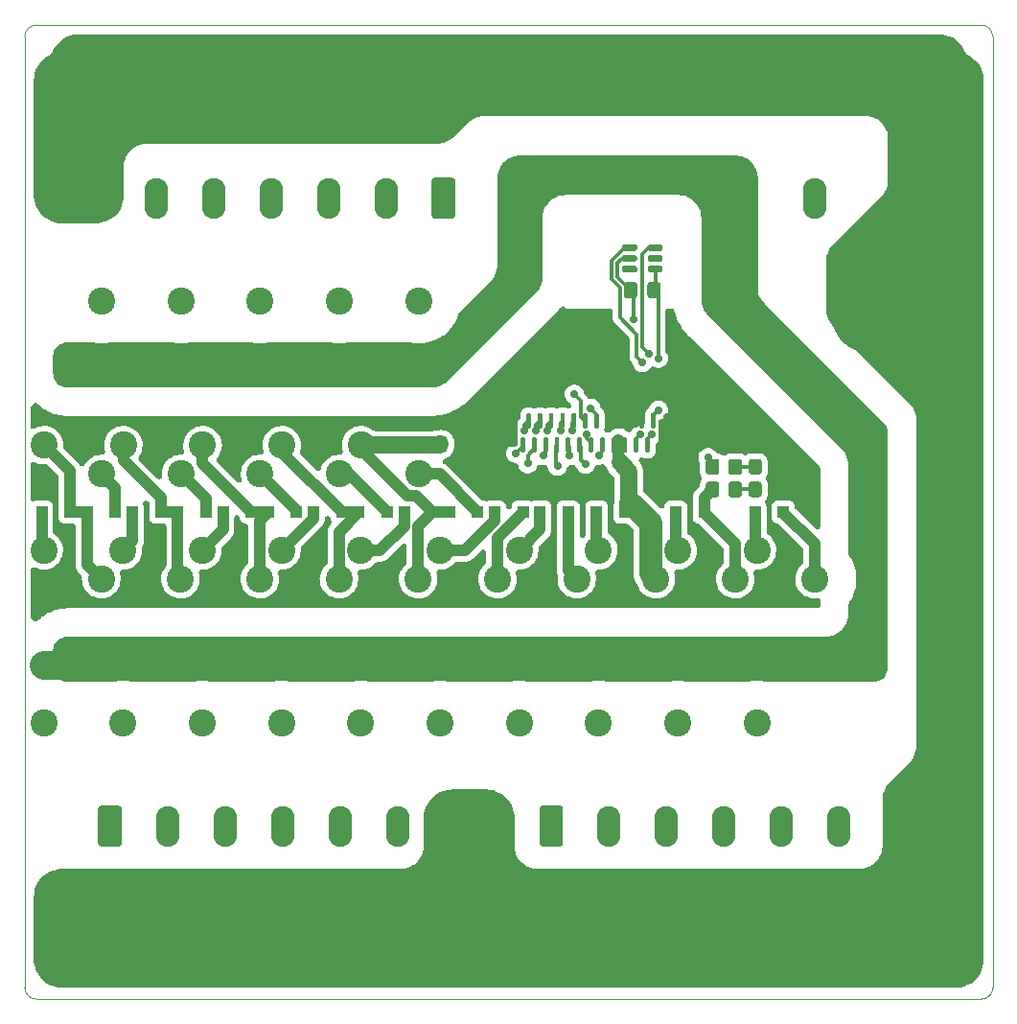
<source format=gtl>
G04 #@! TF.GenerationSoftware,KiCad,Pcbnew,6.0.10+dfsg-1~bpo11+1*
G04 #@! TF.CreationDate,2025-01-07T06:02:24+00:00*
G04 #@! TF.ProjectId,project,70726f6a-6563-4742-9e6b-696361645f70,rev?*
G04 #@! TF.SameCoordinates,Original*
G04 #@! TF.FileFunction,Copper,L1,Top*
G04 #@! TF.FilePolarity,Positive*
%FSLAX46Y46*%
G04 Gerber Fmt 4.6, Leading zero omitted, Abs format (unit mm)*
G04 Created by KiCad (PCBNEW 6.0.10+dfsg-1~bpo11+1) date 2025-01-07 06:02:24*
%MOMM*%
%LPD*%
G01*
G04 APERTURE LIST*
G04 #@! TA.AperFunction,Profile*
%ADD10C,0.100000*%
G04 #@! TD*
G04 #@! TA.AperFunction,SMDPad,CuDef*
%ADD11R,1.000000X1.000000*%
G04 #@! TD*
G04 #@! TA.AperFunction,ComponentPad*
%ADD12C,2.400000*%
G04 #@! TD*
G04 #@! TA.AperFunction,ComponentPad*
%ADD13O,2.080000X3.600000*%
G04 #@! TD*
G04 #@! TA.AperFunction,ComponentPad*
%ADD14O,2.100000X3.600000*%
G04 #@! TD*
G04 #@! TA.AperFunction,SMDPad,CuDef*
%ADD15C,7.000000*%
G04 #@! TD*
G04 #@! TA.AperFunction,ComponentPad*
%ADD16C,5.000000*%
G04 #@! TD*
G04 #@! TA.AperFunction,ViaPad*
%ADD17C,0.700000*%
G04 #@! TD*
G04 #@! TA.AperFunction,Conductor*
%ADD18C,0.300000*%
G04 #@! TD*
G04 #@! TA.AperFunction,Conductor*
%ADD19C,1.000000*%
G04 #@! TD*
G04 #@! TA.AperFunction,Conductor*
%ADD20C,2.000000*%
G04 #@! TD*
G04 #@! TA.AperFunction,Conductor*
%ADD21C,1.500000*%
G04 #@! TD*
G04 #@! TA.AperFunction,Conductor*
%ADD22C,2.500000*%
G04 #@! TD*
G04 APERTURE END LIST*
D10*
X125512500Y-133037500D02*
G75*
G03*
X126512500Y-134037500I1000000J0D01*
G01*
X211012500Y-49037500D02*
X211012500Y-133037500D01*
X210012500Y-134037500D02*
X126512500Y-134037500D01*
X126512500Y-48037500D02*
X210012500Y-48037500D01*
X210012500Y-134037500D02*
G75*
G03*
X211012500Y-133037500I0J1000000D01*
G01*
X211012500Y-49037500D02*
G75*
G03*
X210012500Y-48037500I-1000000J0D01*
G01*
X126512500Y-48037500D02*
G75*
G03*
X125512500Y-49037500I0J-1000000D01*
G01*
X125512500Y-133037500D02*
X125512500Y-49037500D01*
D11*
X139012500Y-91037500D03*
X141512500Y-91037500D03*
D12*
X132302500Y-87667500D03*
X132302500Y-77507500D03*
X132302500Y-72427500D03*
X127222500Y-85127500D03*
X148182500Y-94412500D03*
X148182500Y-104572500D03*
X148182500Y-109652500D03*
X153262500Y-96952500D03*
D11*
X147012500Y-91037500D03*
X149512500Y-91037500D03*
X153512500Y-91037500D03*
X151012500Y-91037500D03*
G04 #@! TA.AperFunction,SMDPad,CuDef*
G36*
G01*
X192662500Y-88587500D02*
X192662500Y-89487500D01*
G75*
G02*
X192412500Y-89737500I-250000J0D01*
G01*
X191762500Y-89737500D01*
G75*
G02*
X191512500Y-89487500I0J250000D01*
G01*
X191512500Y-88587500D01*
G75*
G02*
X191762500Y-88337500I250000J0D01*
G01*
X192412500Y-88337500D01*
G75*
G02*
X192662500Y-88587500I0J-250000D01*
G01*
G37*
G04 #@! TD.AperFunction*
G04 #@! TA.AperFunction,SMDPad,CuDef*
G36*
G01*
X190612500Y-88587500D02*
X190612500Y-89487500D01*
G75*
G02*
X190362500Y-89737500I-250000J0D01*
G01*
X189712500Y-89737500D01*
G75*
G02*
X189462500Y-89487500I0J250000D01*
G01*
X189462500Y-88587500D01*
G75*
G02*
X189712500Y-88337500I250000J0D01*
G01*
X190362500Y-88337500D01*
G75*
G02*
X190612500Y-88587500I0J-250000D01*
G01*
G37*
G04 #@! TD.AperFunction*
X161512500Y-91037500D03*
X159012500Y-91037500D03*
G04 #@! TA.AperFunction,ComponentPad*
G36*
G01*
X131982500Y-120310001D02*
X131982500Y-117209999D01*
G75*
G02*
X132232499Y-116960000I249999J0D01*
G01*
X133812501Y-116960000D01*
G75*
G02*
X134062500Y-117209999I0J-249999D01*
G01*
X134062500Y-120310001D01*
G75*
G02*
X133812501Y-120560000I-249999J0D01*
G01*
X132232499Y-120560000D01*
G75*
G02*
X131982500Y-120310001I0J249999D01*
G01*
G37*
G04 #@! TD.AperFunction*
D13*
X138102500Y-118760000D03*
X143182500Y-118760000D03*
X148262500Y-118760000D03*
X153342500Y-118760000D03*
X158422500Y-118760000D03*
X163502500Y-118760000D03*
G04 #@! TA.AperFunction,SMDPad,CuDef*
G36*
G01*
X178262500Y-67837500D02*
X178262500Y-67537500D01*
G75*
G02*
X178412500Y-67387500I150000J0D01*
G01*
X179437500Y-67387500D01*
G75*
G02*
X179587500Y-67537500I0J-150000D01*
G01*
X179587500Y-67837500D01*
G75*
G02*
X179437500Y-67987500I-150000J0D01*
G01*
X178412500Y-67987500D01*
G75*
G02*
X178262500Y-67837500I0J150000D01*
G01*
G37*
G04 #@! TD.AperFunction*
G04 #@! TA.AperFunction,SMDPad,CuDef*
G36*
G01*
X178262500Y-68787500D02*
X178262500Y-68487500D01*
G75*
G02*
X178412500Y-68337500I150000J0D01*
G01*
X179437500Y-68337500D01*
G75*
G02*
X179587500Y-68487500I0J-150000D01*
G01*
X179587500Y-68787500D01*
G75*
G02*
X179437500Y-68937500I-150000J0D01*
G01*
X178412500Y-68937500D01*
G75*
G02*
X178262500Y-68787500I0J150000D01*
G01*
G37*
G04 #@! TD.AperFunction*
G04 #@! TA.AperFunction,SMDPad,CuDef*
G36*
G01*
X178262500Y-69737500D02*
X178262500Y-69437500D01*
G75*
G02*
X178412500Y-69287500I150000J0D01*
G01*
X179437500Y-69287500D01*
G75*
G02*
X179587500Y-69437500I0J-150000D01*
G01*
X179587500Y-69737500D01*
G75*
G02*
X179437500Y-69887500I-150000J0D01*
G01*
X178412500Y-69887500D01*
G75*
G02*
X178262500Y-69737500I0J150000D01*
G01*
G37*
G04 #@! TD.AperFunction*
G04 #@! TA.AperFunction,SMDPad,CuDef*
G36*
G01*
X180537500Y-69737500D02*
X180537500Y-69437500D01*
G75*
G02*
X180687500Y-69287500I150000J0D01*
G01*
X181712500Y-69287500D01*
G75*
G02*
X181862500Y-69437500I0J-150000D01*
G01*
X181862500Y-69737500D01*
G75*
G02*
X181712500Y-69887500I-150000J0D01*
G01*
X180687500Y-69887500D01*
G75*
G02*
X180537500Y-69737500I0J150000D01*
G01*
G37*
G04 #@! TD.AperFunction*
G04 #@! TA.AperFunction,SMDPad,CuDef*
G36*
G01*
X180537500Y-68787500D02*
X180537500Y-68487500D01*
G75*
G02*
X180687500Y-68337500I150000J0D01*
G01*
X181712500Y-68337500D01*
G75*
G02*
X181862500Y-68487500I0J-150000D01*
G01*
X181862500Y-68787500D01*
G75*
G02*
X181712500Y-68937500I-150000J0D01*
G01*
X180687500Y-68937500D01*
G75*
G02*
X180537500Y-68787500I0J150000D01*
G01*
G37*
G04 #@! TD.AperFunction*
G04 #@! TA.AperFunction,SMDPad,CuDef*
G36*
G01*
X180537500Y-67837500D02*
X180537500Y-67537500D01*
G75*
G02*
X180687500Y-67387500I150000J0D01*
G01*
X181712500Y-67387500D01*
G75*
G02*
X181862500Y-67537500I0J-150000D01*
G01*
X181862500Y-67837500D01*
G75*
G02*
X181712500Y-67987500I-150000J0D01*
G01*
X180687500Y-67987500D01*
G75*
G02*
X180537500Y-67837500I0J150000D01*
G01*
G37*
G04 #@! TD.AperFunction*
G04 #@! TA.AperFunction,ComponentPad*
G36*
G01*
X203932500Y-61765001D02*
X203932500Y-64864999D01*
G75*
G02*
X203682499Y-65115000I-250001J0D01*
G01*
X202082501Y-65115000D01*
G75*
G02*
X201832500Y-64864999I0J250001D01*
G01*
X201832500Y-61765001D01*
G75*
G02*
X202082501Y-61515000I250001J0D01*
G01*
X203682499Y-61515000D01*
G75*
G02*
X203932500Y-61765001I0J-250001D01*
G01*
G37*
G04 #@! TD.AperFunction*
D14*
X195262500Y-63315000D03*
X187642500Y-63315000D03*
D12*
X141182500Y-94412500D03*
X141182500Y-104572500D03*
X141182500Y-109652500D03*
X146262500Y-96952500D03*
X176182500Y-94412500D03*
X176182500Y-104572500D03*
X176182500Y-109652500D03*
X181262500Y-96952500D03*
D11*
X163012500Y-91037500D03*
X165512500Y-91037500D03*
D12*
X153302500Y-87667500D03*
X153302500Y-77507500D03*
X153302500Y-72427500D03*
X148222500Y-85127500D03*
G04 #@! TA.AperFunction,SMDPad,CuDef*
G36*
G01*
X185662500Y-87487500D02*
X185662500Y-86587500D01*
G75*
G02*
X185912500Y-86337500I250000J0D01*
G01*
X186612500Y-86337500D01*
G75*
G02*
X186862500Y-86587500I0J-250000D01*
G01*
X186862500Y-87487500D01*
G75*
G02*
X186612500Y-87737500I-250000J0D01*
G01*
X185912500Y-87737500D01*
G75*
G02*
X185662500Y-87487500I0J250000D01*
G01*
G37*
G04 #@! TD.AperFunction*
G04 #@! TA.AperFunction,SMDPad,CuDef*
G36*
G01*
X187662500Y-87487500D02*
X187662500Y-86587500D01*
G75*
G02*
X187912500Y-86337500I250000J0D01*
G01*
X188612500Y-86337500D01*
G75*
G02*
X188862500Y-86587500I0J-250000D01*
G01*
X188862500Y-87487500D01*
G75*
G02*
X188612500Y-87737500I-250000J0D01*
G01*
X187912500Y-87737500D01*
G75*
G02*
X187662500Y-87487500I0J250000D01*
G01*
G37*
G04 #@! TD.AperFunction*
X127182500Y-94412500D03*
X127182500Y-104572500D03*
X127182500Y-109652500D03*
X132262500Y-96952500D03*
G04 #@! TA.AperFunction,SMDPad,CuDef*
G36*
G01*
X161637500Y-85512500D02*
X161637500Y-84562500D01*
G75*
G02*
X161887500Y-84312500I250000J0D01*
G01*
X162562500Y-84312500D01*
G75*
G02*
X162812500Y-84562500I0J-250000D01*
G01*
X162812500Y-85512500D01*
G75*
G02*
X162562500Y-85762500I-250000J0D01*
G01*
X161887500Y-85762500D01*
G75*
G02*
X161637500Y-85512500I0J250000D01*
G01*
G37*
G04 #@! TD.AperFunction*
G04 #@! TA.AperFunction,SMDPad,CuDef*
G36*
G01*
X163712500Y-85512500D02*
X163712500Y-84562500D01*
G75*
G02*
X163962500Y-84312500I250000J0D01*
G01*
X164637500Y-84312500D01*
G75*
G02*
X164887500Y-84562500I0J-250000D01*
G01*
X164887500Y-85512500D01*
G75*
G02*
X164637500Y-85762500I-250000J0D01*
G01*
X163962500Y-85762500D01*
G75*
G02*
X163712500Y-85512500I0J250000D01*
G01*
G37*
G04 #@! TD.AperFunction*
X155182500Y-94412500D03*
X155182500Y-104572500D03*
X155182500Y-109652500D03*
X160262500Y-96952500D03*
G04 #@! TA.AperFunction,ComponentPad*
G36*
G01*
X163542500Y-61764999D02*
X163542500Y-64865001D01*
G75*
G02*
X163292501Y-65115000I-249999J0D01*
G01*
X161712499Y-65115000D01*
G75*
G02*
X161462500Y-64865001I0J249999D01*
G01*
X161462500Y-61764999D01*
G75*
G02*
X161712499Y-61515000I249999J0D01*
G01*
X163292501Y-61515000D01*
G75*
G02*
X163542500Y-61764999I0J-249999D01*
G01*
G37*
G04 #@! TD.AperFunction*
D13*
X157422500Y-63315000D03*
X152342500Y-63315000D03*
X147262500Y-63315000D03*
X142182500Y-63315000D03*
X137102500Y-63315000D03*
X132022500Y-63315000D03*
D12*
X169182500Y-94412500D03*
X169182500Y-104572500D03*
X169182500Y-109652500D03*
X174262500Y-96952500D03*
G04 #@! TA.AperFunction,SMDPad,CuDef*
G36*
G01*
X169712500Y-84537500D02*
X169712500Y-85687500D01*
G75*
G02*
X169612500Y-85787500I-100000J0D01*
G01*
X169412500Y-85787500D01*
G75*
G02*
X169312500Y-85687500I0J100000D01*
G01*
X169312500Y-84537500D01*
G75*
G02*
X169412500Y-84437500I100000J0D01*
G01*
X169612500Y-84437500D01*
G75*
G02*
X169712500Y-84537500I0J-100000D01*
G01*
G37*
G04 #@! TD.AperFunction*
G04 #@! TA.AperFunction,SMDPad,CuDef*
G36*
G01*
X170212500Y-82387500D02*
X170212500Y-83537500D01*
G75*
G02*
X170112500Y-83637500I-100000J0D01*
G01*
X169912500Y-83637500D01*
G75*
G02*
X169812500Y-83537500I0J100000D01*
G01*
X169812500Y-82387500D01*
G75*
G02*
X169912500Y-82287500I100000J0D01*
G01*
X170112500Y-82287500D01*
G75*
G02*
X170212500Y-82387500I0J-100000D01*
G01*
G37*
G04 #@! TD.AperFunction*
G04 #@! TA.AperFunction,SMDPad,CuDef*
G36*
G01*
X170712500Y-84537500D02*
X170712500Y-85687500D01*
G75*
G02*
X170612500Y-85787500I-100000J0D01*
G01*
X170412500Y-85787500D01*
G75*
G02*
X170312500Y-85687500I0J100000D01*
G01*
X170312500Y-84537500D01*
G75*
G02*
X170412500Y-84437500I100000J0D01*
G01*
X170612500Y-84437500D01*
G75*
G02*
X170712500Y-84537500I0J-100000D01*
G01*
G37*
G04 #@! TD.AperFunction*
G04 #@! TA.AperFunction,SMDPad,CuDef*
G36*
G01*
X171212500Y-82387500D02*
X171212500Y-83537500D01*
G75*
G02*
X171112500Y-83637500I-100000J0D01*
G01*
X170912500Y-83637500D01*
G75*
G02*
X170812500Y-83537500I0J100000D01*
G01*
X170812500Y-82387500D01*
G75*
G02*
X170912500Y-82287500I100000J0D01*
G01*
X171112500Y-82287500D01*
G75*
G02*
X171212500Y-82387500I0J-100000D01*
G01*
G37*
G04 #@! TD.AperFunction*
G04 #@! TA.AperFunction,SMDPad,CuDef*
G36*
G01*
X171712500Y-84537500D02*
X171712500Y-85687500D01*
G75*
G02*
X171612500Y-85787500I-100000J0D01*
G01*
X171412500Y-85787500D01*
G75*
G02*
X171312500Y-85687500I0J100000D01*
G01*
X171312500Y-84537500D01*
G75*
G02*
X171412500Y-84437500I100000J0D01*
G01*
X171612500Y-84437500D01*
G75*
G02*
X171712500Y-84537500I0J-100000D01*
G01*
G37*
G04 #@! TD.AperFunction*
G04 #@! TA.AperFunction,SMDPad,CuDef*
G36*
G01*
X172212500Y-82387500D02*
X172212500Y-83537500D01*
G75*
G02*
X172112500Y-83637500I-100000J0D01*
G01*
X171912500Y-83637500D01*
G75*
G02*
X171812500Y-83537500I0J100000D01*
G01*
X171812500Y-82387500D01*
G75*
G02*
X171912500Y-82287500I100000J0D01*
G01*
X172112500Y-82287500D01*
G75*
G02*
X172212500Y-82387500I0J-100000D01*
G01*
G37*
G04 #@! TD.AperFunction*
G04 #@! TA.AperFunction,SMDPad,CuDef*
G36*
G01*
X172712500Y-84537500D02*
X172712500Y-85687500D01*
G75*
G02*
X172612500Y-85787500I-100000J0D01*
G01*
X172412500Y-85787500D01*
G75*
G02*
X172312500Y-85687500I0J100000D01*
G01*
X172312500Y-84537500D01*
G75*
G02*
X172412500Y-84437500I100000J0D01*
G01*
X172612500Y-84437500D01*
G75*
G02*
X172712500Y-84537500I0J-100000D01*
G01*
G37*
G04 #@! TD.AperFunction*
G04 #@! TA.AperFunction,SMDPad,CuDef*
G36*
G01*
X173212500Y-82387500D02*
X173212500Y-83537500D01*
G75*
G02*
X173112500Y-83637500I-100000J0D01*
G01*
X172912500Y-83637500D01*
G75*
G02*
X172812500Y-83537500I0J100000D01*
G01*
X172812500Y-82387500D01*
G75*
G02*
X172912500Y-82287500I100000J0D01*
G01*
X173112500Y-82287500D01*
G75*
G02*
X173212500Y-82387500I0J-100000D01*
G01*
G37*
G04 #@! TD.AperFunction*
G04 #@! TA.AperFunction,SMDPad,CuDef*
G36*
G01*
X173712500Y-84537500D02*
X173712500Y-85687500D01*
G75*
G02*
X173612500Y-85787500I-100000J0D01*
G01*
X173412500Y-85787500D01*
G75*
G02*
X173312500Y-85687500I0J100000D01*
G01*
X173312500Y-84537500D01*
G75*
G02*
X173412500Y-84437500I100000J0D01*
G01*
X173612500Y-84437500D01*
G75*
G02*
X173712500Y-84537500I0J-100000D01*
G01*
G37*
G04 #@! TD.AperFunction*
G04 #@! TA.AperFunction,SMDPad,CuDef*
G36*
G01*
X174212500Y-82387500D02*
X174212500Y-83537500D01*
G75*
G02*
X174112500Y-83637500I-100000J0D01*
G01*
X173912500Y-83637500D01*
G75*
G02*
X173812500Y-83537500I0J100000D01*
G01*
X173812500Y-82387500D01*
G75*
G02*
X173912500Y-82287500I100000J0D01*
G01*
X174112500Y-82287500D01*
G75*
G02*
X174212500Y-82387500I0J-100000D01*
G01*
G37*
G04 #@! TD.AperFunction*
G04 #@! TA.AperFunction,SMDPad,CuDef*
G36*
G01*
X174712500Y-84537500D02*
X174712500Y-85687500D01*
G75*
G02*
X174612500Y-85787500I-100000J0D01*
G01*
X174412500Y-85787500D01*
G75*
G02*
X174312500Y-85687500I0J100000D01*
G01*
X174312500Y-84537500D01*
G75*
G02*
X174412500Y-84437500I100000J0D01*
G01*
X174612500Y-84437500D01*
G75*
G02*
X174712500Y-84537500I0J-100000D01*
G01*
G37*
G04 #@! TD.AperFunction*
G04 #@! TA.AperFunction,SMDPad,CuDef*
G36*
G01*
X175212500Y-82387500D02*
X175212500Y-83537500D01*
G75*
G02*
X175112500Y-83637500I-100000J0D01*
G01*
X174912500Y-83637500D01*
G75*
G02*
X174812500Y-83537500I0J100000D01*
G01*
X174812500Y-82387500D01*
G75*
G02*
X174912500Y-82287500I100000J0D01*
G01*
X175112500Y-82287500D01*
G75*
G02*
X175212500Y-82387500I0J-100000D01*
G01*
G37*
G04 #@! TD.AperFunction*
G04 #@! TA.AperFunction,SMDPad,CuDef*
G36*
G01*
X175712500Y-84537500D02*
X175712500Y-85687500D01*
G75*
G02*
X175612500Y-85787500I-100000J0D01*
G01*
X175412500Y-85787500D01*
G75*
G02*
X175312500Y-85687500I0J100000D01*
G01*
X175312500Y-84537500D01*
G75*
G02*
X175412500Y-84437500I100000J0D01*
G01*
X175612500Y-84437500D01*
G75*
G02*
X175712500Y-84537500I0J-100000D01*
G01*
G37*
G04 #@! TD.AperFunction*
G04 #@! TA.AperFunction,SMDPad,CuDef*
G36*
G01*
X176212500Y-82387500D02*
X176212500Y-83537500D01*
G75*
G02*
X176112500Y-83637500I-100000J0D01*
G01*
X175912500Y-83637500D01*
G75*
G02*
X175812500Y-83537500I0J100000D01*
G01*
X175812500Y-82387500D01*
G75*
G02*
X175912500Y-82287500I100000J0D01*
G01*
X176112500Y-82287500D01*
G75*
G02*
X176212500Y-82387500I0J-100000D01*
G01*
G37*
G04 #@! TD.AperFunction*
G04 #@! TA.AperFunction,SMDPad,CuDef*
G36*
G01*
X176712500Y-84537500D02*
X176712500Y-85687500D01*
G75*
G02*
X176612500Y-85787500I-100000J0D01*
G01*
X176412500Y-85787500D01*
G75*
G02*
X176312500Y-85687500I0J100000D01*
G01*
X176312500Y-84537500D01*
G75*
G02*
X176412500Y-84437500I100000J0D01*
G01*
X176612500Y-84437500D01*
G75*
G02*
X176712500Y-84537500I0J-100000D01*
G01*
G37*
G04 #@! TD.AperFunction*
G04 #@! TA.AperFunction,SMDPad,CuDef*
G36*
G01*
X177212500Y-82387500D02*
X177212500Y-83537500D01*
G75*
G02*
X177112500Y-83637500I-100000J0D01*
G01*
X176912500Y-83637500D01*
G75*
G02*
X176812500Y-83537500I0J100000D01*
G01*
X176812500Y-82387500D01*
G75*
G02*
X176912500Y-82287500I100000J0D01*
G01*
X177112500Y-82287500D01*
G75*
G02*
X177212500Y-82387500I0J-100000D01*
G01*
G37*
G04 #@! TD.AperFunction*
G04 #@! TA.AperFunction,SMDPad,CuDef*
G36*
G01*
X177712500Y-84537500D02*
X177712500Y-85687500D01*
G75*
G02*
X177612500Y-85787500I-100000J0D01*
G01*
X177412500Y-85787500D01*
G75*
G02*
X177312500Y-85687500I0J100000D01*
G01*
X177312500Y-84537500D01*
G75*
G02*
X177412500Y-84437500I100000J0D01*
G01*
X177612500Y-84437500D01*
G75*
G02*
X177712500Y-84537500I0J-100000D01*
G01*
G37*
G04 #@! TD.AperFunction*
G04 #@! TA.AperFunction,SMDPad,CuDef*
G36*
G01*
X178212500Y-82387500D02*
X178212500Y-83537500D01*
G75*
G02*
X178112500Y-83637500I-100000J0D01*
G01*
X177912500Y-83637500D01*
G75*
G02*
X177812500Y-83537500I0J100000D01*
G01*
X177812500Y-82387500D01*
G75*
G02*
X177912500Y-82287500I100000J0D01*
G01*
X178112500Y-82287500D01*
G75*
G02*
X178212500Y-82387500I0J-100000D01*
G01*
G37*
G04 #@! TD.AperFunction*
G04 #@! TA.AperFunction,SMDPad,CuDef*
G36*
G01*
X178712500Y-84537500D02*
X178712500Y-85687500D01*
G75*
G02*
X178612500Y-85787500I-100000J0D01*
G01*
X178412500Y-85787500D01*
G75*
G02*
X178312500Y-85687500I0J100000D01*
G01*
X178312500Y-84537500D01*
G75*
G02*
X178412500Y-84437500I100000J0D01*
G01*
X178612500Y-84437500D01*
G75*
G02*
X178712500Y-84537500I0J-100000D01*
G01*
G37*
G04 #@! TD.AperFunction*
G04 #@! TA.AperFunction,SMDPad,CuDef*
G36*
G01*
X179212500Y-82387500D02*
X179212500Y-83537500D01*
G75*
G02*
X179112500Y-83637500I-100000J0D01*
G01*
X178912500Y-83637500D01*
G75*
G02*
X178812500Y-83537500I0J100000D01*
G01*
X178812500Y-82387500D01*
G75*
G02*
X178912500Y-82287500I100000J0D01*
G01*
X179112500Y-82287500D01*
G75*
G02*
X179212500Y-82387500I0J-100000D01*
G01*
G37*
G04 #@! TD.AperFunction*
G04 #@! TA.AperFunction,SMDPad,CuDef*
G36*
G01*
X179712500Y-84537500D02*
X179712500Y-85687500D01*
G75*
G02*
X179612500Y-85787500I-100000J0D01*
G01*
X179412500Y-85787500D01*
G75*
G02*
X179312500Y-85687500I0J100000D01*
G01*
X179312500Y-84537500D01*
G75*
G02*
X179412500Y-84437500I100000J0D01*
G01*
X179612500Y-84437500D01*
G75*
G02*
X179712500Y-84537500I0J-100000D01*
G01*
G37*
G04 #@! TD.AperFunction*
G04 #@! TA.AperFunction,SMDPad,CuDef*
G36*
G01*
X180212500Y-82387500D02*
X180212500Y-83537500D01*
G75*
G02*
X180112500Y-83637500I-100000J0D01*
G01*
X179912500Y-83637500D01*
G75*
G02*
X179812500Y-83537500I0J100000D01*
G01*
X179812500Y-82387500D01*
G75*
G02*
X179912500Y-82287500I100000J0D01*
G01*
X180112500Y-82287500D01*
G75*
G02*
X180212500Y-82387500I0J-100000D01*
G01*
G37*
G04 #@! TD.AperFunction*
G04 #@! TA.AperFunction,SMDPad,CuDef*
G36*
G01*
X180712500Y-84537500D02*
X180712500Y-85687500D01*
G75*
G02*
X180612500Y-85787500I-100000J0D01*
G01*
X180412500Y-85787500D01*
G75*
G02*
X180312500Y-85687500I0J100000D01*
G01*
X180312500Y-84537500D01*
G75*
G02*
X180412500Y-84437500I100000J0D01*
G01*
X180612500Y-84437500D01*
G75*
G02*
X180712500Y-84537500I0J-100000D01*
G01*
G37*
G04 #@! TD.AperFunction*
G04 #@! TA.AperFunction,SMDPad,CuDef*
G36*
G01*
X181212500Y-82387500D02*
X181212500Y-83537500D01*
G75*
G02*
X181112500Y-83637500I-100000J0D01*
G01*
X180912500Y-83637500D01*
G75*
G02*
X180812500Y-83537500I0J100000D01*
G01*
X180812500Y-82387500D01*
G75*
G02*
X180912500Y-82287500I100000J0D01*
G01*
X181112500Y-82287500D01*
G75*
G02*
X181212500Y-82387500I0J-100000D01*
G01*
G37*
G04 #@! TD.AperFunction*
G04 #@! TA.AperFunction,SMDPad,CuDef*
G36*
G01*
X169062500Y-83077500D02*
X169062500Y-84997500D01*
G75*
G02*
X168822500Y-85237500I-240000J0D01*
G01*
X166902500Y-85237500D01*
G75*
G02*
X166662500Y-84997500I0J240000D01*
G01*
X166662500Y-83077500D01*
G75*
G02*
X166902500Y-82837500I240000J0D01*
G01*
X168822500Y-82837500D01*
G75*
G02*
X169062500Y-83077500I0J-240000D01*
G01*
G37*
G04 #@! TD.AperFunction*
G04 #@! TA.AperFunction,SMDPad,CuDef*
G36*
G01*
X183862500Y-83077500D02*
X183862500Y-84997500D01*
G75*
G02*
X183622500Y-85237500I-240000J0D01*
G01*
X181702500Y-85237500D01*
G75*
G02*
X181462500Y-84997500I0J240000D01*
G01*
X181462500Y-83077500D01*
G75*
G02*
X181702500Y-82837500I240000J0D01*
G01*
X183622500Y-82837500D01*
G75*
G02*
X183862500Y-83077500I0J-240000D01*
G01*
G37*
G04 #@! TD.AperFunction*
D11*
X145512500Y-91037500D03*
X143012500Y-91037500D03*
D15*
X200262500Y-73537500D03*
D16*
X200262500Y-73537500D03*
G04 #@! TA.AperFunction,SMDPad,CuDef*
G36*
G01*
X185662500Y-89487500D02*
X185662500Y-88587500D01*
G75*
G02*
X185912500Y-88337500I250000J0D01*
G01*
X186612500Y-88337500D01*
G75*
G02*
X186862500Y-88587500I0J-250000D01*
G01*
X186862500Y-89487500D01*
G75*
G02*
X186612500Y-89737500I-250000J0D01*
G01*
X185912500Y-89737500D01*
G75*
G02*
X185662500Y-89487500I0J250000D01*
G01*
G37*
G04 #@! TD.AperFunction*
G04 #@! TA.AperFunction,SMDPad,CuDef*
G36*
G01*
X187662500Y-89487500D02*
X187662500Y-88587500D01*
G75*
G02*
X187912500Y-88337500I250000J0D01*
G01*
X188612500Y-88337500D01*
G75*
G02*
X188862500Y-88587500I0J-250000D01*
G01*
X188862500Y-89487500D01*
G75*
G02*
X188612500Y-89737500I-250000J0D01*
G01*
X187912500Y-89737500D01*
G75*
G02*
X187662500Y-89487500I0J250000D01*
G01*
G37*
G04 #@! TD.AperFunction*
D11*
X131012500Y-91037500D03*
X133512500Y-91037500D03*
X129512500Y-91037500D03*
X127012500Y-91037500D03*
D12*
X146302500Y-87667500D03*
X146302500Y-77507500D03*
X146302500Y-72427500D03*
X141222500Y-85127500D03*
D11*
X178512500Y-91037500D03*
X176012500Y-91037500D03*
G04 #@! TA.AperFunction,ComponentPad*
G36*
G01*
X170982500Y-120310001D02*
X170982500Y-117209999D01*
G75*
G02*
X171232499Y-116960000I249999J0D01*
G01*
X172812501Y-116960000D01*
G75*
G02*
X173062500Y-117209999I0J-249999D01*
G01*
X173062500Y-120310001D01*
G75*
G02*
X172812501Y-120560000I-249999J0D01*
G01*
X171232499Y-120560000D01*
G75*
G02*
X170982500Y-120310001I0J249999D01*
G01*
G37*
G04 #@! TD.AperFunction*
D13*
X177102500Y-118760000D03*
X182182500Y-118760000D03*
X187262500Y-118760000D03*
X192342500Y-118760000D03*
X197422500Y-118760000D03*
X202502500Y-118760000D03*
D12*
X162182500Y-94412500D03*
X162182500Y-104572500D03*
X162182500Y-109652500D03*
X167262500Y-96952500D03*
D11*
X185512500Y-91037500D03*
X183012500Y-91037500D03*
D12*
X183182500Y-94412500D03*
X183182500Y-104572500D03*
X183182500Y-109652500D03*
X188262500Y-96952500D03*
G04 #@! TA.AperFunction,SMDPad,CuDef*
G36*
G01*
X192662500Y-86587500D02*
X192662500Y-87487500D01*
G75*
G02*
X192412500Y-87737500I-250000J0D01*
G01*
X191762500Y-87737500D01*
G75*
G02*
X191512500Y-87487500I0J250000D01*
G01*
X191512500Y-86587500D01*
G75*
G02*
X191762500Y-86337500I250000J0D01*
G01*
X192412500Y-86337500D01*
G75*
G02*
X192662500Y-86587500I0J-250000D01*
G01*
G37*
G04 #@! TD.AperFunction*
G04 #@! TA.AperFunction,SMDPad,CuDef*
G36*
G01*
X190612500Y-86587500D02*
X190612500Y-87487500D01*
G75*
G02*
X190362500Y-87737500I-250000J0D01*
G01*
X189712500Y-87737500D01*
G75*
G02*
X189462500Y-87487500I0J250000D01*
G01*
X189462500Y-86587500D01*
G75*
G02*
X189712500Y-86337500I250000J0D01*
G01*
X190362500Y-86337500D01*
G75*
G02*
X190612500Y-86587500I0J-250000D01*
G01*
G37*
G04 #@! TD.AperFunction*
D11*
X173512500Y-91037500D03*
X171012500Y-91037500D03*
G04 #@! TA.AperFunction,SMDPad,CuDef*
G36*
G01*
X181687500Y-70962500D02*
X181687500Y-71912500D01*
G75*
G02*
X181437500Y-72162500I-250000J0D01*
G01*
X180762500Y-72162500D01*
G75*
G02*
X180512500Y-71912500I0J250000D01*
G01*
X180512500Y-70962500D01*
G75*
G02*
X180762500Y-70712500I250000J0D01*
G01*
X181437500Y-70712500D01*
G75*
G02*
X181687500Y-70962500I0J-250000D01*
G01*
G37*
G04 #@! TD.AperFunction*
G04 #@! TA.AperFunction,SMDPad,CuDef*
G36*
G01*
X179612500Y-70962500D02*
X179612500Y-71912500D01*
G75*
G02*
X179362500Y-72162500I-250000J0D01*
G01*
X178687500Y-72162500D01*
G75*
G02*
X178437500Y-71912500I0J250000D01*
G01*
X178437500Y-70962500D01*
G75*
G02*
X178687500Y-70712500I250000J0D01*
G01*
X179362500Y-70712500D01*
G75*
G02*
X179612500Y-70962500I0J-250000D01*
G01*
G37*
G04 #@! TD.AperFunction*
X155012500Y-91037500D03*
X157512500Y-91037500D03*
X169512500Y-91037500D03*
X167012500Y-91037500D03*
X192512500Y-91037500D03*
X190012500Y-91037500D03*
D12*
X190182500Y-94412500D03*
X190182500Y-104572500D03*
X190182500Y-109652500D03*
X195262500Y-96952500D03*
G04 #@! TA.AperFunction,SMDPad,CuDef*
G36*
G01*
X178437500Y-88912500D02*
X178437500Y-87962500D01*
G75*
G02*
X178687500Y-87712500I250000J0D01*
G01*
X179362500Y-87712500D01*
G75*
G02*
X179612500Y-87962500I0J-250000D01*
G01*
X179612500Y-88912500D01*
G75*
G02*
X179362500Y-89162500I-250000J0D01*
G01*
X178687500Y-89162500D01*
G75*
G02*
X178437500Y-88912500I0J250000D01*
G01*
G37*
G04 #@! TD.AperFunction*
G04 #@! TA.AperFunction,SMDPad,CuDef*
G36*
G01*
X180512500Y-88912500D02*
X180512500Y-87962500D01*
G75*
G02*
X180762500Y-87712500I250000J0D01*
G01*
X181437500Y-87712500D01*
G75*
G02*
X181687500Y-87962500I0J-250000D01*
G01*
X181687500Y-88912500D01*
G75*
G02*
X181437500Y-89162500I-250000J0D01*
G01*
X180762500Y-89162500D01*
G75*
G02*
X180512500Y-88912500I0J250000D01*
G01*
G37*
G04 #@! TD.AperFunction*
X160302500Y-87667500D03*
X160302500Y-77507500D03*
X160302500Y-72427500D03*
X155222500Y-85127500D03*
X139302500Y-87667500D03*
X139302500Y-77507500D03*
X139302500Y-72427500D03*
X134222500Y-85127500D03*
X134182500Y-94412500D03*
X134182500Y-104572500D03*
X134182500Y-109652500D03*
X139262500Y-96952500D03*
D11*
X137512500Y-91037500D03*
X135012500Y-91037500D03*
D17*
X175262500Y-88237500D03*
X178462500Y-83237500D03*
X182262500Y-82637500D03*
X175862500Y-88837500D03*
X128862500Y-83037500D03*
X181062500Y-87437500D03*
X182262500Y-85437500D03*
X130462500Y-83037500D03*
X179262500Y-74037500D03*
X182062500Y-88437500D03*
X183062500Y-82637500D03*
X181062500Y-89437500D03*
X178462500Y-82037500D03*
X179462500Y-83237500D03*
X164262500Y-84037500D03*
X178462500Y-82637500D03*
X179462500Y-82637500D03*
X183062500Y-85437500D03*
X183862500Y-85437500D03*
X192862500Y-94237500D03*
X182062500Y-87437500D03*
X175262500Y-89437500D03*
X176462500Y-89437500D03*
X176462500Y-88237500D03*
X192862500Y-93437500D03*
X163662500Y-84037500D03*
X164862500Y-84037500D03*
X183862500Y-82637500D03*
X179462500Y-82037500D03*
X182062500Y-89437500D03*
X129662500Y-83037500D03*
X192862500Y-95037500D03*
X185862500Y-86237500D03*
X181462500Y-82037500D03*
X181467039Y-77439770D03*
X180063000Y-77842039D03*
X179866729Y-84185386D03*
X168862500Y-85837500D03*
X169937158Y-86752085D03*
X169662500Y-83837500D03*
X171362000Y-86037500D03*
X170682693Y-83848515D03*
X173862500Y-83837500D03*
X173631970Y-86037500D03*
X172562000Y-86967030D03*
X172862500Y-83837500D03*
X175517007Y-81879342D03*
X174062500Y-80638000D03*
X175031470Y-86806470D03*
X175158271Y-84185386D03*
X180913000Y-84187000D03*
X180662500Y-77037500D03*
X176212842Y-85998598D03*
X171682693Y-83848515D03*
D18*
X178925000Y-68637500D02*
X178262500Y-68637500D01*
X179262500Y-71675000D02*
X179025000Y-71437500D01*
X178262500Y-68637500D02*
X177862500Y-69037500D01*
X177862500Y-70275000D02*
X179025000Y-71437500D01*
X179262500Y-74037500D02*
X179262500Y-71675000D01*
X177862500Y-69037500D02*
X177862500Y-70275000D01*
X181012500Y-82487500D02*
X181462500Y-82037500D01*
X181200000Y-69587500D02*
X181200000Y-71337500D01*
X181200000Y-71337500D02*
X181100000Y-71437500D01*
X181462500Y-71800000D02*
X181100000Y-71437500D01*
X185862500Y-86237500D02*
X186662500Y-87037500D01*
X181462500Y-77435231D02*
X181462500Y-71800000D01*
X181467039Y-77439770D02*
X181462500Y-77435231D01*
X181012500Y-82962500D02*
X181012500Y-82487500D01*
X179562500Y-75337500D02*
X178087500Y-73862500D01*
X178087500Y-73862500D02*
X178087500Y-71207106D01*
X178087500Y-71207106D02*
X177362500Y-70482106D01*
X179562500Y-77341539D02*
X179562500Y-75337500D01*
X179512500Y-84539615D02*
X179512500Y-85112500D01*
X178505394Y-67687500D02*
X178925000Y-67687500D01*
X180063000Y-77842039D02*
X179562500Y-77341539D01*
X177362500Y-68830394D02*
X178505394Y-67687500D01*
X177362500Y-70482106D02*
X177362500Y-68830394D01*
X179866729Y-84185386D02*
X179512500Y-84539615D01*
D19*
X188262500Y-93837500D02*
X188262500Y-96952500D01*
X195262500Y-93837500D02*
X195262500Y-96952500D01*
X155012500Y-91037500D02*
X153262500Y-92787500D01*
X137512500Y-91037500D02*
X137512500Y-89787500D01*
X185512500Y-91037500D02*
X185512500Y-91087500D01*
X147012500Y-91037500D02*
X146262500Y-91787500D01*
X139012500Y-96702500D02*
X139262500Y-96952500D01*
X153512500Y-91037500D02*
X155012500Y-91037500D01*
X155222500Y-85497500D02*
X155222500Y-85127500D01*
X146262500Y-91787500D02*
X146262500Y-96952500D01*
X185512500Y-89787500D02*
X186262500Y-89037500D01*
X163012500Y-91037500D02*
X161512500Y-91037500D01*
D20*
X180782500Y-91957500D02*
X180782500Y-96472500D01*
D19*
X160262500Y-92287500D02*
X160262500Y-96952500D01*
D20*
X180782500Y-96472500D02*
X181262500Y-96952500D01*
D19*
X137512500Y-91037500D02*
X139012500Y-91037500D01*
X173512500Y-91037500D02*
X173512500Y-96202500D01*
X129512500Y-91037500D02*
X129512500Y-87417500D01*
X129512500Y-87417500D02*
X127222500Y-85127500D01*
X178062500Y-86637500D02*
X177962500Y-86537500D01*
X145512500Y-91037500D02*
X141222500Y-86747500D01*
X169512500Y-91037500D02*
X167262500Y-93287500D01*
X161512500Y-91037500D02*
X160042500Y-89567500D01*
D21*
X178862500Y-87437500D02*
X178062500Y-86637500D01*
X179062500Y-90237500D02*
X178862500Y-90037500D01*
D19*
X173512500Y-96202500D02*
X174262500Y-96952500D01*
X160042500Y-89567500D02*
X159292500Y-89567500D01*
X185512500Y-91037500D02*
X185512500Y-89787500D01*
X161512500Y-91037500D02*
X160262500Y-92287500D01*
X137512500Y-89787500D02*
X134222500Y-86497500D01*
X131012500Y-91037500D02*
X129512500Y-91037500D01*
D21*
X155222500Y-85127500D02*
X162135000Y-85127500D01*
D19*
X131012500Y-91037500D02*
X131012500Y-95702500D01*
D20*
X179062500Y-90237500D02*
X180782500Y-91957500D01*
D19*
X167262500Y-93287500D02*
X167262500Y-96952500D01*
D21*
X162135000Y-85127500D02*
X162225000Y-85037500D01*
D19*
X159292500Y-89567500D02*
X155222500Y-85497500D01*
X153512500Y-91037500D02*
X148222500Y-85747500D01*
X148222500Y-85747500D02*
X148222500Y-85127500D01*
X131012500Y-95702500D02*
X132262500Y-96952500D01*
X192512500Y-91087500D02*
X195262500Y-93837500D01*
X141222500Y-86747500D02*
X141222500Y-85127500D01*
X134222500Y-86497500D02*
X134222500Y-85127500D01*
X145512500Y-91037500D02*
X147012500Y-91037500D01*
X185512500Y-91087500D02*
X188262500Y-93837500D01*
D21*
X178862500Y-90037500D02*
X178862500Y-87437500D01*
D19*
X177962500Y-86537500D02*
X177962500Y-84637500D01*
X153262500Y-92787500D02*
X153262500Y-96952500D01*
X139012500Y-91037500D02*
X139012500Y-96702500D01*
X192512500Y-91037500D02*
X192512500Y-91087500D01*
D22*
X127182500Y-104572500D02*
X134182500Y-104572500D01*
D18*
X169512500Y-85187500D02*
X169512500Y-85112500D01*
X168862500Y-85837500D02*
X169512500Y-85187500D01*
D19*
X127012500Y-91037500D02*
X127012500Y-94242500D01*
X127012500Y-94242500D02*
X127182500Y-94412500D01*
X143012500Y-92582500D02*
X141182500Y-94412500D01*
D18*
X169937158Y-86752085D02*
X169937158Y-86037500D01*
X170512500Y-85462158D02*
X170512500Y-85112500D01*
D19*
X143012500Y-91037500D02*
X143012500Y-92582500D01*
D18*
X169937158Y-86037500D02*
X170512500Y-85462158D01*
D19*
X135012500Y-93582500D02*
X134182500Y-94412500D01*
D18*
X169662500Y-83312500D02*
X170012500Y-82962500D01*
X169662500Y-83837500D02*
X169662500Y-83312500D01*
D19*
X135012500Y-91037500D02*
X135012500Y-93582500D01*
D18*
X171362000Y-86037500D02*
X171512500Y-85887000D01*
D19*
X156887500Y-94412500D02*
X155182500Y-94412500D01*
X159012500Y-91037500D02*
X159012500Y-92287500D01*
D18*
X171512500Y-85887000D02*
X171512500Y-85112500D01*
D19*
X159012500Y-92287500D02*
X156887500Y-94412500D01*
D18*
X170682693Y-83292307D02*
X171012500Y-82962500D01*
D19*
X151012500Y-91582500D02*
X148182500Y-94412500D01*
X151012500Y-91037500D02*
X151012500Y-91582500D01*
D18*
X170682693Y-83848515D02*
X170682693Y-83292307D01*
D19*
X190012500Y-91037500D02*
X190012500Y-94242500D01*
D18*
X173862500Y-83837500D02*
X173862500Y-83112500D01*
X173862500Y-83112500D02*
X174012500Y-82962500D01*
D19*
X190012500Y-94242500D02*
X190182500Y-94412500D01*
D18*
X173631970Y-86037500D02*
X173631970Y-85231970D01*
D19*
X183012500Y-91037500D02*
X183012500Y-94242500D01*
D18*
X173631970Y-85231970D02*
X173512500Y-85112500D01*
D19*
X183012500Y-94242500D02*
X183182500Y-94412500D01*
X171012500Y-92582500D02*
X169182500Y-94412500D01*
D18*
X172432470Y-85192530D02*
X172512500Y-85112500D01*
D19*
X171012500Y-91037500D02*
X171012500Y-92582500D01*
D18*
X172432470Y-86837500D02*
X172432470Y-85192530D01*
X172562000Y-86967030D02*
X172432470Y-86837500D01*
X172862500Y-83112500D02*
X173012500Y-82962500D01*
D19*
X176012500Y-94242500D02*
X176182500Y-94412500D01*
D18*
X172862500Y-83837500D02*
X172862500Y-83112500D01*
D19*
X176012500Y-91037500D02*
X176012500Y-94242500D01*
D18*
X176012500Y-82374835D02*
X176012500Y-82962500D01*
D19*
X141512500Y-91037500D02*
X141512500Y-89877500D01*
D18*
X175517007Y-81879342D02*
X176012500Y-82374835D01*
D19*
X141512500Y-89877500D02*
X139302500Y-87667500D01*
X157512500Y-91037500D02*
X154142500Y-87667500D01*
D18*
X174062500Y-80638000D02*
X174662500Y-81238000D01*
X174662500Y-81238000D02*
X174662500Y-82612500D01*
X174662500Y-82612500D02*
X175012500Y-82962500D01*
D19*
X154142500Y-87667500D02*
X153302500Y-87667500D01*
X162142500Y-87667500D02*
X160302500Y-87667500D01*
D18*
X174662500Y-86437500D02*
X174662500Y-85237500D01*
D19*
X165512500Y-91037500D02*
X162142500Y-87667500D01*
D18*
X174662500Y-85237500D02*
X174537500Y-85112500D01*
X175031470Y-86806470D02*
X174662500Y-86437500D01*
X174537500Y-85112500D02*
X174512500Y-85112500D01*
X175512500Y-84887500D02*
X175512500Y-85112500D01*
D19*
X149512500Y-91037500D02*
X149512500Y-90877500D01*
X149512500Y-90877500D02*
X146302500Y-87667500D01*
D18*
X175158271Y-84533271D02*
X175512500Y-84887500D01*
X175158271Y-84185386D02*
X175158271Y-84533271D01*
X180662500Y-77037500D02*
X180062500Y-76437500D01*
X180913000Y-84187000D02*
X180512500Y-84587500D01*
X180062500Y-68237500D02*
X180612500Y-67687500D01*
X180612500Y-67687500D02*
X181200000Y-67687500D01*
X180062500Y-76437500D02*
X180062500Y-68237500D01*
X180512500Y-84587500D02*
X180512500Y-85112500D01*
X176512500Y-85698940D02*
X176512500Y-85112500D01*
D19*
X133512500Y-88877500D02*
X132302500Y-87667500D01*
D18*
X176212842Y-85998598D02*
X176512500Y-85698940D01*
D19*
X133512500Y-91037500D02*
X133512500Y-88877500D01*
X167012500Y-91037500D02*
X167012500Y-91787500D01*
X167012500Y-91787500D02*
X164387500Y-94412500D01*
D18*
X171682693Y-83848515D02*
X171682693Y-83292307D01*
X171682693Y-83292307D02*
X172012500Y-82962500D01*
D19*
X164387500Y-94412500D02*
X162182500Y-94412500D01*
D18*
X188662500Y-89037500D02*
X190437500Y-89037500D01*
X188662500Y-87037500D02*
X190437500Y-87037500D01*
G04 #@! TA.AperFunction,Conductor*
G36*
X206569532Y-48857705D02*
G01*
X206877800Y-48916511D01*
X207176267Y-49013489D01*
X207460226Y-49147110D01*
X207725199Y-49315267D01*
X207967007Y-49515307D01*
X208181837Y-49744077D01*
X208366299Y-49997969D01*
X208517487Y-50272978D01*
X208538829Y-50321367D01*
X208555456Y-50370209D01*
X208646738Y-50518586D01*
X208768624Y-50643052D01*
X208915056Y-50737421D01*
X208940412Y-50746650D01*
X209195952Y-50911333D01*
X209436358Y-51113057D01*
X209649585Y-51343321D01*
X209832271Y-51598494D01*
X209981535Y-51874551D01*
X210095023Y-52167140D01*
X210170945Y-52471645D01*
X210208103Y-52783264D01*
X210212000Y-52922764D01*
X210212000Y-130538500D01*
X210192295Y-130851708D01*
X210133489Y-131159976D01*
X210036511Y-131458443D01*
X209902890Y-131742402D01*
X209734733Y-132007375D01*
X209534693Y-132249183D01*
X209305923Y-132464013D01*
X209052031Y-132648475D01*
X208777022Y-132799663D01*
X208485233Y-132915190D01*
X208181266Y-132993236D01*
X207869914Y-133032569D01*
X207713000Y-133037500D01*
X128812000Y-133037500D01*
X128498792Y-133017795D01*
X128190524Y-132958989D01*
X127892057Y-132862011D01*
X127608098Y-132728390D01*
X127343125Y-132560233D01*
X127101317Y-132360193D01*
X126886487Y-132131423D01*
X126702025Y-131877531D01*
X126550837Y-131602522D01*
X126435310Y-131310733D01*
X126357264Y-131006766D01*
X126317931Y-130695414D01*
X126313000Y-130538500D01*
X126313000Y-125036500D01*
X126332705Y-124723292D01*
X126391511Y-124415024D01*
X126488489Y-124116557D01*
X126622110Y-123832598D01*
X126790267Y-123567625D01*
X126990307Y-123325817D01*
X127219077Y-123110987D01*
X127472969Y-122926525D01*
X127747978Y-122775337D01*
X128039767Y-122659810D01*
X128343734Y-122581764D01*
X128655086Y-122542431D01*
X128812000Y-122537500D01*
X131752735Y-122537500D01*
X131957522Y-122550294D01*
X131957618Y-122548725D01*
X132112060Y-122558171D01*
X132112066Y-122558171D01*
X132150143Y-122560500D01*
X133022271Y-122560500D01*
X133894856Y-122560499D01*
X133997366Y-122554230D01*
X134087382Y-122548725D01*
X134087478Y-122550294D01*
X134292260Y-122537500D01*
X137587668Y-122537500D01*
X137780024Y-122546739D01*
X137810605Y-122551446D01*
X137881442Y-122554229D01*
X137881450Y-122554230D01*
X138084812Y-122562220D01*
X138084817Y-122562220D01*
X138155651Y-122565003D01*
X138433281Y-122544372D01*
X138618473Y-122537500D01*
X142667668Y-122537500D01*
X142860024Y-122546739D01*
X142890605Y-122551446D01*
X142961442Y-122554229D01*
X142961450Y-122554230D01*
X143164812Y-122562220D01*
X143164817Y-122562220D01*
X143235651Y-122565003D01*
X143513281Y-122544372D01*
X143698473Y-122537500D01*
X147747668Y-122537500D01*
X147940024Y-122546739D01*
X147970605Y-122551446D01*
X148041442Y-122554229D01*
X148041450Y-122554230D01*
X148244812Y-122562220D01*
X148244817Y-122562220D01*
X148315651Y-122565003D01*
X148593281Y-122544372D01*
X148778473Y-122537500D01*
X152827668Y-122537500D01*
X153020024Y-122546739D01*
X153050605Y-122551446D01*
X153121442Y-122554229D01*
X153121450Y-122554230D01*
X153324812Y-122562220D01*
X153324817Y-122562220D01*
X153395651Y-122565003D01*
X153673281Y-122544372D01*
X153858473Y-122537500D01*
X158762500Y-122537500D01*
X159047130Y-122517143D01*
X159325965Y-122456486D01*
X159383803Y-122434914D01*
X159383805Y-122434913D01*
X159519747Y-122384209D01*
X159519746Y-122384209D01*
X159593330Y-122356764D01*
X159843782Y-122220007D01*
X159906644Y-122172949D01*
X160009360Y-122096057D01*
X160009366Y-122096052D01*
X160072221Y-122048999D01*
X160273999Y-121847221D01*
X160445007Y-121618782D01*
X160581764Y-121368330D01*
X160609209Y-121294747D01*
X160654043Y-121174544D01*
X160654045Y-121174536D01*
X160681486Y-121100965D01*
X160742143Y-120822130D01*
X160762500Y-120537500D01*
X160762500Y-118036500D01*
X160782205Y-117723292D01*
X160841011Y-117415024D01*
X160937989Y-117116557D01*
X161071610Y-116832598D01*
X161239767Y-116567625D01*
X161439807Y-116325817D01*
X161668577Y-116110987D01*
X161922469Y-115926525D01*
X162197478Y-115775337D01*
X162489267Y-115659810D01*
X162793234Y-115581764D01*
X163104586Y-115542431D01*
X163261500Y-115537500D01*
X166263500Y-115537500D01*
X166576708Y-115557205D01*
X166884976Y-115616011D01*
X167183443Y-115712989D01*
X167467402Y-115846610D01*
X167732375Y-116014767D01*
X167974183Y-116214807D01*
X168189013Y-116443577D01*
X168373475Y-116697469D01*
X168524663Y-116972478D01*
X168640190Y-117264267D01*
X168718236Y-117568234D01*
X168757569Y-117879586D01*
X168762500Y-118036500D01*
X168762500Y-120537500D01*
X168782857Y-120822130D01*
X168843514Y-121100965D01*
X168865086Y-121158803D01*
X168865087Y-121158805D01*
X168907066Y-121271354D01*
X168943236Y-121368330D01*
X169079993Y-121618782D01*
X169116988Y-121668201D01*
X169116989Y-121668203D01*
X169203943Y-121784360D01*
X169203948Y-121784366D01*
X169251001Y-121847221D01*
X169452779Y-122048999D01*
X169681218Y-122220007D01*
X169808295Y-122289396D01*
X169862742Y-122319127D01*
X169862748Y-122319130D01*
X169931670Y-122356764D01*
X169989504Y-122378335D01*
X170125456Y-122429043D01*
X170125464Y-122429045D01*
X170199035Y-122456486D01*
X170477870Y-122517143D01*
X170539438Y-122521546D01*
X170539442Y-122521547D01*
X170627990Y-122527880D01*
X170762500Y-122537500D01*
X170807124Y-122537500D01*
X170838036Y-122538604D01*
X170953051Y-122547854D01*
X170957618Y-122548725D01*
X170983781Y-122550325D01*
X170983779Y-122550325D01*
X171112060Y-122558171D01*
X171112066Y-122558171D01*
X171150143Y-122560500D01*
X172022271Y-122560500D01*
X172894856Y-122560499D01*
X172997366Y-122554230D01*
X173087382Y-122548725D01*
X173087478Y-122550294D01*
X173292260Y-122537500D01*
X176587668Y-122537500D01*
X176780024Y-122546739D01*
X176810605Y-122551446D01*
X176881442Y-122554229D01*
X176881450Y-122554230D01*
X177084812Y-122562220D01*
X177084817Y-122562220D01*
X177155651Y-122565003D01*
X177433281Y-122544372D01*
X177618473Y-122537500D01*
X181667668Y-122537500D01*
X181860024Y-122546739D01*
X181890605Y-122551446D01*
X181961442Y-122554229D01*
X181961450Y-122554230D01*
X182164812Y-122562220D01*
X182164817Y-122562220D01*
X182235651Y-122565003D01*
X182513281Y-122544372D01*
X182698473Y-122537500D01*
X186747668Y-122537500D01*
X186940024Y-122546739D01*
X186970605Y-122551446D01*
X187041442Y-122554229D01*
X187041450Y-122554230D01*
X187244812Y-122562220D01*
X187244817Y-122562220D01*
X187315651Y-122565003D01*
X187593281Y-122544372D01*
X187778473Y-122537500D01*
X191827668Y-122537500D01*
X192020024Y-122546739D01*
X192050605Y-122551446D01*
X192121442Y-122554229D01*
X192121450Y-122554230D01*
X192324812Y-122562220D01*
X192324817Y-122562220D01*
X192395651Y-122565003D01*
X192673281Y-122544372D01*
X192858473Y-122537500D01*
X199262500Y-122537500D01*
X199547130Y-122517143D01*
X199825965Y-122456486D01*
X199883803Y-122434914D01*
X199883805Y-122434913D01*
X200019747Y-122384209D01*
X200019746Y-122384209D01*
X200093330Y-122356764D01*
X200343782Y-122220007D01*
X200406644Y-122172949D01*
X200509360Y-122096057D01*
X200509366Y-122096052D01*
X200572221Y-122048999D01*
X200773999Y-121847221D01*
X200945007Y-121618782D01*
X201081764Y-121368330D01*
X201109209Y-121294747D01*
X201154043Y-121174544D01*
X201154045Y-121174536D01*
X201181486Y-121100965D01*
X201242143Y-120822130D01*
X201262500Y-120537500D01*
X201262500Y-116572620D01*
X201282205Y-116259412D01*
X201341011Y-115951144D01*
X201437989Y-115652677D01*
X201571610Y-115368718D01*
X201739767Y-115103745D01*
X201939807Y-114861937D01*
X201994440Y-114805560D01*
X203676714Y-113123286D01*
X203849207Y-112926596D01*
X203994551Y-112709073D01*
X204110259Y-112474440D01*
X204194352Y-112226711D01*
X204245390Y-111970125D01*
X204262500Y-111709073D01*
X204262500Y-82865927D01*
X204245390Y-82604875D01*
X204194352Y-82348289D01*
X204110259Y-82100560D01*
X203994551Y-81865927D01*
X203849207Y-81648404D01*
X203676714Y-81451714D01*
X196994440Y-74769440D01*
X196786903Y-74534035D01*
X196610506Y-74274474D01*
X196468031Y-73994853D01*
X196361726Y-73699579D01*
X196293267Y-73393310D01*
X196263733Y-73080875D01*
X196262500Y-73002380D01*
X196262500Y-69072620D01*
X196282205Y-68759412D01*
X196341011Y-68451144D01*
X196437989Y-68152677D01*
X196571610Y-67868718D01*
X196739767Y-67603745D01*
X196939807Y-67361937D01*
X196994440Y-67305560D01*
X201176714Y-63123286D01*
X201349207Y-62926596D01*
X201494551Y-62709073D01*
X201610259Y-62474440D01*
X201694352Y-62226711D01*
X201745390Y-61970125D01*
X201762500Y-61709073D01*
X201762500Y-58037500D01*
X201742143Y-57752870D01*
X201681486Y-57474035D01*
X201581764Y-57206670D01*
X201445007Y-56956218D01*
X201408011Y-56906797D01*
X201321057Y-56790640D01*
X201321052Y-56790634D01*
X201273999Y-56727779D01*
X201072221Y-56526001D01*
X200843782Y-56354993D01*
X200716705Y-56285604D01*
X200662258Y-56255873D01*
X200662252Y-56255870D01*
X200593330Y-56218236D01*
X200516932Y-56189741D01*
X200399544Y-56145957D01*
X200399536Y-56145955D01*
X200325965Y-56118514D01*
X200047130Y-56057857D01*
X199985562Y-56053454D01*
X199985558Y-56053453D01*
X199807004Y-56040683D01*
X199807005Y-56040683D01*
X199762500Y-56037500D01*
X166090927Y-56037500D01*
X166050151Y-56040173D01*
X166050138Y-56040173D01*
X165939174Y-56047446D01*
X165829875Y-56054610D01*
X165573289Y-56105648D01*
X165495819Y-56131946D01*
X165495814Y-56131947D01*
X165454543Y-56145957D01*
X165325560Y-56189741D01*
X165090927Y-56305449D01*
X165022915Y-56350893D01*
X165022910Y-56350896D01*
X164941429Y-56405340D01*
X164873404Y-56450793D01*
X164676714Y-56623286D01*
X163494440Y-57805560D01*
X163259035Y-58013097D01*
X162999474Y-58189494D01*
X162719853Y-58331969D01*
X162424579Y-58438274D01*
X162118310Y-58506733D01*
X161805875Y-58536267D01*
X161727380Y-58537500D01*
X136262500Y-58537500D01*
X135977870Y-58557857D01*
X135699035Y-58618514D01*
X135641197Y-58640086D01*
X135641195Y-58640087D01*
X135528646Y-58682066D01*
X135431670Y-58718236D01*
X135181218Y-58854993D01*
X135131799Y-58891988D01*
X135131797Y-58891989D01*
X135015640Y-58978943D01*
X135015634Y-58978948D01*
X134952779Y-59026001D01*
X134751001Y-59227779D01*
X134579993Y-59456218D01*
X134443236Y-59706670D01*
X134421665Y-59764504D01*
X134370957Y-59900456D01*
X134370955Y-59900464D01*
X134343514Y-59974035D01*
X134282857Y-60252870D01*
X134262500Y-60537500D01*
X134262500Y-63038500D01*
X134242795Y-63351708D01*
X134183989Y-63659976D01*
X134087011Y-63958443D01*
X133953390Y-64242402D01*
X133785233Y-64507375D01*
X133585193Y-64749183D01*
X133356423Y-64964013D01*
X133102531Y-65148475D01*
X132827522Y-65299663D01*
X132535733Y-65415190D01*
X132231766Y-65493236D01*
X131920414Y-65532569D01*
X131763500Y-65537500D01*
X128812000Y-65537500D01*
X128498792Y-65517795D01*
X128190524Y-65458989D01*
X127892057Y-65362011D01*
X127608098Y-65228390D01*
X127343125Y-65060233D01*
X127101317Y-64860193D01*
X126886487Y-64631423D01*
X126702025Y-64377531D01*
X126550837Y-64102522D01*
X126435310Y-63810733D01*
X126357264Y-63506766D01*
X126317931Y-63195414D01*
X126313000Y-63038500D01*
X126313000Y-52924297D01*
X126332705Y-52611089D01*
X126391511Y-52302821D01*
X126488489Y-52004354D01*
X126622110Y-51720395D01*
X126790267Y-51455422D01*
X126990307Y-51213614D01*
X127219077Y-50998784D01*
X127472969Y-50814322D01*
X127585250Y-50747388D01*
X127600137Y-50742204D01*
X127747873Y-50649888D01*
X127871485Y-50527136D01*
X127964829Y-50380049D01*
X127975175Y-50350993D01*
X127983601Y-50335667D01*
X128097260Y-50102633D01*
X128269100Y-49840035D01*
X128472499Y-49601044D01*
X128704246Y-49389430D01*
X128960689Y-49208531D01*
X129237782Y-49061199D01*
X129531156Y-48949757D01*
X129836184Y-48875964D01*
X130148055Y-48840983D01*
X130270124Y-48838000D01*
X206256324Y-48838000D01*
X206569532Y-48857705D01*
G37*
G04 #@! TD.AperFunction*
G04 #@! TA.AperFunction,Conductor*
G36*
X173091294Y-72864090D02*
G01*
X173178430Y-72907061D01*
X173242488Y-72980106D01*
X173258719Y-73023229D01*
X173262500Y-73028887D01*
X173262500Y-73037500D01*
X177188000Y-73037500D01*
X177283288Y-73056454D01*
X177364070Y-73110430D01*
X177418046Y-73191212D01*
X177437000Y-73286500D01*
X177437000Y-73786008D01*
X177436720Y-73791936D01*
X177434740Y-73800796D01*
X177435232Y-73816452D01*
X177436877Y-73868789D01*
X177437000Y-73876611D01*
X177437000Y-73903425D01*
X177437980Y-73911185D01*
X177438193Y-73914572D01*
X177438561Y-73922375D01*
X177439903Y-73965069D01*
X177444274Y-73980114D01*
X177445392Y-73987172D01*
X177448693Y-74003111D01*
X177450466Y-74010015D01*
X177452429Y-74025558D01*
X177458197Y-74040126D01*
X177467063Y-74062517D01*
X177474664Y-74084718D01*
X177477829Y-74095611D01*
X177485756Y-74122898D01*
X177493732Y-74136385D01*
X177496566Y-74142934D01*
X177503731Y-74157560D01*
X177507166Y-74163809D01*
X177512932Y-74178371D01*
X177522137Y-74191041D01*
X177522139Y-74191044D01*
X177536302Y-74210537D01*
X177549177Y-74230138D01*
X177569419Y-74264365D01*
X177580497Y-74275443D01*
X177584861Y-74281069D01*
X177595433Y-74293448D01*
X177600325Y-74298657D01*
X177609537Y-74311337D01*
X177621609Y-74321324D01*
X177621612Y-74321327D01*
X177640163Y-74336673D01*
X177657515Y-74352461D01*
X178839070Y-75534016D01*
X178893046Y-75614798D01*
X178912000Y-75710086D01*
X178912000Y-77265047D01*
X178911720Y-77270975D01*
X178909740Y-77279835D01*
X178910232Y-77295491D01*
X178911877Y-77347828D01*
X178912000Y-77355650D01*
X178912000Y-77382464D01*
X178912980Y-77390224D01*
X178913193Y-77393611D01*
X178913561Y-77401414D01*
X178914903Y-77444108D01*
X178919274Y-77459153D01*
X178920392Y-77466211D01*
X178923693Y-77482150D01*
X178925466Y-77489054D01*
X178927429Y-77504597D01*
X178933197Y-77519165D01*
X178942063Y-77541556D01*
X178949664Y-77563757D01*
X178960756Y-77601937D01*
X178968732Y-77615424D01*
X178971566Y-77621973D01*
X178978731Y-77636599D01*
X178982166Y-77642848D01*
X178987932Y-77657410D01*
X178997137Y-77670080D01*
X178997139Y-77670083D01*
X179011302Y-77689576D01*
X179024177Y-77709177D01*
X179044419Y-77743404D01*
X179055497Y-77754482D01*
X179059861Y-77760108D01*
X179070433Y-77772487D01*
X179075325Y-77777696D01*
X179084537Y-77790376D01*
X179096609Y-77800363D01*
X179096612Y-77800366D01*
X179115163Y-77815712D01*
X179132515Y-77831500D01*
X179153072Y-77852057D01*
X179207048Y-77932839D01*
X179224638Y-78002098D01*
X179226503Y-78019842D01*
X179281750Y-78189874D01*
X179371141Y-78344704D01*
X179379871Y-78354400D01*
X179379875Y-78354405D01*
X179482044Y-78467874D01*
X179490770Y-78477565D01*
X179635407Y-78582651D01*
X179798733Y-78655368D01*
X179973609Y-78692539D01*
X180152391Y-78692539D01*
X180327267Y-78655368D01*
X180490593Y-78582651D01*
X180635230Y-78477565D01*
X180643956Y-78467874D01*
X180746125Y-78354405D01*
X180746129Y-78354400D01*
X180754859Y-78344704D01*
X180776426Y-78307349D01*
X180840484Y-78234305D01*
X180927620Y-78191335D01*
X181024567Y-78184981D01*
X181093343Y-78204378D01*
X181202772Y-78253099D01*
X181377648Y-78290270D01*
X181556430Y-78290270D01*
X181731306Y-78253099D01*
X181870031Y-78191335D01*
X181882708Y-78185691D01*
X181882709Y-78185690D01*
X181894632Y-78180382D01*
X182039269Y-78075296D01*
X182049065Y-78064417D01*
X182150164Y-77952136D01*
X182150168Y-77952131D01*
X182158898Y-77942435D01*
X182248289Y-77787605D01*
X182303536Y-77617573D01*
X182322224Y-77439770D01*
X182303536Y-77261967D01*
X182248289Y-77091935D01*
X182234695Y-77068390D01*
X182165425Y-76948409D01*
X182165422Y-76948405D01*
X182158898Y-76937105D01*
X182157946Y-76936048D01*
X182119880Y-76853476D01*
X182113000Y-76795348D01*
X182113000Y-73286500D01*
X182131954Y-73191212D01*
X182185930Y-73110430D01*
X182266712Y-73056454D01*
X182362000Y-73037500D01*
X182636915Y-73037500D01*
X182732203Y-73056454D01*
X182812985Y-73110430D01*
X182866961Y-73191212D01*
X182879408Y-73229949D01*
X182894551Y-73294895D01*
X182936835Y-73452701D01*
X182984431Y-73609602D01*
X182985089Y-73611540D01*
X183011554Y-73689502D01*
X183015899Y-73702303D01*
X183073655Y-73855757D01*
X183074443Y-73857660D01*
X183074448Y-73857672D01*
X183135379Y-74004771D01*
X183135392Y-74004802D01*
X183136172Y-74006684D01*
X183203830Y-74156008D01*
X183204724Y-74157821D01*
X183204734Y-74157842D01*
X183246248Y-74242025D01*
X183246265Y-74242058D01*
X183247124Y-74243800D01*
X183248042Y-74245517D01*
X183248051Y-74245535D01*
X183269826Y-74286273D01*
X183324413Y-74388398D01*
X183406101Y-74529886D01*
X183492673Y-74669106D01*
X183547056Y-74750497D01*
X183642565Y-74883781D01*
X183742019Y-75013392D01*
X183846028Y-75140127D01*
X183937591Y-75244535D01*
X183992670Y-75305305D01*
X184048544Y-75364960D01*
X184105547Y-75423859D01*
X195684070Y-87002382D01*
X195738046Y-87083164D01*
X195757000Y-87178452D01*
X195757000Y-92315939D01*
X195738046Y-92411227D01*
X195684070Y-92492009D01*
X195603288Y-92545985D01*
X195508000Y-92564939D01*
X195412712Y-92545985D01*
X195331930Y-92492009D01*
X193585929Y-90746009D01*
X193531953Y-90665227D01*
X193512999Y-90569939D01*
X193512999Y-90490124D01*
X193506351Y-90428920D01*
X193456026Y-90294676D01*
X193388720Y-90204870D01*
X193380687Y-90194152D01*
X193370046Y-90179954D01*
X193349720Y-90164720D01*
X193310186Y-90135091D01*
X193255324Y-90093974D01*
X193165879Y-90060443D01*
X193135696Y-90049128D01*
X193135695Y-90049128D01*
X193121080Y-90043649D01*
X193059877Y-90037000D01*
X192545451Y-90037000D01*
X192532422Y-90036659D01*
X192475973Y-90033701D01*
X192475971Y-90033701D01*
X192463374Y-90033041D01*
X192450901Y-90034928D01*
X192438301Y-90035544D01*
X192438299Y-90035510D01*
X192418466Y-90037001D01*
X191965124Y-90037001D01*
X191903920Y-90043649D01*
X191769676Y-90093974D01*
X191714814Y-90135091D01*
X191675281Y-90164720D01*
X191654954Y-90179954D01*
X191644313Y-90194152D01*
X191636280Y-90204870D01*
X191568974Y-90294676D01*
X191518649Y-90428920D01*
X191512000Y-90490123D01*
X191512000Y-91069614D01*
X191511903Y-91076567D01*
X191510903Y-91112363D01*
X191505720Y-91135086D01*
X191509789Y-91152234D01*
X191509540Y-91161153D01*
X191511479Y-91172147D01*
X191512001Y-91186385D01*
X191512001Y-91584876D01*
X191518649Y-91646080D01*
X191568974Y-91780324D01*
X191654954Y-91895046D01*
X191769676Y-91981026D01*
X191786287Y-91987253D01*
X191889304Y-92025872D01*
X191889305Y-92025872D01*
X191903920Y-92031351D01*
X191919439Y-92033037D01*
X191965123Y-92038000D01*
X191964994Y-92039188D01*
X192051383Y-92061293D01*
X192119853Y-92109774D01*
X194189070Y-94178991D01*
X194243046Y-94259773D01*
X194262000Y-94355061D01*
X194262000Y-95454546D01*
X194243046Y-95549834D01*
X194189070Y-95630616D01*
X194178805Y-95640314D01*
X194035833Y-95767921D01*
X193874215Y-95962246D01*
X193858556Y-95988052D01*
X193747884Y-96170432D01*
X193747881Y-96170438D01*
X193743095Y-96178325D01*
X193739526Y-96186836D01*
X193739524Y-96186840D01*
X193648930Y-96402883D01*
X193645354Y-96411411D01*
X193583139Y-96656383D01*
X193570921Y-96777722D01*
X193558743Y-96898660D01*
X193557816Y-96907861D01*
X193560211Y-96957717D01*
X193568565Y-97131627D01*
X193569943Y-97160320D01*
X193619252Y-97408213D01*
X193704660Y-97646095D01*
X193709032Y-97654232D01*
X193709034Y-97654236D01*
X193773358Y-97773947D01*
X193824292Y-97868740D01*
X193975518Y-98071256D01*
X194155017Y-98249196D01*
X194162469Y-98254660D01*
X194259929Y-98326120D01*
X194358846Y-98398649D01*
X194367010Y-98402945D01*
X194367016Y-98402948D01*
X194475892Y-98460230D01*
X194582526Y-98516333D01*
X194821144Y-98599662D01*
X195069458Y-98646806D01*
X195078680Y-98647168D01*
X195078686Y-98647169D01*
X195195736Y-98651768D01*
X195322013Y-98656729D01*
X195331188Y-98655724D01*
X195331193Y-98655724D01*
X195456749Y-98641973D01*
X195534060Y-98633506D01*
X195630843Y-98641973D01*
X195717021Y-98686835D01*
X195779471Y-98761259D01*
X195808686Y-98853918D01*
X195807273Y-98918873D01*
X195787752Y-99045809D01*
X195787750Y-99045826D01*
X195787158Y-99049675D01*
X195767086Y-99272693D01*
X195766961Y-99275482D01*
X195766121Y-99294176D01*
X195742909Y-99388518D01*
X195685361Y-99466795D01*
X195602239Y-99517091D01*
X195517372Y-99532000D01*
X129262000Y-99532000D01*
X129093453Y-99537676D01*
X128925796Y-99548980D01*
X128847370Y-99555506D01*
X128842526Y-99556296D01*
X128842522Y-99556296D01*
X128767820Y-99568471D01*
X128536824Y-99606120D01*
X128533020Y-99606988D01*
X128533011Y-99606990D01*
X128436120Y-99629105D01*
X128318519Y-99655946D01*
X128187830Y-99689502D01*
X127891313Y-99794754D01*
X127685413Y-99882760D01*
X127616472Y-99914448D01*
X127567905Y-99936771D01*
X127567898Y-99936775D01*
X127562828Y-99939105D01*
X127557991Y-99941878D01*
X127557982Y-99941883D01*
X127293261Y-100093666D01*
X127289869Y-100095611D01*
X127102992Y-100218967D01*
X126992421Y-100296307D01*
X126988143Y-100299911D01*
X126988142Y-100299912D01*
X126927068Y-100351368D01*
X126751795Y-100499037D01*
X126633840Y-100611815D01*
X126551872Y-100663963D01*
X126456182Y-100680774D01*
X126361343Y-100659688D01*
X126312547Y-100631171D01*
X126217039Y-100559674D01*
X126190190Y-100536410D01*
X126085930Y-100432150D01*
X126031954Y-100351368D01*
X126013000Y-100256080D01*
X126013000Y-96131146D01*
X126031954Y-96035858D01*
X126085930Y-95955076D01*
X126166712Y-95901100D01*
X126262000Y-95882146D01*
X126357288Y-95901100D01*
X126377938Y-95910784D01*
X126490759Y-95970142D01*
X126502526Y-95976333D01*
X126741144Y-96059662D01*
X126989458Y-96106806D01*
X126998680Y-96107168D01*
X126998686Y-96107169D01*
X127115736Y-96111768D01*
X127242013Y-96116729D01*
X127251188Y-96115724D01*
X127251193Y-96115724D01*
X127484077Y-96090219D01*
X127484081Y-96090218D01*
X127493260Y-96089213D01*
X127737681Y-96024863D01*
X127969905Y-95925091D01*
X127977757Y-95920232D01*
X127977761Y-95920230D01*
X128176972Y-95796954D01*
X128184831Y-95792091D01*
X128377738Y-95628783D01*
X128403314Y-95599620D01*
X128538302Y-95445696D01*
X128538303Y-95445694D01*
X128544388Y-95438756D01*
X128681119Y-95226184D01*
X128686489Y-95214265D01*
X128781135Y-95004156D01*
X128784928Y-94995736D01*
X128853534Y-94752476D01*
X128885431Y-94501747D01*
X128887768Y-94412500D01*
X128869037Y-94160445D01*
X128813256Y-93913928D01*
X128745554Y-93739832D01*
X128725002Y-93686982D01*
X128725001Y-93686979D01*
X128721650Y-93678363D01*
X128596231Y-93458926D01*
X128590519Y-93451680D01*
X128590514Y-93451673D01*
X128445471Y-93267688D01*
X128445467Y-93267684D01*
X128439755Y-93260438D01*
X128255660Y-93087258D01*
X128231321Y-93070373D01*
X128120071Y-92993196D01*
X128052581Y-92923309D01*
X128016974Y-92832914D01*
X128013000Y-92788606D01*
X128013000Y-91124916D01*
X128022337Y-91077976D01*
X128013000Y-91023637D01*
X128013000Y-90986700D01*
X128012999Y-90986695D01*
X128012999Y-90490124D01*
X128006351Y-90428920D01*
X127956026Y-90294676D01*
X127888720Y-90204870D01*
X127880687Y-90194152D01*
X127870046Y-90179954D01*
X127849720Y-90164720D01*
X127810186Y-90135091D01*
X127755324Y-90093974D01*
X127665879Y-90060443D01*
X127635696Y-90049128D01*
X127635695Y-90049128D01*
X127621080Y-90043649D01*
X127559877Y-90037000D01*
X127045451Y-90037000D01*
X127032422Y-90036659D01*
X126975973Y-90033701D01*
X126975971Y-90033701D01*
X126963374Y-90033041D01*
X126950901Y-90034928D01*
X126938301Y-90035544D01*
X126938299Y-90035510D01*
X126918466Y-90037001D01*
X126465124Y-90037001D01*
X126403920Y-90043649D01*
X126389300Y-90049130D01*
X126389299Y-90049130D01*
X126349403Y-90064086D01*
X126253525Y-90079786D01*
X126158937Y-90057599D01*
X126080040Y-90000905D01*
X126028844Y-89918333D01*
X126013000Y-89830930D01*
X126013000Y-86825101D01*
X126031954Y-86729813D01*
X126085930Y-86649031D01*
X126166712Y-86595055D01*
X126262000Y-86576101D01*
X126357288Y-86595055D01*
X126377938Y-86604739D01*
X126530759Y-86685142D01*
X126542526Y-86691333D01*
X126781144Y-86774662D01*
X126790218Y-86776385D01*
X126790219Y-86776385D01*
X126802629Y-86778741D01*
X127029458Y-86821806D01*
X127038680Y-86822168D01*
X127038686Y-86822169D01*
X127155736Y-86826768D01*
X127282013Y-86831729D01*
X127291187Y-86830724D01*
X127291194Y-86830724D01*
X127370401Y-86822049D01*
X127467187Y-86830517D01*
X127553364Y-86875378D01*
X127573579Y-86893499D01*
X128439070Y-87758990D01*
X128493046Y-87839772D01*
X128512000Y-87935060D01*
X128512000Y-91004555D01*
X128511659Y-91017586D01*
X128510659Y-91036668D01*
X128502712Y-91067958D01*
X128508200Y-91087677D01*
X128509201Y-91094295D01*
X128512001Y-91131534D01*
X128512001Y-91584876D01*
X128518649Y-91646080D01*
X128568974Y-91780324D01*
X128654954Y-91895046D01*
X128769676Y-91981026D01*
X128786287Y-91987253D01*
X128889304Y-92025872D01*
X128889305Y-92025872D01*
X128903920Y-92031351D01*
X128965123Y-92038000D01*
X129479555Y-92038000D01*
X129492586Y-92038341D01*
X129549026Y-92041299D01*
X129549029Y-92041299D01*
X129561626Y-92041959D01*
X129574103Y-92040072D01*
X129586693Y-92039456D01*
X129586695Y-92039491D01*
X129606524Y-92038000D01*
X129763000Y-92038000D01*
X129858288Y-92056954D01*
X129939070Y-92110930D01*
X129993046Y-92191712D01*
X130012000Y-92287000D01*
X130012000Y-95684614D01*
X130011903Y-95691567D01*
X130011411Y-95709196D01*
X130009540Y-95776153D01*
X130013142Y-95796577D01*
X130019234Y-95831127D01*
X130021742Y-95849207D01*
X130025088Y-95882146D01*
X130027380Y-95904716D01*
X130031150Y-95916746D01*
X130031151Y-95916751D01*
X130033609Y-95924593D01*
X130041219Y-95955810D01*
X130044836Y-95976321D01*
X130049479Y-95988047D01*
X130049480Y-95988052D01*
X130065378Y-96028207D01*
X130071467Y-96045402D01*
X130084389Y-96086635D01*
X130084392Y-96086642D01*
X130088162Y-96098672D01*
X130094276Y-96109701D01*
X130094277Y-96109704D01*
X130098258Y-96116885D01*
X130111996Y-96145947D01*
X130119660Y-96165305D01*
X130126567Y-96175860D01*
X130126568Y-96175862D01*
X130150220Y-96212006D01*
X130159648Y-96227635D01*
X130179555Y-96263548D01*
X130186703Y-96276444D01*
X130200259Y-96292260D01*
X130219554Y-96317959D01*
X130225716Y-96327377D01*
X130225720Y-96327382D01*
X130230955Y-96335382D01*
X130235417Y-96340338D01*
X130237709Y-96342630D01*
X130237728Y-96342650D01*
X130270992Y-96375913D01*
X130283986Y-96389945D01*
X130306961Y-96416751D01*
X130318977Y-96430771D01*
X130328939Y-96438498D01*
X130328945Y-96438504D01*
X130337235Y-96444934D01*
X130360692Y-96465613D01*
X130496731Y-96601652D01*
X130550707Y-96682434D01*
X130569661Y-96777722D01*
X130568408Y-96802668D01*
X130558742Y-96898660D01*
X130558742Y-96898662D01*
X130557816Y-96907861D01*
X130560211Y-96957717D01*
X130568565Y-97131627D01*
X130569943Y-97160320D01*
X130619252Y-97408213D01*
X130704660Y-97646095D01*
X130709032Y-97654232D01*
X130709034Y-97654236D01*
X130773358Y-97773947D01*
X130824292Y-97868740D01*
X130975518Y-98071256D01*
X131155017Y-98249196D01*
X131162469Y-98254660D01*
X131259929Y-98326120D01*
X131358846Y-98398649D01*
X131367010Y-98402945D01*
X131367016Y-98402948D01*
X131475892Y-98460230D01*
X131582526Y-98516333D01*
X131821144Y-98599662D01*
X132069458Y-98646806D01*
X132078680Y-98647168D01*
X132078686Y-98647169D01*
X132195736Y-98651768D01*
X132322013Y-98656729D01*
X132331188Y-98655724D01*
X132331193Y-98655724D01*
X132564077Y-98630219D01*
X132564081Y-98630218D01*
X132573260Y-98629213D01*
X132817681Y-98564863D01*
X133049905Y-98465091D01*
X133057757Y-98460232D01*
X133057761Y-98460230D01*
X133256972Y-98336954D01*
X133264831Y-98332091D01*
X133457738Y-98168783D01*
X133543268Y-98071256D01*
X133618302Y-97985696D01*
X133618303Y-97985694D01*
X133624388Y-97978756D01*
X133761119Y-97766184D01*
X133864928Y-97535736D01*
X133905702Y-97391161D01*
X133931024Y-97301377D01*
X133931025Y-97301373D01*
X133933534Y-97292476D01*
X133965431Y-97041747D01*
X133967768Y-96952500D01*
X133956054Y-96794871D01*
X133949722Y-96709662D01*
X133949722Y-96709661D01*
X133949037Y-96700445D01*
X133893256Y-96453928D01*
X133889907Y-96445316D01*
X133887206Y-96436481D01*
X133889548Y-96435765D01*
X133875459Y-96355875D01*
X133896485Y-96261023D01*
X133952208Y-96181436D01*
X134034146Y-96129233D01*
X134134176Y-96112492D01*
X134242013Y-96116729D01*
X134251188Y-96115724D01*
X134251193Y-96115724D01*
X134484077Y-96090219D01*
X134484081Y-96090218D01*
X134493260Y-96089213D01*
X134737681Y-96024863D01*
X134969905Y-95925091D01*
X134977757Y-95920232D01*
X134977761Y-95920230D01*
X135176972Y-95796954D01*
X135184831Y-95792091D01*
X135377738Y-95628783D01*
X135403314Y-95599620D01*
X135538302Y-95445696D01*
X135538303Y-95445694D01*
X135544388Y-95438756D01*
X135681119Y-95226184D01*
X135686489Y-95214265D01*
X135781135Y-95004156D01*
X135784928Y-94995736D01*
X135853534Y-94752476D01*
X135885431Y-94501747D01*
X135887768Y-94412500D01*
X135871165Y-94189083D01*
X135883005Y-94092655D01*
X135890954Y-94071756D01*
X135912539Y-94021877D01*
X135920371Y-94005456D01*
X135946241Y-93955970D01*
X135951983Y-93935944D01*
X135962815Y-93905693D01*
X135971086Y-93886581D01*
X135982501Y-93831941D01*
X135986885Y-93814226D01*
X135989514Y-93805060D01*
X136002266Y-93760587D01*
X136003864Y-93739816D01*
X136008391Y-93708012D01*
X136012651Y-93687620D01*
X136013000Y-93680961D01*
X136013000Y-93630654D01*
X136013734Y-93611551D01*
X136016892Y-93570509D01*
X136017860Y-93557930D01*
X136014963Y-93534998D01*
X136013000Y-93503790D01*
X136013000Y-91124916D01*
X136022337Y-91077976D01*
X136013000Y-91023637D01*
X136013000Y-90986700D01*
X136012999Y-90986695D01*
X136012999Y-90490124D01*
X136006351Y-90428920D01*
X135970401Y-90333022D01*
X135954700Y-90237144D01*
X135976886Y-90142556D01*
X136033580Y-90063658D01*
X136116151Y-90012462D01*
X136212029Y-89996761D01*
X136306617Y-90018947D01*
X136379626Y-90069547D01*
X136439070Y-90128991D01*
X136493046Y-90209773D01*
X136512000Y-90305061D01*
X136512000Y-91004555D01*
X136511659Y-91017586D01*
X136510659Y-91036668D01*
X136502712Y-91067958D01*
X136508200Y-91087677D01*
X136509201Y-91094295D01*
X136512001Y-91131534D01*
X136512001Y-91584876D01*
X136518649Y-91646080D01*
X136568974Y-91780324D01*
X136654954Y-91895046D01*
X136769676Y-91981026D01*
X136786287Y-91987253D01*
X136889304Y-92025872D01*
X136889305Y-92025872D01*
X136903920Y-92031351D01*
X136965123Y-92038000D01*
X137479555Y-92038000D01*
X137492586Y-92038341D01*
X137549026Y-92041299D01*
X137549029Y-92041299D01*
X137561626Y-92041959D01*
X137574103Y-92040072D01*
X137586693Y-92039456D01*
X137586695Y-92039491D01*
X137606524Y-92038000D01*
X137763000Y-92038000D01*
X137858288Y-92056954D01*
X137939070Y-92110930D01*
X137993046Y-92191712D01*
X138012000Y-92287000D01*
X138012000Y-95706563D01*
X137993046Y-95801851D01*
X137954442Y-95865783D01*
X137880121Y-95955144D01*
X137880117Y-95955150D01*
X137874215Y-95962246D01*
X137858556Y-95988052D01*
X137747884Y-96170432D01*
X137747881Y-96170438D01*
X137743095Y-96178325D01*
X137739526Y-96186836D01*
X137739524Y-96186840D01*
X137648930Y-96402883D01*
X137645354Y-96411411D01*
X137583139Y-96656383D01*
X137570921Y-96777722D01*
X137558743Y-96898660D01*
X137557816Y-96907861D01*
X137560211Y-96957717D01*
X137568565Y-97131627D01*
X137569943Y-97160320D01*
X137619252Y-97408213D01*
X137704660Y-97646095D01*
X137709032Y-97654232D01*
X137709034Y-97654236D01*
X137773358Y-97773947D01*
X137824292Y-97868740D01*
X137975518Y-98071256D01*
X138155017Y-98249196D01*
X138162469Y-98254660D01*
X138259929Y-98326120D01*
X138358846Y-98398649D01*
X138367010Y-98402945D01*
X138367016Y-98402948D01*
X138475892Y-98460230D01*
X138582526Y-98516333D01*
X138821144Y-98599662D01*
X139069458Y-98646806D01*
X139078680Y-98647168D01*
X139078686Y-98647169D01*
X139195736Y-98651768D01*
X139322013Y-98656729D01*
X139331188Y-98655724D01*
X139331193Y-98655724D01*
X139564077Y-98630219D01*
X139564081Y-98630218D01*
X139573260Y-98629213D01*
X139817681Y-98564863D01*
X140049905Y-98465091D01*
X140057757Y-98460232D01*
X140057761Y-98460230D01*
X140256972Y-98336954D01*
X140264831Y-98332091D01*
X140457738Y-98168783D01*
X140543268Y-98071256D01*
X140618302Y-97985696D01*
X140618303Y-97985694D01*
X140624388Y-97978756D01*
X140761119Y-97766184D01*
X140864928Y-97535736D01*
X140905702Y-97391161D01*
X140931024Y-97301377D01*
X140931025Y-97301373D01*
X140933534Y-97292476D01*
X140965431Y-97041747D01*
X140967768Y-96952500D01*
X140956054Y-96794871D01*
X140949722Y-96709662D01*
X140949722Y-96709661D01*
X140949037Y-96700445D01*
X140893256Y-96453928D01*
X140889907Y-96445316D01*
X140887206Y-96436481D01*
X140889548Y-96435765D01*
X140875459Y-96355875D01*
X140896485Y-96261023D01*
X140952208Y-96181436D01*
X141034146Y-96129233D01*
X141134176Y-96112492D01*
X141242013Y-96116729D01*
X141251188Y-96115724D01*
X141251193Y-96115724D01*
X141484077Y-96090219D01*
X141484081Y-96090218D01*
X141493260Y-96089213D01*
X141737681Y-96024863D01*
X141969905Y-95925091D01*
X141977757Y-95920232D01*
X141977761Y-95920230D01*
X142176972Y-95796954D01*
X142184831Y-95792091D01*
X142377738Y-95628783D01*
X142403314Y-95599620D01*
X142538302Y-95445696D01*
X142538303Y-95445694D01*
X142544388Y-95438756D01*
X142681119Y-95226184D01*
X142686489Y-95214265D01*
X142781135Y-95004156D01*
X142784928Y-94995736D01*
X142853534Y-94752476D01*
X142885431Y-94501747D01*
X142887768Y-94412500D01*
X142876142Y-94256055D01*
X142887982Y-94159626D01*
X142935823Y-94075066D01*
X142948387Y-94061533D01*
X143707320Y-93302600D01*
X143712305Y-93297753D01*
X143764617Y-93248284D01*
X143773780Y-93239619D01*
X143805797Y-93193894D01*
X143816804Y-93179341D01*
X143844101Y-93145872D01*
X143844103Y-93145870D01*
X143852073Y-93136097D01*
X143861720Y-93117644D01*
X143878415Y-93090184D01*
X143880464Y-93087258D01*
X143890363Y-93073121D01*
X143912525Y-93021907D01*
X143920384Y-93005430D01*
X143932706Y-92981862D01*
X143946242Y-92955970D01*
X143951986Y-92935937D01*
X143962818Y-92905687D01*
X143966078Y-92898155D01*
X143966079Y-92898151D01*
X143971086Y-92886581D01*
X143982499Y-92831951D01*
X143986881Y-92814244D01*
X143998790Y-92772710D01*
X143998790Y-92772709D01*
X144002266Y-92760587D01*
X144003864Y-92739816D01*
X144008391Y-92708012D01*
X144012651Y-92687620D01*
X144013000Y-92680961D01*
X144013000Y-92630653D01*
X144013734Y-92611550D01*
X144016892Y-92570512D01*
X144016892Y-92570510D01*
X144017860Y-92557929D01*
X144014962Y-92534991D01*
X144013000Y-92503796D01*
X144013000Y-91554059D01*
X144031954Y-91458771D01*
X144085930Y-91377989D01*
X144166712Y-91324013D01*
X144262000Y-91305059D01*
X144357288Y-91324013D01*
X144438067Y-91377987D01*
X144439072Y-91378992D01*
X144493047Y-91459772D01*
X144512001Y-91555060D01*
X144512001Y-91584876D01*
X144518649Y-91646080D01*
X144568974Y-91780324D01*
X144654954Y-91895046D01*
X144769676Y-91981026D01*
X144786287Y-91987253D01*
X144889304Y-92025872D01*
X144889305Y-92025872D01*
X144903920Y-92031351D01*
X144965123Y-92038000D01*
X145013000Y-92038000D01*
X145108288Y-92056954D01*
X145189070Y-92110930D01*
X145243046Y-92191712D01*
X145262000Y-92287000D01*
X145262000Y-95454546D01*
X145243046Y-95549834D01*
X145189070Y-95630616D01*
X145178805Y-95640314D01*
X145035833Y-95767921D01*
X144874215Y-95962246D01*
X144858556Y-95988052D01*
X144747884Y-96170432D01*
X144747881Y-96170438D01*
X144743095Y-96178325D01*
X144739526Y-96186836D01*
X144739524Y-96186840D01*
X144648930Y-96402883D01*
X144645354Y-96411411D01*
X144583139Y-96656383D01*
X144570921Y-96777722D01*
X144558743Y-96898660D01*
X144557816Y-96907861D01*
X144560211Y-96957717D01*
X144568565Y-97131627D01*
X144569943Y-97160320D01*
X144619252Y-97408213D01*
X144704660Y-97646095D01*
X144709032Y-97654232D01*
X144709034Y-97654236D01*
X144773358Y-97773947D01*
X144824292Y-97868740D01*
X144975518Y-98071256D01*
X145155017Y-98249196D01*
X145162469Y-98254660D01*
X145259929Y-98326120D01*
X145358846Y-98398649D01*
X145367010Y-98402945D01*
X145367016Y-98402948D01*
X145475892Y-98460230D01*
X145582526Y-98516333D01*
X145821144Y-98599662D01*
X146069458Y-98646806D01*
X146078680Y-98647168D01*
X146078686Y-98647169D01*
X146195736Y-98651768D01*
X146322013Y-98656729D01*
X146331188Y-98655724D01*
X146331193Y-98655724D01*
X146564077Y-98630219D01*
X146564081Y-98630218D01*
X146573260Y-98629213D01*
X146817681Y-98564863D01*
X147049905Y-98465091D01*
X147057757Y-98460232D01*
X147057761Y-98460230D01*
X147256972Y-98336954D01*
X147264831Y-98332091D01*
X147457738Y-98168783D01*
X147543268Y-98071256D01*
X147618302Y-97985696D01*
X147618303Y-97985694D01*
X147624388Y-97978756D01*
X147761119Y-97766184D01*
X147864928Y-97535736D01*
X147905702Y-97391161D01*
X147931024Y-97301377D01*
X147931025Y-97301373D01*
X147933534Y-97292476D01*
X147965431Y-97041747D01*
X147967768Y-96952500D01*
X147956054Y-96794871D01*
X147949722Y-96709662D01*
X147949722Y-96709661D01*
X147949037Y-96700445D01*
X147893256Y-96453928D01*
X147889907Y-96445316D01*
X147887206Y-96436481D01*
X147889548Y-96435765D01*
X147875459Y-96355875D01*
X147896485Y-96261023D01*
X147952208Y-96181436D01*
X148034146Y-96129233D01*
X148134176Y-96112492D01*
X148242013Y-96116729D01*
X148251188Y-96115724D01*
X148251193Y-96115724D01*
X148484077Y-96090219D01*
X148484081Y-96090218D01*
X148493260Y-96089213D01*
X148737681Y-96024863D01*
X148969905Y-95925091D01*
X148977757Y-95920232D01*
X148977761Y-95920230D01*
X149176972Y-95796954D01*
X149184831Y-95792091D01*
X149377738Y-95628783D01*
X149403314Y-95599620D01*
X149538302Y-95445696D01*
X149538303Y-95445694D01*
X149544388Y-95438756D01*
X149681119Y-95226184D01*
X149686489Y-95214265D01*
X149781135Y-95004156D01*
X149784928Y-94995736D01*
X149853534Y-94752476D01*
X149885431Y-94501747D01*
X149887768Y-94412500D01*
X149876142Y-94256056D01*
X149887982Y-94159627D01*
X149935823Y-94075067D01*
X149948387Y-94061534D01*
X151707338Y-92302583D01*
X151712323Y-92297736D01*
X151764615Y-92248286D01*
X151773780Y-92239619D01*
X151781013Y-92229289D01*
X151781020Y-92229281D01*
X151805799Y-92193893D01*
X151816805Y-92179340D01*
X151844098Y-92145875D01*
X151852073Y-92136097D01*
X151861722Y-92117640D01*
X151878413Y-92090188D01*
X151890363Y-92073121D01*
X151912539Y-92021877D01*
X151920371Y-92005456D01*
X151946241Y-91955970D01*
X151951983Y-91935944D01*
X151962815Y-91905693D01*
X151971086Y-91886581D01*
X151982501Y-91831941D01*
X151986885Y-91814226D01*
X151991405Y-91798465D01*
X152002266Y-91760587D01*
X152003864Y-91739816D01*
X152008391Y-91708012D01*
X152012651Y-91687620D01*
X152013000Y-91680961D01*
X152013000Y-91630654D01*
X152013734Y-91611546D01*
X152015777Y-91585002D01*
X152041988Y-91491449D01*
X152102004Y-91415048D01*
X152186689Y-91367430D01*
X152283151Y-91355844D01*
X152376704Y-91382055D01*
X152453105Y-91442071D01*
X152500723Y-91526756D01*
X152511606Y-91584919D01*
X152512001Y-91584876D01*
X152518649Y-91646080D01*
X152568974Y-91780324D01*
X152579613Y-91794519D01*
X152581773Y-91798465D01*
X152610908Y-91891149D01*
X152602356Y-91987927D01*
X152557419Y-92074065D01*
X152534448Y-92098958D01*
X152510388Y-92121711D01*
X152501220Y-92130381D01*
X152493987Y-92140711D01*
X152469203Y-92176106D01*
X152458196Y-92190659D01*
X152436851Y-92216831D01*
X152422927Y-92233903D01*
X152417084Y-92245081D01*
X152417082Y-92245083D01*
X152413280Y-92252356D01*
X152396586Y-92279815D01*
X152384637Y-92296879D01*
X152379629Y-92308452D01*
X152362475Y-92348093D01*
X152354617Y-92364567D01*
X152328758Y-92414030D01*
X152323014Y-92434063D01*
X152312183Y-92464310D01*
X152303914Y-92483419D01*
X152292502Y-92538046D01*
X152288119Y-92555756D01*
X152279195Y-92586880D01*
X152272734Y-92609413D01*
X152271136Y-92630184D01*
X152266609Y-92661988D01*
X152262349Y-92682380D01*
X152262000Y-92689039D01*
X152262000Y-92739347D01*
X152261266Y-92758450D01*
X152258946Y-92788606D01*
X152257140Y-92812071D01*
X152260038Y-92835009D01*
X152262000Y-92866204D01*
X152262000Y-95454546D01*
X152243046Y-95549834D01*
X152189070Y-95630616D01*
X152178805Y-95640314D01*
X152035833Y-95767921D01*
X151874215Y-95962246D01*
X151858556Y-95988052D01*
X151747884Y-96170432D01*
X151747881Y-96170438D01*
X151743095Y-96178325D01*
X151739526Y-96186836D01*
X151739524Y-96186840D01*
X151648930Y-96402883D01*
X151645354Y-96411411D01*
X151583139Y-96656383D01*
X151570921Y-96777722D01*
X151558743Y-96898660D01*
X151557816Y-96907861D01*
X151560211Y-96957717D01*
X151568565Y-97131627D01*
X151569943Y-97160320D01*
X151619252Y-97408213D01*
X151704660Y-97646095D01*
X151709032Y-97654232D01*
X151709034Y-97654236D01*
X151773358Y-97773947D01*
X151824292Y-97868740D01*
X151975518Y-98071256D01*
X152155017Y-98249196D01*
X152162469Y-98254660D01*
X152259929Y-98326120D01*
X152358846Y-98398649D01*
X152367010Y-98402945D01*
X152367016Y-98402948D01*
X152475892Y-98460230D01*
X152582526Y-98516333D01*
X152821144Y-98599662D01*
X153069458Y-98646806D01*
X153078680Y-98647168D01*
X153078686Y-98647169D01*
X153195736Y-98651768D01*
X153322013Y-98656729D01*
X153331188Y-98655724D01*
X153331193Y-98655724D01*
X153564077Y-98630219D01*
X153564081Y-98630218D01*
X153573260Y-98629213D01*
X153817681Y-98564863D01*
X154049905Y-98465091D01*
X154057757Y-98460232D01*
X154057761Y-98460230D01*
X154256972Y-98336954D01*
X154264831Y-98332091D01*
X154457738Y-98168783D01*
X154543268Y-98071256D01*
X154618302Y-97985696D01*
X154618303Y-97985694D01*
X154624388Y-97978756D01*
X154761119Y-97766184D01*
X154864928Y-97535736D01*
X154905702Y-97391161D01*
X154931024Y-97301377D01*
X154931025Y-97301373D01*
X154933534Y-97292476D01*
X154965431Y-97041747D01*
X154967768Y-96952500D01*
X154956054Y-96794871D01*
X154949722Y-96709662D01*
X154949722Y-96709661D01*
X154949037Y-96700445D01*
X154893256Y-96453928D01*
X154889907Y-96445316D01*
X154887206Y-96436481D01*
X154889548Y-96435765D01*
X154875459Y-96355875D01*
X154896485Y-96261023D01*
X154952208Y-96181436D01*
X155034146Y-96129233D01*
X155134176Y-96112492D01*
X155242013Y-96116729D01*
X155251188Y-96115724D01*
X155251193Y-96115724D01*
X155484077Y-96090219D01*
X155484081Y-96090218D01*
X155493260Y-96089213D01*
X155737681Y-96024863D01*
X155969905Y-95925091D01*
X155977757Y-95920232D01*
X155977761Y-95920230D01*
X156176972Y-95796954D01*
X156184831Y-95792091D01*
X156377738Y-95628783D01*
X156383828Y-95621839D01*
X156383834Y-95621833D01*
X156492588Y-95497823D01*
X156569666Y-95438679D01*
X156663511Y-95413533D01*
X156679796Y-95413000D01*
X156869614Y-95413000D01*
X156876567Y-95413097D01*
X156948548Y-95415108D01*
X156948549Y-95415108D01*
X156961153Y-95415460D01*
X157016128Y-95405766D01*
X157034207Y-95403258D01*
X157077167Y-95398895D01*
X157077171Y-95398894D01*
X157089716Y-95397620D01*
X157101746Y-95393850D01*
X157101751Y-95393849D01*
X157109593Y-95391391D01*
X157140810Y-95383781D01*
X157161321Y-95380164D01*
X157173047Y-95375521D01*
X157173052Y-95375520D01*
X157213207Y-95359622D01*
X157230402Y-95353533D01*
X157271635Y-95340611D01*
X157271642Y-95340608D01*
X157283672Y-95336838D01*
X157294701Y-95330724D01*
X157294704Y-95330723D01*
X157301885Y-95326742D01*
X157330947Y-95313004D01*
X157350305Y-95305340D01*
X157397006Y-95274780D01*
X157412627Y-95265357D01*
X157461444Y-95238297D01*
X157477260Y-95224741D01*
X157502954Y-95205449D01*
X157506910Y-95202861D01*
X157512377Y-95199284D01*
X157512382Y-95199280D01*
X157520382Y-95194045D01*
X157525338Y-95189583D01*
X157560911Y-95154010D01*
X157574939Y-95141021D01*
X157606193Y-95114233D01*
X157606197Y-95114229D01*
X157615771Y-95106023D01*
X157629932Y-95087767D01*
X157650606Y-95064315D01*
X158836931Y-93877989D01*
X158917712Y-93824014D01*
X159013000Y-93805060D01*
X159108288Y-93824014D01*
X159189070Y-93877990D01*
X159243046Y-93958772D01*
X159262000Y-94054060D01*
X159262000Y-95454546D01*
X159243046Y-95549834D01*
X159189070Y-95630616D01*
X159178805Y-95640314D01*
X159035833Y-95767921D01*
X158874215Y-95962246D01*
X158858556Y-95988052D01*
X158747884Y-96170432D01*
X158747881Y-96170438D01*
X158743095Y-96178325D01*
X158739526Y-96186836D01*
X158739524Y-96186840D01*
X158648930Y-96402883D01*
X158645354Y-96411411D01*
X158583139Y-96656383D01*
X158570921Y-96777722D01*
X158558743Y-96898660D01*
X158557816Y-96907861D01*
X158560211Y-96957717D01*
X158568565Y-97131627D01*
X158569943Y-97160320D01*
X158619252Y-97408213D01*
X158704660Y-97646095D01*
X158709032Y-97654232D01*
X158709034Y-97654236D01*
X158773358Y-97773947D01*
X158824292Y-97868740D01*
X158975518Y-98071256D01*
X159155017Y-98249196D01*
X159162469Y-98254660D01*
X159259929Y-98326120D01*
X159358846Y-98398649D01*
X159367010Y-98402945D01*
X159367016Y-98402948D01*
X159475892Y-98460230D01*
X159582526Y-98516333D01*
X159821144Y-98599662D01*
X160069458Y-98646806D01*
X160078680Y-98647168D01*
X160078686Y-98647169D01*
X160195736Y-98651768D01*
X160322013Y-98656729D01*
X160331188Y-98655724D01*
X160331193Y-98655724D01*
X160564077Y-98630219D01*
X160564081Y-98630218D01*
X160573260Y-98629213D01*
X160817681Y-98564863D01*
X161049905Y-98465091D01*
X161057757Y-98460232D01*
X161057761Y-98460230D01*
X161256972Y-98336954D01*
X161264831Y-98332091D01*
X161457738Y-98168783D01*
X161543268Y-98071256D01*
X161618302Y-97985696D01*
X161618303Y-97985694D01*
X161624388Y-97978756D01*
X161761119Y-97766184D01*
X161864928Y-97535736D01*
X161905702Y-97391161D01*
X161931024Y-97301377D01*
X161931025Y-97301373D01*
X161933534Y-97292476D01*
X161965431Y-97041747D01*
X161967768Y-96952500D01*
X161956054Y-96794871D01*
X161949722Y-96709662D01*
X161949722Y-96709661D01*
X161949037Y-96700445D01*
X161893256Y-96453928D01*
X161889907Y-96445316D01*
X161887206Y-96436481D01*
X161889548Y-96435765D01*
X161875459Y-96355875D01*
X161896485Y-96261023D01*
X161952208Y-96181436D01*
X162034146Y-96129233D01*
X162134176Y-96112492D01*
X162242013Y-96116729D01*
X162251188Y-96115724D01*
X162251193Y-96115724D01*
X162484077Y-96090219D01*
X162484081Y-96090218D01*
X162493260Y-96089213D01*
X162737681Y-96024863D01*
X162969905Y-95925091D01*
X162977757Y-95920232D01*
X162977761Y-95920230D01*
X163176972Y-95796954D01*
X163184831Y-95792091D01*
X163377738Y-95628783D01*
X163383828Y-95621839D01*
X163383834Y-95621833D01*
X163492588Y-95497823D01*
X163569666Y-95438679D01*
X163663511Y-95413533D01*
X163679796Y-95413000D01*
X164369614Y-95413000D01*
X164376567Y-95413097D01*
X164448548Y-95415108D01*
X164448549Y-95415108D01*
X164461153Y-95415460D01*
X164516128Y-95405766D01*
X164534207Y-95403258D01*
X164577167Y-95398895D01*
X164577171Y-95398894D01*
X164589716Y-95397620D01*
X164601746Y-95393850D01*
X164601751Y-95393849D01*
X164609593Y-95391391D01*
X164640810Y-95383781D01*
X164661321Y-95380164D01*
X164673047Y-95375521D01*
X164673052Y-95375520D01*
X164713207Y-95359622D01*
X164730402Y-95353533D01*
X164771635Y-95340611D01*
X164771642Y-95340608D01*
X164783672Y-95336838D01*
X164794701Y-95330724D01*
X164794704Y-95330723D01*
X164801885Y-95326742D01*
X164830947Y-95313004D01*
X164850305Y-95305340D01*
X164897006Y-95274780D01*
X164912627Y-95265357D01*
X164961444Y-95238297D01*
X164977260Y-95224741D01*
X165002954Y-95205449D01*
X165006910Y-95202861D01*
X165012377Y-95199284D01*
X165012382Y-95199280D01*
X165020382Y-95194045D01*
X165025338Y-95189583D01*
X165060911Y-95154010D01*
X165074939Y-95141021D01*
X165106193Y-95114233D01*
X165106197Y-95114229D01*
X165115771Y-95106023D01*
X165123500Y-95096059D01*
X165123503Y-95096056D01*
X165129934Y-95087765D01*
X165150613Y-95064308D01*
X165836930Y-94377991D01*
X165917712Y-94324015D01*
X166013000Y-94305061D01*
X166108288Y-94324015D01*
X166189070Y-94377991D01*
X166243046Y-94458773D01*
X166262000Y-94554061D01*
X166262000Y-95454546D01*
X166243046Y-95549834D01*
X166189070Y-95630616D01*
X166178805Y-95640314D01*
X166035833Y-95767921D01*
X165874215Y-95962246D01*
X165858556Y-95988052D01*
X165747884Y-96170432D01*
X165747881Y-96170438D01*
X165743095Y-96178325D01*
X165739526Y-96186836D01*
X165739524Y-96186840D01*
X165648930Y-96402883D01*
X165645354Y-96411411D01*
X165583139Y-96656383D01*
X165570921Y-96777722D01*
X165558743Y-96898660D01*
X165557816Y-96907861D01*
X165560211Y-96957717D01*
X165568565Y-97131627D01*
X165569943Y-97160320D01*
X165619252Y-97408213D01*
X165704660Y-97646095D01*
X165709032Y-97654232D01*
X165709034Y-97654236D01*
X165773358Y-97773947D01*
X165824292Y-97868740D01*
X165975518Y-98071256D01*
X166155017Y-98249196D01*
X166162469Y-98254660D01*
X166259929Y-98326120D01*
X166358846Y-98398649D01*
X166367010Y-98402945D01*
X166367016Y-98402948D01*
X166475892Y-98460230D01*
X166582526Y-98516333D01*
X166821144Y-98599662D01*
X167069458Y-98646806D01*
X167078680Y-98647168D01*
X167078686Y-98647169D01*
X167195736Y-98651768D01*
X167322013Y-98656729D01*
X167331188Y-98655724D01*
X167331193Y-98655724D01*
X167564077Y-98630219D01*
X167564081Y-98630218D01*
X167573260Y-98629213D01*
X167817681Y-98564863D01*
X168049905Y-98465091D01*
X168057757Y-98460232D01*
X168057761Y-98460230D01*
X168256972Y-98336954D01*
X168264831Y-98332091D01*
X168457738Y-98168783D01*
X168543268Y-98071256D01*
X168618302Y-97985696D01*
X168618303Y-97985694D01*
X168624388Y-97978756D01*
X168761119Y-97766184D01*
X168864928Y-97535736D01*
X168905702Y-97391161D01*
X168931024Y-97301377D01*
X168931025Y-97301373D01*
X168933534Y-97292476D01*
X168965431Y-97041747D01*
X168967768Y-96952500D01*
X168956054Y-96794871D01*
X168949722Y-96709662D01*
X168949722Y-96709661D01*
X168949037Y-96700445D01*
X168893256Y-96453928D01*
X168889907Y-96445316D01*
X168887206Y-96436481D01*
X168889548Y-96435765D01*
X168875459Y-96355875D01*
X168896485Y-96261023D01*
X168952208Y-96181436D01*
X169034146Y-96129233D01*
X169134176Y-96112492D01*
X169242013Y-96116729D01*
X169251188Y-96115724D01*
X169251193Y-96115724D01*
X169484077Y-96090219D01*
X169484081Y-96090218D01*
X169493260Y-96089213D01*
X169737681Y-96024863D01*
X169969905Y-95925091D01*
X169977757Y-95920232D01*
X169977761Y-95920230D01*
X170176972Y-95796954D01*
X170184831Y-95792091D01*
X170377738Y-95628783D01*
X170403314Y-95599620D01*
X170538302Y-95445696D01*
X170538303Y-95445694D01*
X170544388Y-95438756D01*
X170681119Y-95226184D01*
X170686489Y-95214265D01*
X170781135Y-95004156D01*
X170784928Y-94995736D01*
X170853534Y-94752476D01*
X170885431Y-94501747D01*
X170887768Y-94412500D01*
X170876142Y-94256055D01*
X170887982Y-94159626D01*
X170935823Y-94075066D01*
X170948387Y-94061533D01*
X171707320Y-93302600D01*
X171712305Y-93297753D01*
X171764617Y-93248284D01*
X171773780Y-93239619D01*
X171805797Y-93193894D01*
X171816804Y-93179341D01*
X171844101Y-93145872D01*
X171844103Y-93145870D01*
X171852073Y-93136097D01*
X171861720Y-93117644D01*
X171878415Y-93090184D01*
X171880464Y-93087258D01*
X171890363Y-93073121D01*
X171912525Y-93021907D01*
X171920384Y-93005430D01*
X171932706Y-92981862D01*
X171946242Y-92955970D01*
X171951986Y-92935937D01*
X171962818Y-92905687D01*
X171966078Y-92898155D01*
X171966079Y-92898151D01*
X171971086Y-92886581D01*
X171982499Y-92831951D01*
X171986881Y-92814244D01*
X171998790Y-92772710D01*
X171998790Y-92772709D01*
X172002266Y-92760587D01*
X172003864Y-92739816D01*
X172008391Y-92708012D01*
X172012651Y-92687620D01*
X172013000Y-92680961D01*
X172013000Y-92630653D01*
X172013734Y-92611550D01*
X172014734Y-92598554D01*
X172022944Y-92569248D01*
X172020180Y-92558824D01*
X172502629Y-92558824D01*
X172512000Y-92617657D01*
X172512000Y-96184614D01*
X172511903Y-96191567D01*
X172509540Y-96276153D01*
X172511730Y-96288570D01*
X172519234Y-96331127D01*
X172521742Y-96349207D01*
X172525880Y-96389945D01*
X172527380Y-96404716D01*
X172531150Y-96416746D01*
X172531151Y-96416751D01*
X172533609Y-96424593D01*
X172541219Y-96455810D01*
X172544836Y-96476321D01*
X172549479Y-96488047D01*
X172549480Y-96488052D01*
X172565378Y-96528207D01*
X172571461Y-96545382D01*
X172573746Y-96552671D01*
X172584163Y-96649266D01*
X172583309Y-96655715D01*
X172583139Y-96656383D01*
X172582882Y-96658934D01*
X172582882Y-96658935D01*
X172558743Y-96898660D01*
X172557816Y-96907861D01*
X172560211Y-96957717D01*
X172568565Y-97131627D01*
X172569943Y-97160320D01*
X172619252Y-97408213D01*
X172704660Y-97646095D01*
X172709032Y-97654232D01*
X172709034Y-97654236D01*
X172773358Y-97773947D01*
X172824292Y-97868740D01*
X172975518Y-98071256D01*
X173155017Y-98249196D01*
X173162469Y-98254660D01*
X173259929Y-98326120D01*
X173358846Y-98398649D01*
X173367010Y-98402945D01*
X173367016Y-98402948D01*
X173475892Y-98460230D01*
X173582526Y-98516333D01*
X173821144Y-98599662D01*
X174069458Y-98646806D01*
X174078680Y-98647168D01*
X174078686Y-98647169D01*
X174195736Y-98651768D01*
X174322013Y-98656729D01*
X174331188Y-98655724D01*
X174331193Y-98655724D01*
X174564077Y-98630219D01*
X174564081Y-98630218D01*
X174573260Y-98629213D01*
X174817681Y-98564863D01*
X175049905Y-98465091D01*
X175057757Y-98460232D01*
X175057761Y-98460230D01*
X175256972Y-98336954D01*
X175264831Y-98332091D01*
X175457738Y-98168783D01*
X175543268Y-98071256D01*
X175618302Y-97985696D01*
X175618303Y-97985694D01*
X175624388Y-97978756D01*
X175761119Y-97766184D01*
X175864928Y-97535736D01*
X175905702Y-97391161D01*
X175931024Y-97301377D01*
X175931025Y-97301373D01*
X175933534Y-97292476D01*
X175965431Y-97041747D01*
X175967768Y-96952500D01*
X175956054Y-96794871D01*
X175949722Y-96709662D01*
X175949722Y-96709661D01*
X175949037Y-96700445D01*
X175893256Y-96453928D01*
X175889907Y-96445316D01*
X175887206Y-96436481D01*
X175889548Y-96435765D01*
X175875459Y-96355875D01*
X175896485Y-96261023D01*
X175952208Y-96181436D01*
X176034146Y-96129233D01*
X176134176Y-96112492D01*
X176242013Y-96116729D01*
X176251188Y-96115724D01*
X176251193Y-96115724D01*
X176484077Y-96090219D01*
X176484081Y-96090218D01*
X176493260Y-96089213D01*
X176737681Y-96024863D01*
X176969905Y-95925091D01*
X176977757Y-95920232D01*
X176977761Y-95920230D01*
X177176972Y-95796954D01*
X177184831Y-95792091D01*
X177377738Y-95628783D01*
X177403314Y-95599620D01*
X177538302Y-95445696D01*
X177538303Y-95445694D01*
X177544388Y-95438756D01*
X177681119Y-95226184D01*
X177686489Y-95214265D01*
X177781135Y-95004156D01*
X177784928Y-94995736D01*
X177853534Y-94752476D01*
X177885431Y-94501747D01*
X177887768Y-94412500D01*
X177869037Y-94160445D01*
X177813256Y-93913928D01*
X177745554Y-93739832D01*
X177725002Y-93686982D01*
X177725001Y-93686979D01*
X177721650Y-93678363D01*
X177596231Y-93458926D01*
X177590519Y-93451680D01*
X177590514Y-93451673D01*
X177445471Y-93267688D01*
X177445467Y-93267684D01*
X177439755Y-93260438D01*
X177255660Y-93087258D01*
X177231321Y-93070373D01*
X177120071Y-92993196D01*
X177052581Y-92923309D01*
X177016974Y-92832914D01*
X177013000Y-92788606D01*
X177013000Y-90986700D01*
X177012999Y-90986695D01*
X177012999Y-90490124D01*
X177006351Y-90428920D01*
X176956026Y-90294676D01*
X176888720Y-90204870D01*
X176880687Y-90194152D01*
X176870046Y-90179954D01*
X176849720Y-90164720D01*
X176810186Y-90135091D01*
X176755324Y-90093974D01*
X176665879Y-90060443D01*
X176635696Y-90049128D01*
X176635695Y-90049128D01*
X176621080Y-90043649D01*
X176559877Y-90037000D01*
X176045451Y-90037000D01*
X176032422Y-90036659D01*
X175975973Y-90033701D01*
X175975971Y-90033701D01*
X175963374Y-90033041D01*
X175950901Y-90034928D01*
X175938301Y-90035544D01*
X175938299Y-90035510D01*
X175918466Y-90037001D01*
X175465124Y-90037001D01*
X175403920Y-90043649D01*
X175269676Y-90093974D01*
X175214814Y-90135091D01*
X175175281Y-90164720D01*
X175154954Y-90179954D01*
X175144313Y-90194152D01*
X175136280Y-90204870D01*
X175068974Y-90294676D01*
X175018649Y-90428920D01*
X175012000Y-90490123D01*
X175012000Y-93070373D01*
X174993046Y-93165661D01*
X174954483Y-93229544D01*
X174953483Y-93230747D01*
X174877995Y-93291908D01*
X174784848Y-93319526D01*
X174688222Y-93309395D01*
X174602829Y-93263059D01*
X174541668Y-93187571D01*
X174514050Y-93094424D01*
X174513000Y-93071576D01*
X174513000Y-90986700D01*
X174512999Y-90986695D01*
X174512999Y-90490124D01*
X174506351Y-90428920D01*
X174456026Y-90294676D01*
X174388720Y-90204870D01*
X174380687Y-90194152D01*
X174370046Y-90179954D01*
X174349720Y-90164720D01*
X174310186Y-90135091D01*
X174255324Y-90093974D01*
X174165879Y-90060443D01*
X174135696Y-90049128D01*
X174135695Y-90049128D01*
X174121080Y-90043649D01*
X174059877Y-90037000D01*
X173545451Y-90037000D01*
X173532422Y-90036659D01*
X173475973Y-90033701D01*
X173475971Y-90033701D01*
X173463374Y-90033041D01*
X173450901Y-90034928D01*
X173438301Y-90035544D01*
X173438299Y-90035510D01*
X173418466Y-90037001D01*
X172965124Y-90037001D01*
X172903920Y-90043649D01*
X172769676Y-90093974D01*
X172714814Y-90135091D01*
X172675281Y-90164720D01*
X172654954Y-90179954D01*
X172644313Y-90194152D01*
X172636280Y-90204870D01*
X172568974Y-90294676D01*
X172518649Y-90428920D01*
X172512000Y-90490123D01*
X172512000Y-92511712D01*
X172502629Y-92558824D01*
X172020180Y-92558824D01*
X172015964Y-92542924D01*
X172014962Y-92534992D01*
X172013000Y-92503796D01*
X172013000Y-90986700D01*
X172012999Y-90986695D01*
X172012999Y-90490124D01*
X172006351Y-90428920D01*
X171956026Y-90294676D01*
X171888720Y-90204870D01*
X171880687Y-90194152D01*
X171870046Y-90179954D01*
X171849720Y-90164720D01*
X171810186Y-90135091D01*
X171755324Y-90093974D01*
X171665879Y-90060443D01*
X171635696Y-90049128D01*
X171635695Y-90049128D01*
X171621080Y-90043649D01*
X171559877Y-90037000D01*
X171045451Y-90037000D01*
X171032422Y-90036659D01*
X170975973Y-90033701D01*
X170975971Y-90033701D01*
X170963374Y-90033041D01*
X170950901Y-90034928D01*
X170938301Y-90035544D01*
X170938299Y-90035510D01*
X170918466Y-90037001D01*
X170465124Y-90037001D01*
X170403920Y-90043649D01*
X170353394Y-90062590D01*
X170349905Y-90063898D01*
X170254027Y-90079599D01*
X170175095Y-90063898D01*
X170135696Y-90049128D01*
X170135695Y-90049128D01*
X170121080Y-90043649D01*
X170059877Y-90037000D01*
X169530415Y-90037000D01*
X169523464Y-90036903D01*
X169451457Y-90034892D01*
X169451456Y-90034892D01*
X169438847Y-90034540D01*
X169427853Y-90036479D01*
X169413614Y-90037001D01*
X168965124Y-90037001D01*
X168903920Y-90043649D01*
X168769676Y-90093974D01*
X168714814Y-90135091D01*
X168675281Y-90164720D01*
X168654954Y-90179954D01*
X168644313Y-90194152D01*
X168636280Y-90204870D01*
X168568974Y-90294676D01*
X168518649Y-90428920D01*
X168512000Y-90490123D01*
X168512000Y-90519939D01*
X168493046Y-90615227D01*
X168439070Y-90696009D01*
X168438069Y-90697010D01*
X168357287Y-90750986D01*
X168261999Y-90769940D01*
X168166711Y-90750986D01*
X168085929Y-90697010D01*
X168031953Y-90616228D01*
X168012999Y-90520940D01*
X168012999Y-90490124D01*
X168006351Y-90428920D01*
X167956026Y-90294676D01*
X167888720Y-90204870D01*
X167880687Y-90194152D01*
X167870046Y-90179954D01*
X167849720Y-90164720D01*
X167810186Y-90135091D01*
X167755324Y-90093974D01*
X167665879Y-90060443D01*
X167635696Y-90049128D01*
X167635695Y-90049128D01*
X167621080Y-90043649D01*
X167559877Y-90037000D01*
X167045451Y-90037000D01*
X167032422Y-90036659D01*
X166975973Y-90033701D01*
X166975971Y-90033701D01*
X166963374Y-90033041D01*
X166950901Y-90034928D01*
X166938301Y-90035544D01*
X166938299Y-90035510D01*
X166918466Y-90037001D01*
X166465124Y-90037001D01*
X166403920Y-90043649D01*
X166353394Y-90062590D01*
X166349905Y-90063898D01*
X166254027Y-90079599D01*
X166175095Y-90063898D01*
X166135696Y-90049128D01*
X166135695Y-90049128D01*
X166121080Y-90043649D01*
X166059877Y-90037000D01*
X166030061Y-90037000D01*
X165934773Y-90018046D01*
X165853991Y-89964070D01*
X162862600Y-86972680D01*
X162857753Y-86967695D01*
X162808284Y-86915383D01*
X162799619Y-86906220D01*
X162762784Y-86880428D01*
X162753894Y-86874203D01*
X162739341Y-86863196D01*
X162705872Y-86835899D01*
X162705870Y-86835897D01*
X162696097Y-86827927D01*
X162684919Y-86822084D01*
X162684917Y-86822082D01*
X162677644Y-86818280D01*
X162650184Y-86801585D01*
X162645594Y-86798371D01*
X162633121Y-86789637D01*
X162606488Y-86778112D01*
X162581907Y-86767475D01*
X162565446Y-86759624D01*
X162553972Y-86753626D01*
X162478311Y-86692685D01*
X162431729Y-86607425D01*
X162421320Y-86510830D01*
X162448668Y-86417603D01*
X162509611Y-86341939D01*
X162573032Y-86305101D01*
X162572653Y-86304307D01*
X162609074Y-86286935D01*
X162633518Y-86275276D01*
X162690746Y-86259170D01*
X162690153Y-86256423D01*
X162703472Y-86253547D01*
X162717019Y-86252141D01*
X162883029Y-86196756D01*
X162895326Y-86189146D01*
X162895329Y-86189145D01*
X163010047Y-86118155D01*
X163031845Y-86104666D01*
X163136832Y-85999496D01*
X163145263Y-85991050D01*
X163145264Y-85991049D01*
X163155484Y-85980811D01*
X163164208Y-85966659D01*
X163239720Y-85844154D01*
X163239720Y-85844153D01*
X163243821Y-85837500D01*
X168007315Y-85837500D01*
X168026003Y-86015303D01*
X168081250Y-86185335D01*
X168170641Y-86340165D01*
X168179371Y-86349861D01*
X168179375Y-86349866D01*
X168281544Y-86463335D01*
X168290270Y-86473026D01*
X168300816Y-86480688D01*
X168300818Y-86480690D01*
X168379194Y-86537634D01*
X168434907Y-86578112D01*
X168446830Y-86583420D01*
X168446831Y-86583421D01*
X168499205Y-86606739D01*
X168598233Y-86650829D01*
X168773109Y-86688000D01*
X168851037Y-86688000D01*
X168946325Y-86706954D01*
X169027107Y-86760930D01*
X169081083Y-86841712D01*
X169098673Y-86910974D01*
X169100661Y-86929888D01*
X169155908Y-87099920D01*
X169245299Y-87254750D01*
X169254029Y-87264446D01*
X169254033Y-87264451D01*
X169342244Y-87362418D01*
X169364928Y-87387611D01*
X169375474Y-87395273D01*
X169375476Y-87395275D01*
X169490713Y-87479000D01*
X169509565Y-87492697D01*
X169521488Y-87498005D01*
X169521489Y-87498006D01*
X169534786Y-87503926D01*
X169672891Y-87565414D01*
X169847767Y-87602585D01*
X170026549Y-87602585D01*
X170201425Y-87565414D01*
X170339530Y-87503926D01*
X170352827Y-87498006D01*
X170352828Y-87498005D01*
X170364751Y-87492697D01*
X170383603Y-87479000D01*
X170498840Y-87395275D01*
X170498842Y-87395273D01*
X170509388Y-87387611D01*
X170532072Y-87362418D01*
X170620283Y-87264451D01*
X170620287Y-87264446D01*
X170629017Y-87254750D01*
X170718408Y-87099920D01*
X170751597Y-86997775D01*
X170799069Y-86913008D01*
X170875366Y-86852860D01*
X170968873Y-86826488D01*
X171065355Y-86837907D01*
X171081773Y-86844209D01*
X171085811Y-86845521D01*
X171097733Y-86850829D01*
X171272609Y-86888000D01*
X171451391Y-86888000D01*
X171453722Y-86887505D01*
X171544782Y-86895873D01*
X171630762Y-86941111D01*
X171692886Y-87015809D01*
X171721694Y-87108591D01*
X171725503Y-87144833D01*
X171780750Y-87314865D01*
X171870141Y-87469695D01*
X171878871Y-87479391D01*
X171878875Y-87479396D01*
X171956327Y-87565414D01*
X171989770Y-87602556D01*
X172000316Y-87610218D01*
X172000318Y-87610220D01*
X172087745Y-87673740D01*
X172134407Y-87707642D01*
X172297733Y-87780359D01*
X172472609Y-87817530D01*
X172651391Y-87817530D01*
X172826267Y-87780359D01*
X172989593Y-87707642D01*
X173036255Y-87673740D01*
X173123682Y-87610220D01*
X173123684Y-87610218D01*
X173134230Y-87602556D01*
X173167673Y-87565414D01*
X173245125Y-87479396D01*
X173245129Y-87479391D01*
X173253859Y-87469695D01*
X173343250Y-87314865D01*
X173398497Y-87144833D01*
X173402056Y-87110972D01*
X173430867Y-87018187D01*
X173492992Y-86943490D01*
X173578973Y-86898254D01*
X173649692Y-86888000D01*
X173721361Y-86888000D01*
X173896237Y-86850829D01*
X173896679Y-86850632D01*
X173986480Y-86840005D01*
X174079987Y-86866378D01*
X174156283Y-86926528D01*
X174203752Y-87011292D01*
X174225944Y-87079590D01*
X174250220Y-87154305D01*
X174339611Y-87309135D01*
X174348341Y-87318831D01*
X174348345Y-87318836D01*
X174450154Y-87431905D01*
X174459240Y-87441996D01*
X174469786Y-87449658D01*
X174469788Y-87449660D01*
X174544478Y-87503926D01*
X174603877Y-87547082D01*
X174615800Y-87552390D01*
X174615801Y-87552391D01*
X174651145Y-87568127D01*
X174767203Y-87619799D01*
X174942079Y-87656970D01*
X175120861Y-87656970D01*
X175295737Y-87619799D01*
X175411795Y-87568127D01*
X175447139Y-87552391D01*
X175447140Y-87552390D01*
X175459063Y-87547082D01*
X175518462Y-87503926D01*
X175593152Y-87449660D01*
X175593154Y-87449658D01*
X175603700Y-87441996D01*
X175612786Y-87431905D01*
X175714595Y-87318836D01*
X175714599Y-87318831D01*
X175723329Y-87309135D01*
X175812720Y-87154305D01*
X175836997Y-87079590D01*
X175856996Y-87018038D01*
X175904468Y-86933271D01*
X175980765Y-86873122D01*
X176074272Y-86846751D01*
X176114910Y-86847283D01*
X176123451Y-86849098D01*
X176302233Y-86849098D01*
X176477109Y-86811927D01*
X176489029Y-86806620D01*
X176489035Y-86806618D01*
X176511367Y-86796675D01*
X176606126Y-86775233D01*
X176701878Y-86791687D01*
X176784044Y-86843531D01*
X176840116Y-86922872D01*
X176855359Y-86968560D01*
X176855743Y-86970234D01*
X176868397Y-87025487D01*
X176872745Y-87035680D01*
X176872745Y-87035681D01*
X176889649Y-87075312D01*
X176955976Y-87230813D01*
X176962064Y-87240081D01*
X176962065Y-87240083D01*
X176999997Y-87297828D01*
X177078531Y-87417384D01*
X177116284Y-87459758D01*
X177539070Y-87882544D01*
X177593046Y-87963326D01*
X177612000Y-88058614D01*
X177612000Y-89809378D01*
X177600475Y-89884255D01*
X177597347Y-89894176D01*
X177594273Y-89903927D01*
X177592833Y-89914042D01*
X177592833Y-89914044D01*
X177561374Y-90135091D01*
X177559507Y-90148206D01*
X177559739Y-90158425D01*
X177562091Y-90262078D01*
X177546311Y-90355130D01*
X177518649Y-90428920D01*
X177512000Y-90490123D01*
X177512001Y-91584876D01*
X177518649Y-91646080D01*
X177568974Y-91780324D01*
X177654954Y-91895046D01*
X177769676Y-91981026D01*
X177786287Y-91987253D01*
X177889304Y-92025872D01*
X177889305Y-92025872D01*
X177903920Y-92031351D01*
X177965123Y-92038000D01*
X178012667Y-92038000D01*
X178637832Y-92037999D01*
X178733119Y-92056953D01*
X178813901Y-92110929D01*
X179209070Y-92506098D01*
X179263046Y-92586880D01*
X179282000Y-92682168D01*
X179282000Y-96348059D01*
X179280948Y-96362853D01*
X179281553Y-96362889D01*
X179280947Y-96373087D01*
X179279507Y-96383206D01*
X179279739Y-96393424D01*
X179281936Y-96490240D01*
X179282000Y-96495889D01*
X179282000Y-96535054D01*
X179282711Y-96543703D01*
X179283483Y-96558432D01*
X179285105Y-96629882D01*
X179287002Y-96639920D01*
X179287002Y-96639923D01*
X179290987Y-96661015D01*
X179294478Y-96686838D01*
X179296236Y-96708215D01*
X179296237Y-96708223D01*
X179297075Y-96718411D01*
X179299566Y-96728327D01*
X179314480Y-96787704D01*
X179317651Y-96802125D01*
X179330917Y-96872333D01*
X179334432Y-96881938D01*
X179341804Y-96902085D01*
X179349465Y-96926989D01*
X179354308Y-96946269D01*
X179357184Y-96957717D01*
X179385673Y-97023237D01*
X179391158Y-97036950D01*
X179415711Y-97104045D01*
X179420739Y-97112933D01*
X179420741Y-97112936D01*
X179431316Y-97131627D01*
X179442940Y-97154941D01*
X179455572Y-97183993D01*
X179461123Y-97192573D01*
X179494381Y-97243983D01*
X179502033Y-97256619D01*
X179537212Y-97318797D01*
X179543626Y-97326746D01*
X179543632Y-97326755D01*
X179557111Y-97343460D01*
X179572388Y-97364564D01*
X179589595Y-97391161D01*
X179596473Y-97398719D01*
X179602707Y-97406815D01*
X179601445Y-97407787D01*
X179645243Y-97480603D01*
X179704660Y-97646095D01*
X179709032Y-97654232D01*
X179709034Y-97654236D01*
X179773358Y-97773947D01*
X179824292Y-97868740D01*
X179975518Y-98071256D01*
X180155017Y-98249196D01*
X180162469Y-98254660D01*
X180259929Y-98326120D01*
X180358846Y-98398649D01*
X180367010Y-98402945D01*
X180367016Y-98402948D01*
X180475892Y-98460230D01*
X180582526Y-98516333D01*
X180821144Y-98599662D01*
X181069458Y-98646806D01*
X181078680Y-98647168D01*
X181078686Y-98647169D01*
X181195736Y-98651768D01*
X181322013Y-98656729D01*
X181331188Y-98655724D01*
X181331193Y-98655724D01*
X181564077Y-98630219D01*
X181564081Y-98630218D01*
X181573260Y-98629213D01*
X181817681Y-98564863D01*
X182049905Y-98465091D01*
X182057757Y-98460232D01*
X182057761Y-98460230D01*
X182256972Y-98336954D01*
X182264831Y-98332091D01*
X182457738Y-98168783D01*
X182543268Y-98071256D01*
X182618302Y-97985696D01*
X182618303Y-97985694D01*
X182624388Y-97978756D01*
X182761119Y-97766184D01*
X182864928Y-97535736D01*
X182905702Y-97391161D01*
X182931024Y-97301377D01*
X182931025Y-97301373D01*
X182933534Y-97292476D01*
X182965431Y-97041747D01*
X182967768Y-96952500D01*
X182956054Y-96794871D01*
X182949722Y-96709662D01*
X182949722Y-96709661D01*
X182949037Y-96700445D01*
X182893256Y-96453928D01*
X182889907Y-96445316D01*
X182887206Y-96436481D01*
X182889548Y-96435765D01*
X182875459Y-96355875D01*
X182896485Y-96261023D01*
X182952208Y-96181436D01*
X183034146Y-96129233D01*
X183134176Y-96112492D01*
X183242013Y-96116729D01*
X183251188Y-96115724D01*
X183251193Y-96115724D01*
X183484077Y-96090219D01*
X183484081Y-96090218D01*
X183493260Y-96089213D01*
X183737681Y-96024863D01*
X183969905Y-95925091D01*
X183977757Y-95920232D01*
X183977761Y-95920230D01*
X184176972Y-95796954D01*
X184184831Y-95792091D01*
X184377738Y-95628783D01*
X184403314Y-95599620D01*
X184538302Y-95445696D01*
X184538303Y-95445694D01*
X184544388Y-95438756D01*
X184681119Y-95226184D01*
X184686489Y-95214265D01*
X184781135Y-95004156D01*
X184784928Y-94995736D01*
X184853534Y-94752476D01*
X184885431Y-94501747D01*
X184887768Y-94412500D01*
X184869037Y-94160445D01*
X184813256Y-93913928D01*
X184745554Y-93739832D01*
X184725002Y-93686982D01*
X184725001Y-93686979D01*
X184721650Y-93678363D01*
X184596231Y-93458926D01*
X184590519Y-93451680D01*
X184590514Y-93451673D01*
X184445471Y-93267688D01*
X184445467Y-93267684D01*
X184439755Y-93260438D01*
X184255660Y-93087258D01*
X184231321Y-93070373D01*
X184120071Y-92993196D01*
X184052581Y-92923309D01*
X184016974Y-92832914D01*
X184013000Y-92788606D01*
X184013000Y-91172757D01*
X184019445Y-91140355D01*
X184018473Y-91135086D01*
X184505720Y-91135086D01*
X184509789Y-91152234D01*
X184509540Y-91161153D01*
X184511479Y-91172147D01*
X184512001Y-91186385D01*
X184512001Y-91584876D01*
X184518649Y-91646080D01*
X184568974Y-91780324D01*
X184654954Y-91895046D01*
X184769676Y-91981026D01*
X184786287Y-91987253D01*
X184889304Y-92025872D01*
X184889305Y-92025872D01*
X184903920Y-92031351D01*
X184919439Y-92033037D01*
X184965123Y-92038000D01*
X184964994Y-92039188D01*
X185051383Y-92061293D01*
X185119853Y-92109774D01*
X187189070Y-94178991D01*
X187243046Y-94259773D01*
X187262000Y-94355061D01*
X187262000Y-95454546D01*
X187243046Y-95549834D01*
X187189070Y-95630616D01*
X187178805Y-95640314D01*
X187035833Y-95767921D01*
X186874215Y-95962246D01*
X186858556Y-95988052D01*
X186747884Y-96170432D01*
X186747881Y-96170438D01*
X186743095Y-96178325D01*
X186739526Y-96186836D01*
X186739524Y-96186840D01*
X186648930Y-96402883D01*
X186645354Y-96411411D01*
X186583139Y-96656383D01*
X186570921Y-96777722D01*
X186558743Y-96898660D01*
X186557816Y-96907861D01*
X186560211Y-96957717D01*
X186568565Y-97131627D01*
X186569943Y-97160320D01*
X186619252Y-97408213D01*
X186704660Y-97646095D01*
X186709032Y-97654232D01*
X186709034Y-97654236D01*
X186773358Y-97773947D01*
X186824292Y-97868740D01*
X186975518Y-98071256D01*
X187155017Y-98249196D01*
X187162469Y-98254660D01*
X187259929Y-98326120D01*
X187358846Y-98398649D01*
X187367010Y-98402945D01*
X187367016Y-98402948D01*
X187475892Y-98460230D01*
X187582526Y-98516333D01*
X187821144Y-98599662D01*
X188069458Y-98646806D01*
X188078680Y-98647168D01*
X188078686Y-98647169D01*
X188195736Y-98651768D01*
X188322013Y-98656729D01*
X188331188Y-98655724D01*
X188331193Y-98655724D01*
X188564077Y-98630219D01*
X188564081Y-98630218D01*
X188573260Y-98629213D01*
X188817681Y-98564863D01*
X189049905Y-98465091D01*
X189057757Y-98460232D01*
X189057761Y-98460230D01*
X189256972Y-98336954D01*
X189264831Y-98332091D01*
X189457738Y-98168783D01*
X189543268Y-98071256D01*
X189618302Y-97985696D01*
X189618303Y-97985694D01*
X189624388Y-97978756D01*
X189761119Y-97766184D01*
X189864928Y-97535736D01*
X189905702Y-97391161D01*
X189931024Y-97301377D01*
X189931025Y-97301373D01*
X189933534Y-97292476D01*
X189965431Y-97041747D01*
X189967768Y-96952500D01*
X189956054Y-96794871D01*
X189949722Y-96709662D01*
X189949722Y-96709661D01*
X189949037Y-96700445D01*
X189893256Y-96453928D01*
X189889907Y-96445316D01*
X189887206Y-96436481D01*
X189889548Y-96435765D01*
X189875459Y-96355875D01*
X189896485Y-96261023D01*
X189952208Y-96181436D01*
X190034146Y-96129233D01*
X190134176Y-96112492D01*
X190242013Y-96116729D01*
X190251188Y-96115724D01*
X190251193Y-96115724D01*
X190484077Y-96090219D01*
X190484081Y-96090218D01*
X190493260Y-96089213D01*
X190737681Y-96024863D01*
X190969905Y-95925091D01*
X190977757Y-95920232D01*
X190977761Y-95920230D01*
X191176972Y-95796954D01*
X191184831Y-95792091D01*
X191377738Y-95628783D01*
X191403314Y-95599620D01*
X191538302Y-95445696D01*
X191538303Y-95445694D01*
X191544388Y-95438756D01*
X191681119Y-95226184D01*
X191686489Y-95214265D01*
X191781135Y-95004156D01*
X191784928Y-94995736D01*
X191853534Y-94752476D01*
X191885431Y-94501747D01*
X191887768Y-94412500D01*
X191869037Y-94160445D01*
X191813256Y-93913928D01*
X191745554Y-93739832D01*
X191725002Y-93686982D01*
X191725001Y-93686979D01*
X191721650Y-93678363D01*
X191596231Y-93458926D01*
X191590519Y-93451680D01*
X191590514Y-93451673D01*
X191445471Y-93267688D01*
X191445467Y-93267684D01*
X191439755Y-93260438D01*
X191255660Y-93087258D01*
X191231321Y-93070373D01*
X191120071Y-92993196D01*
X191052581Y-92923309D01*
X191016974Y-92832914D01*
X191013000Y-92788606D01*
X191013000Y-91172757D01*
X191019445Y-91140355D01*
X191013000Y-91105410D01*
X191013000Y-90986700D01*
X191012999Y-90986695D01*
X191012999Y-90490124D01*
X191006351Y-90428920D01*
X190956026Y-90294676D01*
X190945387Y-90280480D01*
X190945385Y-90280477D01*
X190939313Y-90272375D01*
X190897333Y-90184758D01*
X190892079Y-90087745D01*
X190924350Y-89996106D01*
X190943155Y-89968719D01*
X190945263Y-89966050D01*
X190955484Y-89955811D01*
X190981229Y-89914044D01*
X191039720Y-89819154D01*
X191039720Y-89819153D01*
X191047314Y-89806834D01*
X191085167Y-89692713D01*
X191098129Y-89653636D01*
X191098130Y-89653632D01*
X191102410Y-89640728D01*
X191106804Y-89597840D01*
X191112353Y-89543685D01*
X191112353Y-89543677D01*
X191113000Y-89537366D01*
X191113000Y-88537634D01*
X191102141Y-88432981D01*
X191096041Y-88414695D01*
X191051333Y-88280690D01*
X191046756Y-88266971D01*
X191012523Y-88211650D01*
X190985867Y-88168575D01*
X190951843Y-88077572D01*
X190955234Y-87980477D01*
X190985638Y-87906892D01*
X191031851Y-87831920D01*
X191047314Y-87806834D01*
X191083772Y-87696919D01*
X191098129Y-87653636D01*
X191098130Y-87653632D01*
X191102410Y-87640728D01*
X191107314Y-87592865D01*
X191112353Y-87543685D01*
X191112353Y-87543677D01*
X191113000Y-87537366D01*
X191113000Y-86537634D01*
X191111789Y-86525957D01*
X191103547Y-86446529D01*
X191103547Y-86446527D01*
X191102141Y-86432981D01*
X191096244Y-86415303D01*
X191051333Y-86280690D01*
X191046756Y-86266971D01*
X191036550Y-86250477D01*
X190976848Y-86154001D01*
X190954666Y-86118155D01*
X190830811Y-85994516D01*
X190818497Y-85986926D01*
X190818495Y-85986924D01*
X190694154Y-85910280D01*
X190694152Y-85910279D01*
X190681834Y-85902686D01*
X190569293Y-85865357D01*
X190528636Y-85851871D01*
X190528632Y-85851870D01*
X190515728Y-85847590D01*
X190498866Y-85845862D01*
X190418685Y-85837647D01*
X190418677Y-85837647D01*
X190412366Y-85837000D01*
X189662634Y-85837000D01*
X189656238Y-85837664D01*
X189656231Y-85837664D01*
X189571529Y-85846453D01*
X189571527Y-85846453D01*
X189557981Y-85847859D01*
X189545068Y-85852167D01*
X189545064Y-85852168D01*
X189432672Y-85889665D01*
X189391971Y-85903244D01*
X189379674Y-85910854D01*
X189379671Y-85910855D01*
X189293575Y-85964133D01*
X189202572Y-85998157D01*
X189105477Y-85994766D01*
X189031892Y-85964362D01*
X188980635Y-85932767D01*
X188931834Y-85902686D01*
X188819293Y-85865357D01*
X188778636Y-85851871D01*
X188778632Y-85851870D01*
X188765728Y-85847590D01*
X188748866Y-85845862D01*
X188668685Y-85837647D01*
X188668677Y-85837647D01*
X188662366Y-85837000D01*
X187862634Y-85837000D01*
X187856238Y-85837664D01*
X187856231Y-85837664D01*
X187771529Y-85846453D01*
X187771527Y-85846453D01*
X187757981Y-85847859D01*
X187745068Y-85852167D01*
X187745064Y-85852168D01*
X187632672Y-85889665D01*
X187591971Y-85903244D01*
X187579674Y-85910854D01*
X187579671Y-85910855D01*
X187511723Y-85952903D01*
X187443155Y-85995334D01*
X187432937Y-86005570D01*
X187421598Y-86014557D01*
X187419896Y-86012410D01*
X187357892Y-86053919D01*
X187262621Y-86072957D01*
X187167316Y-86054087D01*
X187103907Y-86011799D01*
X187102403Y-86013703D01*
X187091049Y-86004736D01*
X187080811Y-85994516D01*
X187068497Y-85986926D01*
X187068495Y-85986924D01*
X186944154Y-85910280D01*
X186944152Y-85910279D01*
X186931834Y-85902686D01*
X186819293Y-85865357D01*
X186778636Y-85851871D01*
X186778632Y-85851870D01*
X186765728Y-85847590D01*
X186748361Y-85845811D01*
X186734720Y-85844413D01*
X186641860Y-85815845D01*
X186567001Y-85753916D01*
X186560489Y-85745452D01*
X186554359Y-85734835D01*
X186434730Y-85601974D01*
X186390439Y-85569794D01*
X186300650Y-85504558D01*
X186300649Y-85504557D01*
X186290093Y-85496888D01*
X186278167Y-85491578D01*
X186138689Y-85429479D01*
X186126767Y-85424171D01*
X185951891Y-85387000D01*
X185773109Y-85387000D01*
X185598233Y-85424171D01*
X185434908Y-85496888D01*
X185424351Y-85504558D01*
X185424346Y-85504561D01*
X185362198Y-85549715D01*
X185290270Y-85601974D01*
X185281538Y-85611672D01*
X185179375Y-85725134D01*
X185179371Y-85725139D01*
X185170641Y-85734835D01*
X185081250Y-85889665D01*
X185026003Y-86059697D01*
X185007315Y-86237500D01*
X185026003Y-86415303D01*
X185081250Y-86585335D01*
X185087777Y-86596640D01*
X185128640Y-86667417D01*
X185159870Y-86759416D01*
X185162000Y-86791917D01*
X185162000Y-87537366D01*
X185162664Y-87543762D01*
X185162664Y-87543769D01*
X185170553Y-87619799D01*
X185172859Y-87642019D01*
X185177167Y-87654932D01*
X185177168Y-87654936D01*
X185209052Y-87750503D01*
X185228244Y-87808029D01*
X185235854Y-87820326D01*
X185235855Y-87820329D01*
X185289133Y-87906425D01*
X185323157Y-87997428D01*
X185319766Y-88094523D01*
X185289362Y-88168108D01*
X185227686Y-88268166D01*
X185200709Y-88349499D01*
X185177303Y-88420064D01*
X185172590Y-88434272D01*
X185162000Y-88537634D01*
X185162000Y-88619940D01*
X185143046Y-88715228D01*
X185089070Y-88796010D01*
X184817680Y-89067400D01*
X184812695Y-89072247D01*
X184751220Y-89130381D01*
X184743987Y-89140711D01*
X184719203Y-89176106D01*
X184708196Y-89190659D01*
X184689522Y-89213556D01*
X184672927Y-89233903D01*
X184667084Y-89245081D01*
X184667082Y-89245083D01*
X184663280Y-89252356D01*
X184646586Y-89279815D01*
X184634637Y-89296879D01*
X184629629Y-89308452D01*
X184612475Y-89348093D01*
X184604617Y-89364567D01*
X184578758Y-89414030D01*
X184573014Y-89434063D01*
X184562183Y-89464310D01*
X184553914Y-89483419D01*
X184544006Y-89530848D01*
X184542502Y-89538046D01*
X184538119Y-89555756D01*
X184529354Y-89586326D01*
X184522734Y-89609413D01*
X184521136Y-89630184D01*
X184516609Y-89661988D01*
X184512349Y-89682380D01*
X184512000Y-89689039D01*
X184512000Y-89739347D01*
X184511266Y-89758450D01*
X184507140Y-89812071D01*
X184510038Y-89835009D01*
X184512000Y-89866204D01*
X184512000Y-91069614D01*
X184511903Y-91076567D01*
X184510903Y-91112363D01*
X184505720Y-91135086D01*
X184018473Y-91135086D01*
X184013000Y-91105410D01*
X184013000Y-90986700D01*
X184012999Y-90986695D01*
X184012999Y-90490124D01*
X184006351Y-90428920D01*
X183956026Y-90294676D01*
X183888720Y-90204870D01*
X183880687Y-90194152D01*
X183870046Y-90179954D01*
X183849720Y-90164720D01*
X183810186Y-90135091D01*
X183755324Y-90093974D01*
X183665879Y-90060443D01*
X183635696Y-90049128D01*
X183635695Y-90049128D01*
X183621080Y-90043649D01*
X183559877Y-90037000D01*
X183045451Y-90037000D01*
X183032422Y-90036659D01*
X182975973Y-90033701D01*
X182975971Y-90033701D01*
X182963374Y-90033041D01*
X182950901Y-90034928D01*
X182938301Y-90035544D01*
X182938299Y-90035510D01*
X182918466Y-90037001D01*
X182465124Y-90037001D01*
X182403920Y-90043649D01*
X182269676Y-90093974D01*
X182214814Y-90135091D01*
X182175281Y-90164720D01*
X182154954Y-90179954D01*
X182144313Y-90194152D01*
X182136280Y-90204870D01*
X182068974Y-90294676D01*
X182018649Y-90428920D01*
X182012000Y-90490123D01*
X182010108Y-90489917D01*
X181988895Y-90572799D01*
X181930620Y-90650536D01*
X181847032Y-90700055D01*
X181750856Y-90713817D01*
X181656735Y-90689727D01*
X181588281Y-90641253D01*
X180185930Y-89238903D01*
X180131954Y-89158121D01*
X180113000Y-89062833D01*
X180113000Y-87536427D01*
X180115130Y-87503926D01*
X180115505Y-87501076D01*
X180116953Y-87490078D01*
X180115459Y-87458388D01*
X180113276Y-87412113D01*
X180113000Y-87400383D01*
X180113000Y-87380870D01*
X180112154Y-87371383D01*
X180110923Y-87357591D01*
X180110217Y-87347249D01*
X180106437Y-87267102D01*
X180103960Y-87256288D01*
X180103205Y-87250775D01*
X180100185Y-87231702D01*
X180099197Y-87226212D01*
X180098211Y-87215161D01*
X180088169Y-87178452D01*
X180077048Y-87137800D01*
X180074508Y-87127686D01*
X180059080Y-87060327D01*
X180059079Y-87060324D01*
X180056603Y-87049513D01*
X180052252Y-87039313D01*
X180050531Y-87034016D01*
X180044178Y-87015771D01*
X180042233Y-87010540D01*
X180039308Y-86999849D01*
X180004780Y-86927461D01*
X180000489Y-86917956D01*
X179973376Y-86854389D01*
X179973373Y-86854384D01*
X179969024Y-86844187D01*
X179962938Y-86834922D01*
X179960309Y-86830019D01*
X179950822Y-86813182D01*
X179947982Y-86808379D01*
X179943208Y-86798371D01*
X179896380Y-86733203D01*
X179890514Y-86724667D01*
X179851485Y-86665250D01*
X179851482Y-86665246D01*
X179846470Y-86657616D01*
X179832384Y-86641806D01*
X179824745Y-86632271D01*
X179819422Y-86626104D01*
X179812948Y-86617095D01*
X179806201Y-86610556D01*
X179758666Y-86526711D01*
X179746742Y-86430291D01*
X179772623Y-86336647D01*
X179832370Y-86260035D01*
X179886341Y-86226766D01*
X179886148Y-86226431D01*
X179888019Y-86225351D01*
X179889394Y-86224884D01*
X179899779Y-86218483D01*
X179915335Y-86212039D01*
X179916803Y-86215583D01*
X179980021Y-86194129D01*
X180076967Y-86200492D01*
X180108953Y-86213741D01*
X180109659Y-86212036D01*
X180255738Y-86272544D01*
X180271915Y-86274674D01*
X180271916Y-86274674D01*
X180297153Y-86277996D01*
X180373139Y-86288000D01*
X180512465Y-86288000D01*
X180651860Y-86287999D01*
X180659940Y-86286935D01*
X180659945Y-86286935D01*
X180714741Y-86279721D01*
X180769262Y-86272544D01*
X180879780Y-86226766D01*
X180900260Y-86218283D01*
X180900261Y-86218282D01*
X180915341Y-86212036D01*
X180928289Y-86202101D01*
X180928292Y-86202099D01*
X181027828Y-86125722D01*
X181040782Y-86115782D01*
X181073643Y-86072957D01*
X181127099Y-86003292D01*
X181127101Y-86003289D01*
X181137036Y-85990341D01*
X181145992Y-85968721D01*
X181191299Y-85859338D01*
X181197544Y-85844262D01*
X181213000Y-85726861D01*
X181212999Y-85143463D01*
X181231953Y-85048176D01*
X181285929Y-84967395D01*
X181333880Y-84930601D01*
X181340593Y-84927612D01*
X181485230Y-84822526D01*
X181526135Y-84777097D01*
X181596125Y-84699366D01*
X181596129Y-84699361D01*
X181604859Y-84689665D01*
X181694250Y-84534835D01*
X181749497Y-84364803D01*
X181768185Y-84187000D01*
X181749497Y-84009197D01*
X181696360Y-83845658D01*
X181684941Y-83749179D01*
X181692132Y-83707327D01*
X181697544Y-83694262D01*
X181713000Y-83576861D01*
X181712999Y-83018661D01*
X181731953Y-82923374D01*
X181785929Y-82842593D01*
X181860720Y-82791190D01*
X181878167Y-82783422D01*
X181878169Y-82783421D01*
X181890093Y-82778112D01*
X182034730Y-82673026D01*
X182067262Y-82636896D01*
X182145625Y-82549866D01*
X182145629Y-82549861D01*
X182154359Y-82540165D01*
X182243750Y-82385335D01*
X182298997Y-82215303D01*
X182317685Y-82037500D01*
X182298997Y-81859697D01*
X182243750Y-81689665D01*
X182154359Y-81534835D01*
X182145629Y-81525139D01*
X182145625Y-81525134D01*
X182043456Y-81411665D01*
X182043455Y-81411664D01*
X182034730Y-81401974D01*
X182002576Y-81378612D01*
X181900650Y-81304558D01*
X181900649Y-81304557D01*
X181890093Y-81296888D01*
X181878167Y-81291578D01*
X181738689Y-81229479D01*
X181726767Y-81224171D01*
X181551891Y-81187000D01*
X181373109Y-81187000D01*
X181198233Y-81224171D01*
X181034908Y-81296888D01*
X181024351Y-81304558D01*
X181024346Y-81304561D01*
X180954398Y-81355382D01*
X180890270Y-81401974D01*
X180881538Y-81411672D01*
X180779375Y-81525134D01*
X180779371Y-81525139D01*
X180770641Y-81534835D01*
X180681250Y-81689665D01*
X180677217Y-81702078D01*
X180677216Y-81702080D01*
X180653909Y-81773811D01*
X180606437Y-81858579D01*
X180568685Y-81894404D01*
X180484218Y-81959218D01*
X180474278Y-81972172D01*
X180397901Y-82071708D01*
X180397899Y-82071711D01*
X180387964Y-82084659D01*
X180381718Y-82099739D01*
X180381717Y-82099740D01*
X180360860Y-82150095D01*
X180327456Y-82230738D01*
X180325326Y-82246915D01*
X180325326Y-82246916D01*
X180322526Y-82268186D01*
X180312000Y-82348139D01*
X180312001Y-82895962D01*
X180312001Y-83103041D01*
X180293047Y-83198329D01*
X180239071Y-83279110D01*
X180158289Y-83333087D01*
X180063001Y-83352041D01*
X180011232Y-83346600D01*
X179968884Y-83337599D01*
X179968883Y-83337599D01*
X179956120Y-83334886D01*
X179777338Y-83334886D01*
X179602462Y-83372057D01*
X179439137Y-83444774D01*
X179428580Y-83452444D01*
X179428575Y-83452447D01*
X179377350Y-83489665D01*
X179294499Y-83549860D01*
X179285767Y-83559558D01*
X179183604Y-83673020D01*
X179183600Y-83673025D01*
X179174870Y-83682721D01*
X179085479Y-83837551D01*
X179084039Y-83836720D01*
X179036888Y-83903429D01*
X178954719Y-83955268D01*
X178858967Y-83971716D01*
X178801046Y-83959410D01*
X178800104Y-83962926D01*
X178784344Y-83958703D01*
X178769262Y-83952456D01*
X178753078Y-83950325D01*
X178737316Y-83946102D01*
X178738295Y-83942447D01*
X178674849Y-83920914D01*
X178646724Y-83902016D01*
X178615358Y-83877686D01*
X178495419Y-83784652D01*
X178313045Y-83694913D01*
X178172068Y-83658191D01*
X178128557Y-83646857D01*
X178128555Y-83646857D01*
X178116352Y-83643678D01*
X178103761Y-83643018D01*
X178103760Y-83643018D01*
X177925974Y-83633701D01*
X177925971Y-83633701D01*
X177913374Y-83633041D01*
X177900897Y-83634928D01*
X177900896Y-83634928D01*
X177724878Y-83661548D01*
X177724875Y-83661549D01*
X177712403Y-83663435D01*
X177521648Y-83733619D01*
X177510933Y-83740263D01*
X177510928Y-83740265D01*
X177377718Y-83822859D01*
X177348901Y-83840726D01*
X177244641Y-83939320D01*
X177168846Y-83988448D01*
X177109659Y-84012964D01*
X177109657Y-84012965D01*
X177108189Y-84009420D01*
X177044979Y-84030871D01*
X176948033Y-84024508D01*
X176916047Y-84011259D01*
X176915341Y-84012964D01*
X176842196Y-83982666D01*
X176761416Y-83928691D01*
X176707439Y-83847910D01*
X176688485Y-83752622D01*
X176695527Y-83699131D01*
X176697544Y-83694262D01*
X176713000Y-83576861D01*
X176712999Y-82348140D01*
X176708624Y-82314902D01*
X176699674Y-82246920D01*
X176697544Y-82230738D01*
X176669482Y-82162990D01*
X176643283Y-82099740D01*
X176643282Y-82099739D01*
X176637036Y-82084659D01*
X176627101Y-82071711D01*
X176627099Y-82071708D01*
X176550722Y-81972172D01*
X176540782Y-81959218D01*
X176451405Y-81890637D01*
X176387348Y-81817593D01*
X176357976Y-81727197D01*
X176357581Y-81727281D01*
X176356782Y-81723522D01*
X176355352Y-81719121D01*
X176354868Y-81714519D01*
X176353504Y-81701539D01*
X176298257Y-81531507D01*
X176208866Y-81376677D01*
X176200136Y-81366981D01*
X176200132Y-81366976D01*
X176097963Y-81253507D01*
X176097962Y-81253506D01*
X176089237Y-81243816D01*
X176062199Y-81224171D01*
X175955157Y-81146400D01*
X175955156Y-81146399D01*
X175944600Y-81138730D01*
X175781274Y-81066013D01*
X175606398Y-81028842D01*
X175440752Y-81028842D01*
X175345464Y-81009888D01*
X175264682Y-80955912D01*
X175238523Y-80921071D01*
X175237068Y-80922128D01*
X175213697Y-80889960D01*
X175200819Y-80870356D01*
X175188551Y-80849612D01*
X175180581Y-80836135D01*
X175169507Y-80825061D01*
X175165153Y-80819448D01*
X175154567Y-80807052D01*
X175149675Y-80801843D01*
X175140463Y-80789163D01*
X175128391Y-80779176D01*
X175128388Y-80779173D01*
X175109837Y-80763827D01*
X175092485Y-80748039D01*
X174972428Y-80627982D01*
X174918452Y-80547200D01*
X174900862Y-80477941D01*
X174900361Y-80473176D01*
X174898997Y-80460197D01*
X174843750Y-80290165D01*
X174754359Y-80135335D01*
X174745629Y-80125639D01*
X174745625Y-80125634D01*
X174643456Y-80012165D01*
X174643455Y-80012164D01*
X174634730Y-80002474D01*
X174490093Y-79897388D01*
X174478167Y-79892078D01*
X174338689Y-79829979D01*
X174326767Y-79824671D01*
X174151891Y-79787500D01*
X173973109Y-79787500D01*
X173798233Y-79824671D01*
X173634908Y-79897388D01*
X173624351Y-79905058D01*
X173624346Y-79905061D01*
X173554398Y-79955882D01*
X173490270Y-80002474D01*
X173481538Y-80012172D01*
X173379375Y-80125634D01*
X173379371Y-80125639D01*
X173370641Y-80135335D01*
X173281250Y-80290165D01*
X173226003Y-80460197D01*
X173207315Y-80638000D01*
X173226003Y-80815803D01*
X173281250Y-80985835D01*
X173370641Y-81140665D01*
X173379371Y-81150361D01*
X173379375Y-81150366D01*
X173456618Y-81236152D01*
X173490270Y-81273526D01*
X173500816Y-81281188D01*
X173500818Y-81281190D01*
X173624350Y-81370942D01*
X173634907Y-81378612D01*
X173646831Y-81383921D01*
X173646833Y-81383922D01*
X173656848Y-81388381D01*
X173736188Y-81444454D01*
X173788031Y-81526621D01*
X173804484Y-81622372D01*
X173783041Y-81717132D01*
X173726968Y-81796472D01*
X173650859Y-81845898D01*
X173609660Y-81862964D01*
X173608192Y-81859419D01*
X173544979Y-81880871D01*
X173448033Y-81874508D01*
X173416047Y-81861259D01*
X173415341Y-81862964D01*
X173269262Y-81802456D01*
X173253085Y-81800326D01*
X173253084Y-81800326D01*
X173227847Y-81797004D01*
X173151861Y-81787000D01*
X173012535Y-81787000D01*
X172873140Y-81787001D01*
X172865060Y-81788065D01*
X172865055Y-81788065D01*
X172810259Y-81795279D01*
X172755738Y-81802456D01*
X172609659Y-81862964D01*
X172608191Y-81859419D01*
X172544979Y-81880871D01*
X172448033Y-81874508D01*
X172416047Y-81861259D01*
X172415341Y-81862964D01*
X172269262Y-81802456D01*
X172253085Y-81800326D01*
X172253084Y-81800326D01*
X172227847Y-81797004D01*
X172151861Y-81787000D01*
X172012535Y-81787000D01*
X171873140Y-81787001D01*
X171865060Y-81788065D01*
X171865055Y-81788065D01*
X171810259Y-81795279D01*
X171755738Y-81802456D01*
X171609659Y-81862964D01*
X171608191Y-81859419D01*
X171544979Y-81880871D01*
X171448033Y-81874508D01*
X171416047Y-81861259D01*
X171415341Y-81862964D01*
X171269262Y-81802456D01*
X171253085Y-81800326D01*
X171253084Y-81800326D01*
X171227847Y-81797004D01*
X171151861Y-81787000D01*
X171012535Y-81787000D01*
X170873140Y-81787001D01*
X170865060Y-81788065D01*
X170865055Y-81788065D01*
X170810259Y-81795279D01*
X170755738Y-81802456D01*
X170609659Y-81862964D01*
X170608191Y-81859419D01*
X170544979Y-81880871D01*
X170448033Y-81874508D01*
X170416047Y-81861259D01*
X170415341Y-81862964D01*
X170269262Y-81802456D01*
X170253085Y-81800326D01*
X170253084Y-81800326D01*
X170227847Y-81797004D01*
X170151861Y-81787000D01*
X170012535Y-81787000D01*
X169873140Y-81787001D01*
X169865060Y-81788065D01*
X169865055Y-81788065D01*
X169810259Y-81795279D01*
X169755738Y-81802456D01*
X169740659Y-81808702D01*
X169624740Y-81856717D01*
X169624739Y-81856718D01*
X169609659Y-81862964D01*
X169596711Y-81872899D01*
X169596708Y-81872901D01*
X169568014Y-81894919D01*
X169484218Y-81959218D01*
X169474278Y-81972172D01*
X169397901Y-82071708D01*
X169397899Y-82071711D01*
X169387964Y-82084659D01*
X169381718Y-82099739D01*
X169381717Y-82099740D01*
X169360860Y-82150095D01*
X169327456Y-82230738D01*
X169325326Y-82246915D01*
X169325326Y-82246916D01*
X169322526Y-82268186D01*
X169312000Y-82348139D01*
X169312000Y-82636896D01*
X169293046Y-82732184D01*
X169244513Y-82807348D01*
X169198007Y-82856872D01*
X169192564Y-82862490D01*
X169173589Y-82881465D01*
X169168791Y-82887650D01*
X169166567Y-82890173D01*
X169161305Y-82895956D01*
X169132052Y-82927107D01*
X169124506Y-82940834D01*
X169120320Y-82946595D01*
X169111368Y-82960223D01*
X169107741Y-82966357D01*
X169098138Y-82978736D01*
X169091917Y-82993113D01*
X169082353Y-83015214D01*
X169072032Y-83036281D01*
X169060420Y-83057404D01*
X169052873Y-83071132D01*
X169048979Y-83086300D01*
X169046354Y-83092929D01*
X169041076Y-83108347D01*
X169039084Y-83115202D01*
X169032865Y-83129574D01*
X169030415Y-83145039D01*
X169030414Y-83145044D01*
X169026646Y-83168837D01*
X169021889Y-83191806D01*
X169012000Y-83230323D01*
X169012000Y-83232333D01*
X168984028Y-83316173D01*
X168975366Y-83329587D01*
X168970641Y-83334835D01*
X168881250Y-83489665D01*
X168826003Y-83659697D01*
X168807315Y-83837500D01*
X168826003Y-84015303D01*
X168830036Y-84027715D01*
X168864796Y-84134695D01*
X168876215Y-84231177D01*
X168858030Y-84306926D01*
X168827456Y-84380738D01*
X168825326Y-84396915D01*
X168825326Y-84396916D01*
X168820914Y-84430427D01*
X168812000Y-84498139D01*
X168812000Y-84777097D01*
X168793046Y-84872385D01*
X168739070Y-84953167D01*
X168658288Y-85007143D01*
X168614769Y-85020656D01*
X168610999Y-85021457D01*
X168610994Y-85021458D01*
X168598233Y-85024171D01*
X168434908Y-85096888D01*
X168424351Y-85104558D01*
X168424346Y-85104561D01*
X168375026Y-85140395D01*
X168290270Y-85201974D01*
X168281538Y-85211672D01*
X168179375Y-85325134D01*
X168179371Y-85325139D01*
X168170641Y-85334835D01*
X168081250Y-85489665D01*
X168026003Y-85659697D01*
X168007315Y-85837500D01*
X163243821Y-85837500D01*
X163247314Y-85831834D01*
X163289102Y-85705850D01*
X163309150Y-85660875D01*
X163361102Y-85569794D01*
X163361104Y-85569790D01*
X163366595Y-85560163D01*
X163402665Y-85458304D01*
X163437407Y-85360196D01*
X163437408Y-85360194D01*
X163441108Y-85349744D01*
X163477182Y-85129454D01*
X163476671Y-85096888D01*
X163473850Y-84917346D01*
X163473676Y-84906259D01*
X163467631Y-84875445D01*
X163432834Y-84698089D01*
X163430700Y-84687212D01*
X163349614Y-84479237D01*
X163343822Y-84469786D01*
X163343817Y-84469775D01*
X163312471Y-84418622D01*
X163288578Y-84367325D01*
X163251337Y-84255701D01*
X163251336Y-84255698D01*
X163246756Y-84241971D01*
X163154666Y-84093155D01*
X163030811Y-83969516D01*
X163018497Y-83961926D01*
X163018495Y-83961924D01*
X162894154Y-83885280D01*
X162894153Y-83885280D01*
X162881834Y-83877686D01*
X162785281Y-83845660D01*
X162728636Y-83826871D01*
X162728632Y-83826870D01*
X162715728Y-83822590D01*
X162698866Y-83820862D01*
X162618685Y-83812647D01*
X162618677Y-83812647D01*
X162612366Y-83812000D01*
X162513811Y-83812000D01*
X162481308Y-83809870D01*
X162471540Y-83808584D01*
X162277577Y-83783047D01*
X162266505Y-83783569D01*
X162266500Y-83783569D01*
X162114353Y-83790745D01*
X162054602Y-83793563D01*
X162043803Y-83796036D01*
X162043798Y-83796037D01*
X162001539Y-83805716D01*
X161945950Y-83812000D01*
X161837634Y-83812000D01*
X161831238Y-83812664D01*
X161831231Y-83812664D01*
X161746530Y-83821453D01*
X161746529Y-83821453D01*
X161732981Y-83822859D01*
X161609059Y-83864202D01*
X161530260Y-83877000D01*
X156473825Y-83877000D01*
X156378537Y-83858046D01*
X156310063Y-83813790D01*
X156309568Y-83814401D01*
X156303876Y-83809791D01*
X156303216Y-83809365D01*
X156302392Y-83808590D01*
X156302385Y-83808584D01*
X156295660Y-83802258D01*
X156288081Y-83797000D01*
X156288077Y-83796997D01*
X156095583Y-83663459D01*
X156095581Y-83663458D01*
X156087989Y-83658191D01*
X156079700Y-83654103D01*
X156079696Y-83654101D01*
X155869591Y-83550489D01*
X155869589Y-83550488D01*
X155861305Y-83546403D01*
X155777678Y-83519634D01*
X155629386Y-83472165D01*
X155629379Y-83472163D01*
X155620587Y-83469349D01*
X155498636Y-83449488D01*
X155380239Y-83430205D01*
X155380233Y-83430204D01*
X155371124Y-83428721D01*
X155361894Y-83428600D01*
X155361892Y-83428600D01*
X155188201Y-83426327D01*
X155118396Y-83425413D01*
X155109241Y-83426659D01*
X155109240Y-83426659D01*
X154877107Y-83458250D01*
X154877101Y-83458251D01*
X154867955Y-83459496D01*
X154625303Y-83530223D01*
X154616924Y-83534086D01*
X154616918Y-83534088D01*
X154506610Y-83584941D01*
X154395770Y-83636039D01*
X154331641Y-83678084D01*
X154217952Y-83752622D01*
X154184399Y-83774620D01*
X154177510Y-83780769D01*
X154177507Y-83780771D01*
X154041663Y-83902016D01*
X153995833Y-83942921D01*
X153834215Y-84137246D01*
X153811957Y-84173926D01*
X153707884Y-84345432D01*
X153707881Y-84345438D01*
X153703095Y-84353325D01*
X153699526Y-84361836D01*
X153699524Y-84361840D01*
X153622241Y-84546140D01*
X153605354Y-84586411D01*
X153543139Y-84831383D01*
X153538702Y-84875445D01*
X153521309Y-85048176D01*
X153517816Y-85082861D01*
X153520054Y-85129454D01*
X153529454Y-85325134D01*
X153529943Y-85335320D01*
X153579252Y-85583213D01*
X153582375Y-85591911D01*
X153597633Y-85634410D01*
X153611993Y-85730498D01*
X153588489Y-85824767D01*
X153530699Y-85902865D01*
X153447420Y-85952903D01*
X153360023Y-85967529D01*
X153198396Y-85965413D01*
X153189241Y-85966659D01*
X153189240Y-85966659D01*
X152957107Y-85998250D01*
X152957101Y-85998251D01*
X152947955Y-85999496D01*
X152705303Y-86070223D01*
X152696924Y-86074086D01*
X152696918Y-86074088D01*
X152523574Y-86154001D01*
X152475770Y-86176039D01*
X152370085Y-86245329D01*
X152273522Y-86308639D01*
X152264399Y-86314620D01*
X152257510Y-86320769D01*
X152257507Y-86320771D01*
X152141629Y-86424196D01*
X152075833Y-86482921D01*
X151914215Y-86677246D01*
X151882317Y-86729813D01*
X151787884Y-86885432D01*
X151787881Y-86885438D01*
X151783095Y-86893325D01*
X151779526Y-86901836D01*
X151779524Y-86901840D01*
X151692826Y-87108592D01*
X151685354Y-87126411D01*
X151678270Y-87154305D01*
X151657640Y-87235535D01*
X151615814Y-87323225D01*
X151543613Y-87388235D01*
X151452031Y-87420665D01*
X151355009Y-87415580D01*
X151267319Y-87373754D01*
X151240238Y-87350317D01*
X149876716Y-85986796D01*
X149822740Y-85906014D01*
X149803786Y-85810726D01*
X149818802Y-85725565D01*
X149821135Y-85719156D01*
X149824928Y-85710736D01*
X149838990Y-85660875D01*
X149891024Y-85476377D01*
X149891025Y-85476373D01*
X149893534Y-85467476D01*
X149925431Y-85216747D01*
X149927350Y-85143464D01*
X149927605Y-85133740D01*
X149927605Y-85133732D01*
X149927768Y-85127500D01*
X149909037Y-84875445D01*
X149853256Y-84628928D01*
X149799062Y-84489568D01*
X149765002Y-84401982D01*
X149765001Y-84401979D01*
X149761650Y-84393363D01*
X149636231Y-84173926D01*
X149630519Y-84166680D01*
X149630514Y-84166673D01*
X149485471Y-83982688D01*
X149485467Y-83982684D01*
X149479755Y-83975438D01*
X149295660Y-83802258D01*
X149288081Y-83797000D01*
X149288077Y-83796997D01*
X149095583Y-83663459D01*
X149095581Y-83663458D01*
X149087989Y-83658191D01*
X149079700Y-83654103D01*
X149079696Y-83654101D01*
X148869591Y-83550489D01*
X148869589Y-83550488D01*
X148861305Y-83546403D01*
X148777678Y-83519634D01*
X148629386Y-83472165D01*
X148629379Y-83472163D01*
X148620587Y-83469349D01*
X148498636Y-83449488D01*
X148380239Y-83430205D01*
X148380233Y-83430204D01*
X148371124Y-83428721D01*
X148361894Y-83428600D01*
X148361892Y-83428600D01*
X148188201Y-83426327D01*
X148118396Y-83425413D01*
X148109241Y-83426659D01*
X148109240Y-83426659D01*
X147877107Y-83458250D01*
X147877101Y-83458251D01*
X147867955Y-83459496D01*
X147625303Y-83530223D01*
X147616924Y-83534086D01*
X147616918Y-83534088D01*
X147506610Y-83584941D01*
X147395770Y-83636039D01*
X147331641Y-83678084D01*
X147217952Y-83752622D01*
X147184399Y-83774620D01*
X147177510Y-83780769D01*
X147177507Y-83780771D01*
X147041663Y-83902016D01*
X146995833Y-83942921D01*
X146834215Y-84137246D01*
X146811957Y-84173926D01*
X146707884Y-84345432D01*
X146707881Y-84345438D01*
X146703095Y-84353325D01*
X146699526Y-84361836D01*
X146699524Y-84361840D01*
X146622241Y-84546140D01*
X146605354Y-84586411D01*
X146543139Y-84831383D01*
X146538702Y-84875445D01*
X146521309Y-85048176D01*
X146517816Y-85082861D01*
X146520054Y-85129454D01*
X146529454Y-85325134D01*
X146529943Y-85335320D01*
X146579252Y-85583213D01*
X146582375Y-85591911D01*
X146597633Y-85634410D01*
X146611993Y-85730498D01*
X146588489Y-85824767D01*
X146530699Y-85902865D01*
X146447420Y-85952903D01*
X146360023Y-85967529D01*
X146198396Y-85965413D01*
X146189241Y-85966659D01*
X146189240Y-85966659D01*
X145957107Y-85998250D01*
X145957101Y-85998251D01*
X145947955Y-85999496D01*
X145705303Y-86070223D01*
X145696924Y-86074086D01*
X145696918Y-86074088D01*
X145523574Y-86154001D01*
X145475770Y-86176039D01*
X145370085Y-86245329D01*
X145273522Y-86308639D01*
X145264399Y-86314620D01*
X145257510Y-86320769D01*
X145257507Y-86320771D01*
X145141629Y-86424196D01*
X145075833Y-86482921D01*
X144914215Y-86677246D01*
X144882317Y-86729813D01*
X144787884Y-86885432D01*
X144787881Y-86885438D01*
X144783095Y-86893325D01*
X144779526Y-86901836D01*
X144779524Y-86901840D01*
X144692826Y-87108592D01*
X144685354Y-87126411D01*
X144623139Y-87371383D01*
X144610079Y-87501076D01*
X144599858Y-87602585D01*
X144597816Y-87622861D01*
X144602107Y-87712186D01*
X144609030Y-87856309D01*
X144609943Y-87875320D01*
X144649880Y-88076096D01*
X144659252Y-88123213D01*
X144656690Y-88123723D01*
X144662630Y-88203811D01*
X144632191Y-88296074D01*
X144568761Y-88369666D01*
X144481997Y-88413383D01*
X144385108Y-88420569D01*
X144292845Y-88390130D01*
X144239420Y-88349499D01*
X142496660Y-86606739D01*
X142442684Y-86525957D01*
X142423730Y-86430669D01*
X142442684Y-86335381D01*
X142485522Y-86266492D01*
X142578296Y-86160703D01*
X142578298Y-86160700D01*
X142584388Y-86153756D01*
X142721119Y-85941184D01*
X142734782Y-85910855D01*
X142821135Y-85719156D01*
X142824928Y-85710736D01*
X142867394Y-85560163D01*
X142891024Y-85476377D01*
X142891025Y-85476373D01*
X142893534Y-85467476D01*
X142925431Y-85216747D01*
X142927350Y-85143464D01*
X142927605Y-85133740D01*
X142927605Y-85133732D01*
X142927768Y-85127500D01*
X142909037Y-84875445D01*
X142853256Y-84628928D01*
X142799062Y-84489568D01*
X142765002Y-84401982D01*
X142765001Y-84401979D01*
X142761650Y-84393363D01*
X142636231Y-84173926D01*
X142630519Y-84166680D01*
X142630514Y-84166673D01*
X142485471Y-83982688D01*
X142485467Y-83982684D01*
X142479755Y-83975438D01*
X142295660Y-83802258D01*
X142288081Y-83797000D01*
X142288077Y-83796997D01*
X142095583Y-83663459D01*
X142095581Y-83663458D01*
X142087989Y-83658191D01*
X142079700Y-83654103D01*
X142079696Y-83654101D01*
X141869591Y-83550489D01*
X141869589Y-83550488D01*
X141861305Y-83546403D01*
X141777678Y-83519634D01*
X141629386Y-83472165D01*
X141629379Y-83472163D01*
X141620587Y-83469349D01*
X141498636Y-83449488D01*
X141380239Y-83430205D01*
X141380233Y-83430204D01*
X141371124Y-83428721D01*
X141361894Y-83428600D01*
X141361892Y-83428600D01*
X141188201Y-83426327D01*
X141118396Y-83425413D01*
X141109241Y-83426659D01*
X141109240Y-83426659D01*
X140877107Y-83458250D01*
X140877101Y-83458251D01*
X140867955Y-83459496D01*
X140625303Y-83530223D01*
X140616924Y-83534086D01*
X140616918Y-83534088D01*
X140506610Y-83584941D01*
X140395770Y-83636039D01*
X140331641Y-83678084D01*
X140217952Y-83752622D01*
X140184399Y-83774620D01*
X140177510Y-83780769D01*
X140177507Y-83780771D01*
X140041663Y-83902016D01*
X139995833Y-83942921D01*
X139834215Y-84137246D01*
X139811957Y-84173926D01*
X139707884Y-84345432D01*
X139707881Y-84345438D01*
X139703095Y-84353325D01*
X139699526Y-84361836D01*
X139699524Y-84361840D01*
X139622241Y-84546140D01*
X139605354Y-84586411D01*
X139543139Y-84831383D01*
X139538702Y-84875445D01*
X139521309Y-85048176D01*
X139517816Y-85082861D01*
X139520054Y-85129454D01*
X139529454Y-85325134D01*
X139529943Y-85335320D01*
X139579252Y-85583213D01*
X139582375Y-85591911D01*
X139597633Y-85634410D01*
X139611993Y-85730498D01*
X139588489Y-85824767D01*
X139530699Y-85902865D01*
X139447420Y-85952903D01*
X139360023Y-85967529D01*
X139198396Y-85965413D01*
X139189241Y-85966659D01*
X139189240Y-85966659D01*
X138957107Y-85998250D01*
X138957101Y-85998251D01*
X138947955Y-85999496D01*
X138705303Y-86070223D01*
X138696924Y-86074086D01*
X138696918Y-86074088D01*
X138523574Y-86154001D01*
X138475770Y-86176039D01*
X138370085Y-86245329D01*
X138273522Y-86308639D01*
X138264399Y-86314620D01*
X138257510Y-86320769D01*
X138257507Y-86320771D01*
X138141629Y-86424196D01*
X138075833Y-86482921D01*
X137914215Y-86677246D01*
X137882317Y-86729813D01*
X137787884Y-86885432D01*
X137787881Y-86885438D01*
X137783095Y-86893325D01*
X137779526Y-86901836D01*
X137779524Y-86901840D01*
X137692826Y-87108592D01*
X137685354Y-87126411D01*
X137623139Y-87371383D01*
X137610079Y-87501076D01*
X137599858Y-87602585D01*
X137597816Y-87622861D01*
X137608408Y-87843358D01*
X137609030Y-87856309D01*
X137594670Y-87952397D01*
X137544632Y-88035675D01*
X137466533Y-88093465D01*
X137372264Y-88116969D01*
X137276176Y-88102609D01*
X137192898Y-88052571D01*
X137184247Y-88044326D01*
X135612027Y-86472107D01*
X135558051Y-86391325D01*
X135539097Y-86296037D01*
X135558051Y-86200749D01*
X135584768Y-86154001D01*
X135584388Y-86153756D01*
X135589053Y-86146503D01*
X135721119Y-85941184D01*
X135734782Y-85910855D01*
X135821135Y-85719156D01*
X135824928Y-85710736D01*
X135867394Y-85560163D01*
X135891024Y-85476377D01*
X135891025Y-85476373D01*
X135893534Y-85467476D01*
X135925431Y-85216747D01*
X135927350Y-85143464D01*
X135927605Y-85133740D01*
X135927605Y-85133732D01*
X135927768Y-85127500D01*
X135909037Y-84875445D01*
X135853256Y-84628928D01*
X135799062Y-84489568D01*
X135765002Y-84401982D01*
X135765001Y-84401979D01*
X135761650Y-84393363D01*
X135636231Y-84173926D01*
X135630519Y-84166680D01*
X135630514Y-84166673D01*
X135485471Y-83982688D01*
X135485467Y-83982684D01*
X135479755Y-83975438D01*
X135295660Y-83802258D01*
X135288081Y-83797000D01*
X135288077Y-83796997D01*
X135095583Y-83663459D01*
X135095581Y-83663458D01*
X135087989Y-83658191D01*
X135079700Y-83654103D01*
X135079696Y-83654101D01*
X134869591Y-83550489D01*
X134869589Y-83550488D01*
X134861305Y-83546403D01*
X134777678Y-83519634D01*
X134629386Y-83472165D01*
X134629379Y-83472163D01*
X134620587Y-83469349D01*
X134498636Y-83449488D01*
X134380239Y-83430205D01*
X134380233Y-83430204D01*
X134371124Y-83428721D01*
X134361894Y-83428600D01*
X134361892Y-83428600D01*
X134188201Y-83426327D01*
X134118396Y-83425413D01*
X134109241Y-83426659D01*
X134109240Y-83426659D01*
X133877107Y-83458250D01*
X133877101Y-83458251D01*
X133867955Y-83459496D01*
X133625303Y-83530223D01*
X133616924Y-83534086D01*
X133616918Y-83534088D01*
X133506610Y-83584941D01*
X133395770Y-83636039D01*
X133331641Y-83678084D01*
X133217952Y-83752622D01*
X133184399Y-83774620D01*
X133177510Y-83780769D01*
X133177507Y-83780771D01*
X133041663Y-83902016D01*
X132995833Y-83942921D01*
X132834215Y-84137246D01*
X132811957Y-84173926D01*
X132707884Y-84345432D01*
X132707881Y-84345438D01*
X132703095Y-84353325D01*
X132699526Y-84361836D01*
X132699524Y-84361840D01*
X132622241Y-84546140D01*
X132605354Y-84586411D01*
X132543139Y-84831383D01*
X132538702Y-84875445D01*
X132521309Y-85048176D01*
X132517816Y-85082861D01*
X132520054Y-85129454D01*
X132529454Y-85325134D01*
X132529943Y-85335320D01*
X132579252Y-85583213D01*
X132582375Y-85591911D01*
X132597633Y-85634410D01*
X132611993Y-85730498D01*
X132588489Y-85824767D01*
X132530699Y-85902865D01*
X132447420Y-85952903D01*
X132360023Y-85967529D01*
X132198396Y-85965413D01*
X132189241Y-85966659D01*
X132189240Y-85966659D01*
X131957107Y-85998250D01*
X131957101Y-85998251D01*
X131947955Y-85999496D01*
X131705303Y-86070223D01*
X131696924Y-86074086D01*
X131696918Y-86074088D01*
X131523574Y-86154001D01*
X131475770Y-86176039D01*
X131370084Y-86245330D01*
X131273522Y-86308639D01*
X131264399Y-86314620D01*
X131257510Y-86320769D01*
X131257507Y-86320771D01*
X131141629Y-86424196D01*
X131075833Y-86482921D01*
X130914215Y-86677246D01*
X130873654Y-86744089D01*
X130787670Y-86885785D01*
X130722033Y-86957415D01*
X130633980Y-86998474D01*
X130536918Y-87002712D01*
X130445622Y-86969483D01*
X130373992Y-86903846D01*
X130357021Y-86877335D01*
X130338297Y-86843556D01*
X130330089Y-86833979D01*
X130330085Y-86833974D01*
X130324741Y-86827739D01*
X130305451Y-86802047D01*
X130299285Y-86792625D01*
X130294045Y-86784617D01*
X130289583Y-86779662D01*
X130254010Y-86744089D01*
X130241021Y-86730061D01*
X130214233Y-86698807D01*
X130214229Y-86698803D01*
X130206023Y-86689229D01*
X130196061Y-86681501D01*
X130196056Y-86681497D01*
X130187765Y-86675066D01*
X130164308Y-86654387D01*
X128989349Y-85479428D01*
X128935373Y-85398646D01*
X128916419Y-85303358D01*
X128918410Y-85271934D01*
X128924642Y-85222946D01*
X128925431Y-85216747D01*
X128927350Y-85143464D01*
X128927605Y-85133740D01*
X128927605Y-85133732D01*
X128927768Y-85127500D01*
X128909037Y-84875445D01*
X128853256Y-84628928D01*
X128799062Y-84489568D01*
X128765002Y-84401982D01*
X128765001Y-84401979D01*
X128761650Y-84393363D01*
X128636231Y-84173926D01*
X128630519Y-84166680D01*
X128630514Y-84166673D01*
X128485471Y-83982688D01*
X128485467Y-83982684D01*
X128479755Y-83975438D01*
X128295660Y-83802258D01*
X128288081Y-83797000D01*
X128288077Y-83796997D01*
X128095583Y-83663459D01*
X128095581Y-83663458D01*
X128087989Y-83658191D01*
X128079700Y-83654103D01*
X128079696Y-83654101D01*
X127869591Y-83550489D01*
X127869589Y-83550488D01*
X127861305Y-83546403D01*
X127777678Y-83519634D01*
X127629386Y-83472165D01*
X127629379Y-83472163D01*
X127620587Y-83469349D01*
X127498636Y-83449488D01*
X127380239Y-83430205D01*
X127380233Y-83430204D01*
X127371124Y-83428721D01*
X127361894Y-83428600D01*
X127361892Y-83428600D01*
X127188201Y-83426327D01*
X127118396Y-83425413D01*
X127109241Y-83426659D01*
X127109240Y-83426659D01*
X126877107Y-83458250D01*
X126877101Y-83458251D01*
X126867955Y-83459496D01*
X126625303Y-83530223D01*
X126616924Y-83534086D01*
X126616918Y-83534088D01*
X126524137Y-83576861D01*
X126395770Y-83636039D01*
X126388045Y-83641104D01*
X126382721Y-83644055D01*
X126290191Y-83673676D01*
X126193370Y-83665632D01*
X126106997Y-83621149D01*
X126044222Y-83546998D01*
X126014601Y-83454468D01*
X126013000Y-83426277D01*
X126013000Y-81818920D01*
X126031954Y-81723632D01*
X126085930Y-81642850D01*
X126190190Y-81538590D01*
X126217040Y-81515325D01*
X126311431Y-81444665D01*
X126399072Y-81402735D01*
X126496088Y-81397535D01*
X126587709Y-81429857D01*
X126635927Y-81467141D01*
X126721124Y-81551576D01*
X126721141Y-81551592D01*
X126725096Y-81555511D01*
X126967532Y-81756073D01*
X127054033Y-81818920D01*
X127139301Y-81880871D01*
X127148686Y-81887690D01*
X127150045Y-81888622D01*
X127150057Y-81888631D01*
X127255342Y-81960876D01*
X127255351Y-81960881D01*
X127259948Y-81964036D01*
X127264818Y-81966770D01*
X127264822Y-81966773D01*
X127282226Y-81976545D01*
X127534300Y-82118084D01*
X127736044Y-82215238D01*
X127859123Y-82270478D01*
X128156573Y-82373065D01*
X128372422Y-82432636D01*
X128503403Y-82465016D01*
X128814391Y-82512842D01*
X129037409Y-82532914D01*
X129040189Y-82533039D01*
X129040206Y-82533040D01*
X129259207Y-82542875D01*
X129259226Y-82542875D01*
X129262000Y-82543000D01*
X161393184Y-82543000D01*
X161471368Y-82541721D01*
X161474181Y-82541675D01*
X161474183Y-82541675D01*
X161475158Y-82541659D01*
X161556844Y-82538985D01*
X161557854Y-82538935D01*
X161557888Y-82538934D01*
X161637761Y-82535010D01*
X161637780Y-82535009D01*
X161638735Y-82534962D01*
X161639677Y-82534900D01*
X161639699Y-82534899D01*
X161775249Y-82526015D01*
X161775276Y-82526013D01*
X161777302Y-82525880D01*
X161779338Y-82525679D01*
X161779356Y-82525678D01*
X161938449Y-82510009D01*
X161938451Y-82510009D01*
X161940459Y-82509811D01*
X162021875Y-82499093D01*
X162100395Y-82488756D01*
X162100409Y-82488754D01*
X162102429Y-82488488D01*
X162104432Y-82488157D01*
X162104461Y-82488153D01*
X162262178Y-82462113D01*
X162264207Y-82461778D01*
X162332629Y-82448168D01*
X162358254Y-82443071D01*
X162358262Y-82443069D01*
X162360224Y-82442679D01*
X162362185Y-82442222D01*
X162362207Y-82442217D01*
X162452703Y-82421116D01*
X162519895Y-82405449D01*
X162677701Y-82363165D01*
X162679621Y-82362582D01*
X162679637Y-82362578D01*
X162832630Y-82316168D01*
X162832650Y-82316161D01*
X162834610Y-82315567D01*
X162927313Y-82284098D01*
X162969590Y-82268186D01*
X163078832Y-82227070D01*
X163078857Y-82227060D01*
X163080757Y-82226345D01*
X163231682Y-82163829D01*
X163381008Y-82096170D01*
X163382821Y-82095276D01*
X163382842Y-82095266D01*
X163467025Y-82053752D01*
X163467058Y-82053735D01*
X163468800Y-82052876D01*
X163470517Y-82051958D01*
X163470535Y-82051949D01*
X163611606Y-81976545D01*
X163611613Y-81976541D01*
X163613398Y-81975587D01*
X163658958Y-81949283D01*
X163753120Y-81894919D01*
X163753138Y-81894908D01*
X163754886Y-81893899D01*
X163756590Y-81892839D01*
X163756609Y-81892828D01*
X163891895Y-81808702D01*
X163894100Y-81807331D01*
X163975493Y-81752947D01*
X163977140Y-81751767D01*
X164107135Y-81658615D01*
X164107154Y-81658601D01*
X164108788Y-81657430D01*
X164177664Y-81604579D01*
X164236796Y-81559206D01*
X164236815Y-81559191D01*
X164238397Y-81557977D01*
X164255526Y-81543920D01*
X164301762Y-81505974D01*
X164365127Y-81453972D01*
X164433167Y-81394303D01*
X164468786Y-81363066D01*
X164468796Y-81363057D01*
X164469535Y-81362409D01*
X164530305Y-81307330D01*
X164589960Y-81251456D01*
X164648859Y-81194453D01*
X172419453Y-73423859D01*
X172476456Y-73364960D01*
X172532330Y-73305305D01*
X172587409Y-73244535D01*
X172664456Y-73156680D01*
X172677633Y-73141654D01*
X172677637Y-73141649D01*
X172678972Y-73140127D01*
X172782981Y-73013392D01*
X172829303Y-72953024D01*
X172902348Y-72888966D01*
X172994347Y-72857736D01*
X173091294Y-72864090D01*
G37*
G04 #@! TD.AperFunction*
G04 #@! TA.AperFunction,Conductor*
G36*
X188306986Y-59540682D02*
G01*
X188400004Y-59547334D01*
X188458029Y-59551484D01*
X188634415Y-59576845D01*
X188738685Y-59599527D01*
X188909654Y-59649728D01*
X189009641Y-59687021D01*
X189171734Y-59761048D01*
X189265375Y-59812180D01*
X189415291Y-59908525D01*
X189500714Y-59972472D01*
X189635391Y-60089171D01*
X189710829Y-60164609D01*
X189827528Y-60299286D01*
X189891475Y-60384709D01*
X189987820Y-60534625D01*
X190038952Y-60628266D01*
X190112979Y-60790359D01*
X190150272Y-60890346D01*
X190200473Y-61061315D01*
X190223155Y-61165585D01*
X190248516Y-61341974D01*
X190259318Y-61493014D01*
X190262500Y-61582112D01*
X190262500Y-71209073D01*
X190279610Y-71470125D01*
X190330648Y-71726711D01*
X190414741Y-71974440D01*
X190530449Y-72209073D01*
X190675793Y-72426596D01*
X190848286Y-72623286D01*
X201391176Y-83166176D01*
X201534681Y-83338066D01*
X201645186Y-83532817D01*
X201719142Y-83744171D01*
X201754171Y-83965333D01*
X201757000Y-84049352D01*
X201757000Y-104742032D01*
X201736928Y-104965050D01*
X201677357Y-105180899D01*
X201580203Y-105382643D01*
X201448586Y-105563797D01*
X201286739Y-105718540D01*
X201099862Y-105841896D01*
X200944487Y-105912280D01*
X200909664Y-105925268D01*
X200738685Y-105975473D01*
X200634415Y-105998155D01*
X200458029Y-106023516D01*
X200400004Y-106027666D01*
X200306986Y-106034318D01*
X200217888Y-106037500D01*
X191111857Y-106037500D01*
X190916471Y-106022123D01*
X190886828Y-106017428D01*
X190569838Y-105967222D01*
X190537184Y-105965511D01*
X190537178Y-105965510D01*
X190215166Y-105948634D01*
X190182500Y-105946922D01*
X190149834Y-105948634D01*
X189827822Y-105965510D01*
X189827816Y-105965511D01*
X189795162Y-105967222D01*
X189478172Y-106017428D01*
X189448529Y-106022123D01*
X189253143Y-106037500D01*
X184111857Y-106037500D01*
X183916471Y-106022123D01*
X183886828Y-106017428D01*
X183569838Y-105967222D01*
X183537184Y-105965511D01*
X183537178Y-105965510D01*
X183215166Y-105948634D01*
X183182500Y-105946922D01*
X183149834Y-105948634D01*
X182827822Y-105965510D01*
X182827816Y-105965511D01*
X182795162Y-105967222D01*
X182478172Y-106017428D01*
X182448529Y-106022123D01*
X182253143Y-106037500D01*
X177111857Y-106037500D01*
X176916471Y-106022123D01*
X176886828Y-106017428D01*
X176569838Y-105967222D01*
X176537184Y-105965511D01*
X176537178Y-105965510D01*
X176215166Y-105948634D01*
X176182500Y-105946922D01*
X176149834Y-105948634D01*
X175827822Y-105965510D01*
X175827816Y-105965511D01*
X175795162Y-105967222D01*
X175478172Y-106017428D01*
X175448529Y-106022123D01*
X175253143Y-106037500D01*
X170111857Y-106037500D01*
X169916471Y-106022123D01*
X169886828Y-106017428D01*
X169569838Y-105967222D01*
X169537184Y-105965511D01*
X169537178Y-105965510D01*
X169215166Y-105948634D01*
X169182500Y-105946922D01*
X169149834Y-105948634D01*
X168827822Y-105965510D01*
X168827816Y-105965511D01*
X168795162Y-105967222D01*
X168478172Y-106017428D01*
X168448529Y-106022123D01*
X168253143Y-106037500D01*
X163111857Y-106037500D01*
X162916471Y-106022123D01*
X162886828Y-106017428D01*
X162569838Y-105967222D01*
X162537184Y-105965511D01*
X162537178Y-105965510D01*
X162215166Y-105948634D01*
X162182500Y-105946922D01*
X162149834Y-105948634D01*
X161827822Y-105965510D01*
X161827816Y-105965511D01*
X161795162Y-105967222D01*
X161478172Y-106017428D01*
X161448529Y-106022123D01*
X161253143Y-106037500D01*
X156111857Y-106037500D01*
X155916471Y-106022123D01*
X155886828Y-106017428D01*
X155569838Y-105967222D01*
X155537184Y-105965511D01*
X155537178Y-105965510D01*
X155215166Y-105948634D01*
X155182500Y-105946922D01*
X155149834Y-105948634D01*
X154827822Y-105965510D01*
X154827816Y-105965511D01*
X154795162Y-105967222D01*
X154478172Y-106017428D01*
X154448529Y-106022123D01*
X154253143Y-106037500D01*
X149111857Y-106037500D01*
X148916471Y-106022123D01*
X148886828Y-106017428D01*
X148569838Y-105967222D01*
X148537184Y-105965511D01*
X148537178Y-105965510D01*
X148215166Y-105948634D01*
X148182500Y-105946922D01*
X148149834Y-105948634D01*
X147827822Y-105965510D01*
X147827816Y-105965511D01*
X147795162Y-105967222D01*
X147478172Y-106017428D01*
X147448529Y-106022123D01*
X147253143Y-106037500D01*
X142111857Y-106037500D01*
X141916471Y-106022123D01*
X141886828Y-106017428D01*
X141569838Y-105967222D01*
X141537184Y-105965511D01*
X141537178Y-105965510D01*
X141215166Y-105948634D01*
X141182500Y-105946922D01*
X141149834Y-105948634D01*
X140827822Y-105965510D01*
X140827816Y-105965511D01*
X140795162Y-105967222D01*
X140478172Y-106017428D01*
X140448529Y-106022123D01*
X140253143Y-106037500D01*
X135111857Y-106037500D01*
X134916471Y-106022123D01*
X134886828Y-106017428D01*
X134569838Y-105967222D01*
X134537184Y-105965511D01*
X134537178Y-105965510D01*
X134215166Y-105948634D01*
X134182500Y-105946922D01*
X134149834Y-105948634D01*
X133827822Y-105965510D01*
X133827816Y-105965511D01*
X133795162Y-105967222D01*
X133478172Y-106017428D01*
X133448529Y-106022123D01*
X133253143Y-106037500D01*
X129262000Y-106037500D01*
X129038982Y-106017428D01*
X128823133Y-105957857D01*
X128621389Y-105860703D01*
X128440235Y-105729086D01*
X128285492Y-105567239D01*
X128162136Y-105380362D01*
X128074130Y-105174462D01*
X128024304Y-104956157D01*
X128013000Y-104788500D01*
X128013000Y-103286500D01*
X128033072Y-103063482D01*
X128092643Y-102847633D01*
X128189797Y-102645889D01*
X128321414Y-102464735D01*
X128483261Y-102309992D01*
X128670138Y-102186636D01*
X128876038Y-102098630D01*
X129094343Y-102048804D01*
X129262000Y-102037500D01*
X196262500Y-102037500D01*
X196415876Y-102026530D01*
X196502643Y-102020325D01*
X196502646Y-102020325D01*
X196547130Y-102017143D01*
X196590710Y-102007663D01*
X196590715Y-102007662D01*
X196667823Y-101990888D01*
X196825965Y-101956486D01*
X197093330Y-101856764D01*
X197343782Y-101720007D01*
X197572221Y-101548999D01*
X197773999Y-101347221D01*
X197945007Y-101118782D01*
X198081764Y-100868330D01*
X198181486Y-100600965D01*
X198242143Y-100322130D01*
X198262500Y-100037500D01*
X198262500Y-99497284D01*
X198282572Y-99274266D01*
X198342143Y-99058417D01*
X198439297Y-98856673D01*
X198448609Y-98841731D01*
X198453814Y-98832716D01*
X198471625Y-98805289D01*
X198647714Y-98459694D01*
X198786714Y-98097587D01*
X198887102Y-97722933D01*
X198947778Y-97339838D01*
X198968078Y-96952500D01*
X198947778Y-96565162D01*
X198887102Y-96182067D01*
X198786714Y-95807413D01*
X198647714Y-95445306D01*
X198471625Y-95099711D01*
X198453808Y-95072275D01*
X198437459Y-95043958D01*
X198440043Y-95042466D01*
X198359870Y-94890770D01*
X198292270Y-94677299D01*
X198263873Y-94455187D01*
X198263000Y-94408486D01*
X198263000Y-94006367D01*
X198263097Y-94002673D01*
X198263966Y-93994800D01*
X198263017Y-93813577D01*
X198263000Y-93807037D01*
X198263000Y-93749311D01*
X198262652Y-93743269D01*
X198262648Y-93743031D01*
X198262517Y-93718029D01*
X198262500Y-93711485D01*
X198262500Y-86865927D01*
X198245390Y-86604875D01*
X198194352Y-86348289D01*
X198110259Y-86100560D01*
X197994551Y-85865927D01*
X197849207Y-85648404D01*
X197676714Y-85451714D01*
X185877203Y-73652203D01*
X185821329Y-73592548D01*
X185729766Y-73488140D01*
X185630312Y-73358529D01*
X185575929Y-73277138D01*
X185494241Y-73135650D01*
X185450947Y-73047858D01*
X185388430Y-72896931D01*
X185356962Y-72804230D01*
X185314678Y-72646424D01*
X185295579Y-72550406D01*
X185274256Y-72388437D01*
X185265174Y-72249872D01*
X185262500Y-72168184D01*
X185262500Y-65037500D01*
X185242143Y-64752870D01*
X185181486Y-64474035D01*
X185081764Y-64206670D01*
X184945007Y-63956218D01*
X184773999Y-63727779D01*
X184572221Y-63526001D01*
X184343782Y-63354993D01*
X184093330Y-63218236D01*
X183825965Y-63118514D01*
X183667823Y-63084112D01*
X183590715Y-63067338D01*
X183590710Y-63067337D01*
X183547130Y-63057857D01*
X183502646Y-63054675D01*
X183502643Y-63054675D01*
X183415876Y-63048470D01*
X183262500Y-63037500D01*
X173262500Y-63037500D01*
X173109124Y-63048470D01*
X173022357Y-63054675D01*
X173022354Y-63054675D01*
X172977870Y-63057857D01*
X172934290Y-63067337D01*
X172934285Y-63067338D01*
X172857177Y-63084112D01*
X172699035Y-63118514D01*
X172431670Y-63218236D01*
X172181218Y-63354993D01*
X171952779Y-63526001D01*
X171751001Y-63727779D01*
X171579993Y-63956218D01*
X171443236Y-64206670D01*
X171343514Y-64474035D01*
X171282857Y-64752870D01*
X171262500Y-65037500D01*
X171262500Y-70168184D01*
X171259826Y-70249872D01*
X171250744Y-70388437D01*
X171229421Y-70550406D01*
X171210322Y-70646424D01*
X171168038Y-70804230D01*
X171136570Y-70896931D01*
X171074053Y-71047858D01*
X171030759Y-71135650D01*
X170949071Y-71277138D01*
X170894688Y-71358529D01*
X170795234Y-71488140D01*
X170703671Y-71592548D01*
X170647797Y-71652203D01*
X162877203Y-79422797D01*
X162817548Y-79478671D01*
X162713140Y-79570234D01*
X162583531Y-79669687D01*
X162502138Y-79724071D01*
X162360650Y-79805759D01*
X162272858Y-79849053D01*
X162121933Y-79911569D01*
X162029230Y-79943038D01*
X161871424Y-79985322D01*
X161775407Y-80004421D01*
X161613437Y-80025744D01*
X161566053Y-80028850D01*
X161474870Y-80034826D01*
X161393184Y-80037500D01*
X129262000Y-80037500D01*
X129038982Y-80017428D01*
X128823133Y-79957857D01*
X128621389Y-79860703D01*
X128440235Y-79729086D01*
X128285492Y-79567239D01*
X128162136Y-79380362D01*
X128074130Y-79174462D01*
X128024304Y-78956157D01*
X128013000Y-78788500D01*
X128013000Y-77286500D01*
X128033072Y-77063482D01*
X128092643Y-76847633D01*
X128189797Y-76645889D01*
X128321414Y-76464735D01*
X128483261Y-76309992D01*
X128670138Y-76186636D01*
X128876038Y-76098630D01*
X129094343Y-76048804D01*
X129262000Y-76037500D01*
X131341574Y-76037500D01*
X131536960Y-76052877D01*
X131915162Y-76112778D01*
X131947816Y-76114489D01*
X131947822Y-76114490D01*
X132269834Y-76131366D01*
X132302500Y-76133078D01*
X132335166Y-76131366D01*
X132657178Y-76114490D01*
X132657184Y-76114489D01*
X132689838Y-76112778D01*
X133068040Y-76052877D01*
X133263426Y-76037500D01*
X138341574Y-76037500D01*
X138536960Y-76052877D01*
X138915162Y-76112778D01*
X138947816Y-76114489D01*
X138947822Y-76114490D01*
X139269834Y-76131366D01*
X139302500Y-76133078D01*
X139335166Y-76131366D01*
X139657178Y-76114490D01*
X139657184Y-76114489D01*
X139689838Y-76112778D01*
X140068040Y-76052877D01*
X140263426Y-76037500D01*
X145341574Y-76037500D01*
X145536960Y-76052877D01*
X145915162Y-76112778D01*
X145947816Y-76114489D01*
X145947822Y-76114490D01*
X146269834Y-76131366D01*
X146302500Y-76133078D01*
X146335166Y-76131366D01*
X146657178Y-76114490D01*
X146657184Y-76114489D01*
X146689838Y-76112778D01*
X147068040Y-76052877D01*
X147263426Y-76037500D01*
X152341574Y-76037500D01*
X152536960Y-76052877D01*
X152915162Y-76112778D01*
X152947816Y-76114489D01*
X152947822Y-76114490D01*
X153269834Y-76131366D01*
X153302500Y-76133078D01*
X153335166Y-76131366D01*
X153657178Y-76114490D01*
X153657184Y-76114489D01*
X153689838Y-76112778D01*
X154068040Y-76052877D01*
X154263426Y-76037500D01*
X159341574Y-76037500D01*
X159536960Y-76052877D01*
X159915162Y-76112778D01*
X159947816Y-76114489D01*
X159947822Y-76114490D01*
X160269834Y-76131366D01*
X160302500Y-76133078D01*
X160335166Y-76131366D01*
X160657178Y-76114490D01*
X160657184Y-76114489D01*
X160689838Y-76112778D01*
X161072933Y-76052102D01*
X161299528Y-75991386D01*
X161416007Y-75960176D01*
X161416010Y-75960175D01*
X161447587Y-75951714D01*
X161809694Y-75812714D01*
X162155289Y-75636625D01*
X162182704Y-75618821D01*
X162182710Y-75618818D01*
X162453160Y-75443186D01*
X162453168Y-75443180D01*
X162480584Y-75425376D01*
X162782016Y-75181281D01*
X163056281Y-74907016D01*
X163300376Y-74605584D01*
X163318180Y-74578168D01*
X163318186Y-74578160D01*
X163493818Y-74307710D01*
X163493821Y-74307704D01*
X163511625Y-74280289D01*
X163687714Y-73934694D01*
X163793440Y-73659269D01*
X163892101Y-73458257D01*
X164025068Y-73278092D01*
X164076306Y-73223694D01*
X166676714Y-70623286D01*
X166849207Y-70426596D01*
X166994551Y-70209073D01*
X167110259Y-69974440D01*
X167194352Y-69726711D01*
X167245390Y-69470125D01*
X167262500Y-69209073D01*
X167262500Y-61582112D01*
X167265682Y-61493014D01*
X167276484Y-61341974D01*
X167301845Y-61165585D01*
X167324527Y-61061315D01*
X167374728Y-60890346D01*
X167412021Y-60790359D01*
X167486048Y-60628266D01*
X167537180Y-60534625D01*
X167633525Y-60384709D01*
X167697472Y-60299286D01*
X167814171Y-60164609D01*
X167889609Y-60089171D01*
X168024286Y-59972472D01*
X168109709Y-59908525D01*
X168259625Y-59812180D01*
X168353266Y-59761048D01*
X168515359Y-59687021D01*
X168615346Y-59649728D01*
X168786315Y-59599527D01*
X168890585Y-59576845D01*
X169066971Y-59551484D01*
X169124996Y-59547334D01*
X169218014Y-59540682D01*
X169307112Y-59537500D01*
X188217888Y-59537500D01*
X188306986Y-59540682D01*
G37*
G04 #@! TD.AperFunction*
M02*

</source>
